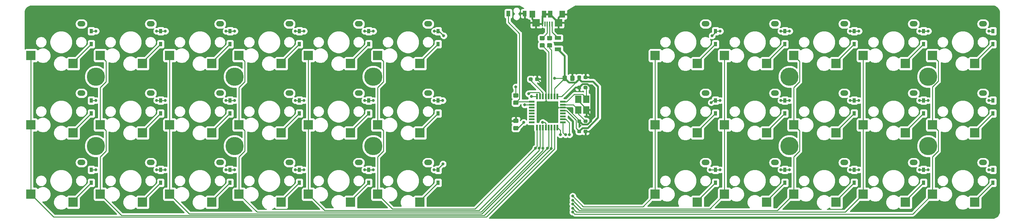
<source format=gbr>
G04 #@! TF.GenerationSoftware,KiCad,Pcbnew,(5.1.7)-1*
G04 #@! TF.CreationDate,2021-01-10T00:17:19+09:00*
G04 #@! TF.ProjectId,barracuda,62617272-6163-4756-9461-2e6b69636164,rev?*
G04 #@! TF.SameCoordinates,Original*
G04 #@! TF.FileFunction,Copper,L2,Bot*
G04 #@! TF.FilePolarity,Positive*
%FSLAX46Y46*%
G04 Gerber Fmt 4.6, Leading zero omitted, Abs format (unit mm)*
G04 Created by KiCad (PCBNEW (5.1.7)-1) date 2021-01-10 00:17:19*
%MOMM*%
%LPD*%
G01*
G04 APERTURE LIST*
G04 #@! TA.AperFunction,SMDPad,CuDef*
%ADD10R,2.600000X2.600000*%
G04 #@! TD*
G04 #@! TA.AperFunction,ComponentPad*
%ADD11O,2.200000X1.500000*%
G04 #@! TD*
G04 #@! TA.AperFunction,SMDPad,CuDef*
%ADD12R,0.950000X1.300000*%
G04 #@! TD*
G04 #@! TA.AperFunction,WasherPad*
%ADD13C,5.000000*%
G04 #@! TD*
G04 #@! TA.AperFunction,SMDPad,CuDef*
%ADD14R,1.100000X1.600000*%
G04 #@! TD*
G04 #@! TA.AperFunction,SMDPad,CuDef*
%ADD15R,1.600000X0.550000*%
G04 #@! TD*
G04 #@! TA.AperFunction,SMDPad,CuDef*
%ADD16R,0.550000X1.600000*%
G04 #@! TD*
G04 #@! TA.AperFunction,SMDPad,CuDef*
%ADD17R,1.820000X1.060000*%
G04 #@! TD*
G04 #@! TA.AperFunction,SMDPad,CuDef*
%ADD18R,2.100000X2.000000*%
G04 #@! TD*
G04 #@! TA.AperFunction,SMDPad,CuDef*
%ADD19R,1.600000X1.900000*%
G04 #@! TD*
G04 #@! TA.AperFunction,SMDPad,CuDef*
%ADD20R,0.400000X1.350000*%
G04 #@! TD*
G04 #@! TA.AperFunction,SMDPad,CuDef*
%ADD21R,1.200000X1.900000*%
G04 #@! TD*
G04 #@! TA.AperFunction,SMDPad,CuDef*
%ADD22R,1.800000X2.100000*%
G04 #@! TD*
G04 #@! TA.AperFunction,ViaPad*
%ADD23C,0.800000*%
G04 #@! TD*
G04 #@! TA.AperFunction,Conductor*
%ADD24C,0.250000*%
G04 #@! TD*
G04 #@! TA.AperFunction,Conductor*
%ADD25C,0.500000*%
G04 #@! TD*
G04 #@! TA.AperFunction,Conductor*
%ADD26C,0.254000*%
G04 #@! TD*
G04 #@! TA.AperFunction,Conductor*
%ADD27C,0.100000*%
G04 #@! TD*
G04 APERTURE END LIST*
G04 #@! TA.AperFunction,SMDPad,CuDef*
G36*
G01*
X175329001Y-72244000D02*
X174428999Y-72244000D01*
G75*
G02*
X174179000Y-71994001I0J249999D01*
G01*
X174179000Y-71293999D01*
G75*
G02*
X174428999Y-71044000I249999J0D01*
G01*
X175329001Y-71044000D01*
G75*
G02*
X175579000Y-71293999I0J-249999D01*
G01*
X175579000Y-71994001D01*
G75*
G02*
X175329001Y-72244000I-249999J0D01*
G01*
G37*
G04 #@! TD.AperFunction*
G04 #@! TA.AperFunction,SMDPad,CuDef*
G36*
G01*
X175329001Y-74244000D02*
X174428999Y-74244000D01*
G75*
G02*
X174179000Y-73994001I0J249999D01*
G01*
X174179000Y-73293999D01*
G75*
G02*
X174428999Y-73044000I249999J0D01*
G01*
X175329001Y-73044000D01*
G75*
G02*
X175579000Y-73293999I0J-249999D01*
G01*
X175579000Y-73994001D01*
G75*
G02*
X175329001Y-74244000I-249999J0D01*
G01*
G37*
G04 #@! TD.AperFunction*
D10*
X300950000Y-94000000D03*
X289350000Y-91800000D03*
D11*
X303200000Y-83100000D03*
D10*
X300950000Y-74950000D03*
X289350000Y-72750000D03*
D11*
X303200000Y-64050000D03*
D10*
X300950000Y-55900000D03*
X289350000Y-53700000D03*
D11*
X303200000Y-45000000D03*
D10*
X281900000Y-94000000D03*
X270300000Y-91800000D03*
D11*
X284150000Y-83100000D03*
D10*
X281900000Y-74950000D03*
X270300000Y-72750000D03*
D11*
X284150000Y-64050000D03*
D10*
X281900000Y-55900000D03*
X270300000Y-53700000D03*
D11*
X284150000Y-45000000D03*
D10*
X262850000Y-94000000D03*
X251250000Y-91800000D03*
D11*
X265100000Y-83100000D03*
D10*
X262850000Y-74950000D03*
X251250000Y-72750000D03*
D11*
X265100000Y-64050000D03*
D10*
X262850000Y-55900000D03*
X251250000Y-53700000D03*
D11*
X265100000Y-45000000D03*
D10*
X243800000Y-94000000D03*
X232200000Y-91800000D03*
D11*
X246050000Y-83100000D03*
D10*
X243800000Y-74950000D03*
X232200000Y-72750000D03*
D11*
X246050000Y-64050000D03*
D10*
X243800000Y-55900000D03*
X232200000Y-53700000D03*
D11*
X246050000Y-45000000D03*
D10*
X224750000Y-94000000D03*
X213150000Y-91800000D03*
D11*
X227000000Y-83100000D03*
D10*
X224750000Y-74950000D03*
X213150000Y-72750000D03*
D11*
X227000000Y-64050000D03*
D10*
X224750000Y-55900000D03*
X213150000Y-53700000D03*
D11*
X227000000Y-45000000D03*
D10*
X148550000Y-94000000D03*
X136950000Y-91800000D03*
D11*
X150800000Y-83100000D03*
D10*
X148550000Y-74950000D03*
X136950000Y-72750000D03*
D11*
X150800000Y-64050000D03*
D10*
X148550000Y-55900000D03*
X136950000Y-53700000D03*
D11*
X150800000Y-45000000D03*
D10*
X129500000Y-94000000D03*
X117900000Y-91800000D03*
D11*
X131750000Y-83100000D03*
D10*
X129500000Y-74950000D03*
X117900000Y-72750000D03*
D11*
X131750000Y-64050000D03*
D10*
X129500000Y-55900000D03*
X117900000Y-53700000D03*
D11*
X131750000Y-45000000D03*
D10*
X110450000Y-94000000D03*
X98850000Y-91800000D03*
D11*
X112700000Y-83100000D03*
D10*
X110450000Y-74950000D03*
X98850000Y-72750000D03*
D11*
X112700000Y-64050000D03*
D10*
X110450000Y-55900000D03*
X98850000Y-53700000D03*
D11*
X112700000Y-45000000D03*
D10*
X91400000Y-94000000D03*
X79800000Y-91800000D03*
D11*
X93650000Y-83100000D03*
D10*
X91400000Y-74950000D03*
X79800000Y-72750000D03*
D11*
X93650000Y-64050000D03*
D10*
X91400000Y-55900000D03*
X79800000Y-53700000D03*
D11*
X93650000Y-45000000D03*
D10*
X72350000Y-94000000D03*
X60750000Y-91800000D03*
D11*
X74600000Y-83100000D03*
D10*
X72350000Y-74950000D03*
X60750000Y-72750000D03*
D11*
X74600000Y-64050000D03*
D10*
X72350000Y-55900000D03*
X60750000Y-53700000D03*
D11*
X74600000Y-45000000D03*
D10*
X53300000Y-94000000D03*
X41700000Y-91800000D03*
D11*
X55550000Y-83100000D03*
D10*
X53300000Y-74950000D03*
X41700000Y-72750000D03*
D11*
X55550000Y-64050000D03*
D10*
X53300000Y-55900000D03*
X41700000Y-53700000D03*
D11*
X55550000Y-45000000D03*
D12*
X305943000Y-85093000D03*
X305943000Y-88643000D03*
X305943000Y-66043000D03*
X305943000Y-69593000D03*
X305943000Y-46993000D03*
X305943000Y-50543000D03*
X286893000Y-85093000D03*
X286893000Y-88643000D03*
X286893000Y-66043000D03*
X286893000Y-69593000D03*
X286893000Y-46993000D03*
X286893000Y-50543000D03*
X267843000Y-85093000D03*
X267843000Y-88643000D03*
X267843000Y-66043000D03*
X267843000Y-69593000D03*
X267843000Y-46993000D03*
X267843000Y-50543000D03*
X248793000Y-85093000D03*
X248793000Y-88643000D03*
X248793000Y-66043000D03*
X248793000Y-69593000D03*
X248793000Y-46993000D03*
X248793000Y-50543000D03*
X229743000Y-85093000D03*
X229743000Y-88643000D03*
X229743000Y-66043000D03*
X229743000Y-69593000D03*
X229743000Y-46993000D03*
X229743000Y-50543000D03*
X153543000Y-85093000D03*
X153543000Y-88643000D03*
X153543000Y-66043000D03*
X153543000Y-69593000D03*
X153543000Y-46993000D03*
X153543000Y-50543000D03*
X134493000Y-85093000D03*
X134493000Y-88643000D03*
X134493000Y-66043000D03*
X134493000Y-69593000D03*
X134493000Y-46993000D03*
X134493000Y-50543000D03*
X115443000Y-85093000D03*
X115443000Y-88643000D03*
X115443000Y-66043000D03*
X115443000Y-69593000D03*
X115443000Y-46993000D03*
X115443000Y-50543000D03*
X96393000Y-85093000D03*
X96393000Y-88643000D03*
X96393000Y-66043000D03*
X96393000Y-69593000D03*
X96393000Y-46993000D03*
X96393000Y-50543000D03*
X77342999Y-85093000D03*
X77342999Y-88643000D03*
X77342999Y-66043000D03*
X77342999Y-69593000D03*
X77342999Y-46993000D03*
X77342999Y-50543000D03*
X58293000Y-85093000D03*
X58293000Y-88643000D03*
X58293000Y-66043000D03*
X58293000Y-69593000D03*
X58293000Y-46993000D03*
X58293000Y-50543000D03*
D13*
X288125000Y-78575000D03*
X288125000Y-59525000D03*
X250025000Y-78575000D03*
X250025000Y-59525000D03*
X135725000Y-78575000D03*
X135725000Y-59525000D03*
X97625000Y-78575000D03*
X97625000Y-59525000D03*
X59525000Y-78575000D03*
X59525000Y-59525000D03*
D14*
X177319500Y-42164000D03*
X172819500Y-42164000D03*
D15*
X187765000Y-66415000D03*
X187765000Y-67215000D03*
X187765000Y-68015000D03*
X187765000Y-68815000D03*
X187765000Y-69615000D03*
X187765000Y-70415000D03*
X187765000Y-71215000D03*
X187765000Y-72015000D03*
D16*
X186315000Y-73465000D03*
X185515000Y-73465000D03*
X184715000Y-73465000D03*
X183915000Y-73465000D03*
X183115000Y-73465000D03*
X182315000Y-73465000D03*
X181515000Y-73465000D03*
X180715000Y-73465000D03*
D15*
X179265000Y-72015000D03*
X179265000Y-71215000D03*
X179265000Y-70415000D03*
X179265000Y-69615000D03*
X179265000Y-68815000D03*
X179265000Y-68015000D03*
X179265000Y-67215000D03*
X179265000Y-66415000D03*
D16*
X180715000Y-64965000D03*
X181515000Y-64965000D03*
X182315000Y-64965000D03*
X183115000Y-64965000D03*
X183915000Y-64965000D03*
X184715000Y-64965000D03*
X185515000Y-64965000D03*
X186315000Y-64965000D03*
G04 #@! TA.AperFunction,SMDPad,CuDef*
G36*
G01*
X192842000Y-62246500D02*
X192842000Y-62721500D01*
G75*
G02*
X192604500Y-62959000I-237500J0D01*
G01*
X192004500Y-62959000D01*
G75*
G02*
X191767000Y-62721500I0J237500D01*
G01*
X191767000Y-62246500D01*
G75*
G02*
X192004500Y-62009000I237500J0D01*
G01*
X192604500Y-62009000D01*
G75*
G02*
X192842000Y-62246500I0J-237500D01*
G01*
G37*
G04 #@! TD.AperFunction*
G04 #@! TA.AperFunction,SMDPad,CuDef*
G36*
G01*
X194567000Y-62246500D02*
X194567000Y-62721500D01*
G75*
G02*
X194329500Y-62959000I-237500J0D01*
G01*
X193729500Y-62959000D01*
G75*
G02*
X193492000Y-62721500I0J237500D01*
G01*
X193492000Y-62246500D01*
G75*
G02*
X193729500Y-62009000I237500J0D01*
G01*
X194329500Y-62009000D01*
G75*
G02*
X194567000Y-62246500I0J-237500D01*
G01*
G37*
G04 #@! TD.AperFunction*
G04 #@! TA.AperFunction,SMDPad,CuDef*
G36*
G01*
X194567000Y-71517500D02*
X194567000Y-71992500D01*
G75*
G02*
X194329500Y-72230000I-237500J0D01*
G01*
X193729500Y-72230000D01*
G75*
G02*
X193492000Y-71992500I0J237500D01*
G01*
X193492000Y-71517500D01*
G75*
G02*
X193729500Y-71280000I237500J0D01*
G01*
X194329500Y-71280000D01*
G75*
G02*
X194567000Y-71517500I0J-237500D01*
G01*
G37*
G04 #@! TD.AperFunction*
G04 #@! TA.AperFunction,SMDPad,CuDef*
G36*
G01*
X192842000Y-71517500D02*
X192842000Y-71992500D01*
G75*
G02*
X192604500Y-72230000I-237500J0D01*
G01*
X192004500Y-72230000D01*
G75*
G02*
X191767000Y-71992500I0J237500D01*
G01*
X191767000Y-71517500D01*
G75*
G02*
X192004500Y-71280000I237500J0D01*
G01*
X192604500Y-71280000D01*
G75*
G02*
X192842000Y-71517500I0J-237500D01*
G01*
G37*
G04 #@! TD.AperFunction*
G04 #@! TA.AperFunction,SMDPad,CuDef*
G36*
G01*
X178432000Y-60435500D02*
X178432000Y-59960500D01*
G75*
G02*
X178669500Y-59723000I237500J0D01*
G01*
X179269500Y-59723000D01*
G75*
G02*
X179507000Y-59960500I0J-237500D01*
G01*
X179507000Y-60435500D01*
G75*
G02*
X179269500Y-60673000I-237500J0D01*
G01*
X178669500Y-60673000D01*
G75*
G02*
X178432000Y-60435500I0J237500D01*
G01*
G37*
G04 #@! TD.AperFunction*
G04 #@! TA.AperFunction,SMDPad,CuDef*
G36*
G01*
X180157000Y-60435500D02*
X180157000Y-59960500D01*
G75*
G02*
X180394500Y-59723000I237500J0D01*
G01*
X180994500Y-59723000D01*
G75*
G02*
X181232000Y-59960500I0J-237500D01*
G01*
X181232000Y-60435500D01*
G75*
G02*
X180994500Y-60673000I-237500J0D01*
G01*
X180394500Y-60673000D01*
G75*
G02*
X180157000Y-60435500I0J237500D01*
G01*
G37*
G04 #@! TD.AperFunction*
G04 #@! TA.AperFunction,SMDPad,CuDef*
G36*
G01*
X187732000Y-60419000D02*
X187732000Y-59469000D01*
G75*
G02*
X187982000Y-59219000I250000J0D01*
G01*
X188657000Y-59219000D01*
G75*
G02*
X188907000Y-59469000I0J-250000D01*
G01*
X188907000Y-60419000D01*
G75*
G02*
X188657000Y-60669000I-250000J0D01*
G01*
X187982000Y-60669000D01*
G75*
G02*
X187732000Y-60419000I0J250000D01*
G01*
G37*
G04 #@! TD.AperFunction*
G04 #@! TA.AperFunction,SMDPad,CuDef*
G36*
G01*
X189807000Y-60419000D02*
X189807000Y-59469000D01*
G75*
G02*
X190057000Y-59219000I250000J0D01*
G01*
X190732000Y-59219000D01*
G75*
G02*
X190982000Y-59469000I0J-250000D01*
G01*
X190982000Y-60419000D01*
G75*
G02*
X190732000Y-60669000I-250000J0D01*
G01*
X190057000Y-60669000D01*
G75*
G02*
X189807000Y-60419000I0J250000D01*
G01*
G37*
G04 #@! TD.AperFunction*
G04 #@! TA.AperFunction,SMDPad,CuDef*
G36*
G01*
X193492000Y-59927500D02*
X193492000Y-59452500D01*
G75*
G02*
X193729500Y-59215000I237500J0D01*
G01*
X194329500Y-59215000D01*
G75*
G02*
X194567000Y-59452500I0J-237500D01*
G01*
X194567000Y-59927500D01*
G75*
G02*
X194329500Y-60165000I-237500J0D01*
G01*
X193729500Y-60165000D01*
G75*
G02*
X193492000Y-59927500I0J237500D01*
G01*
G37*
G04 #@! TD.AperFunction*
G04 #@! TA.AperFunction,SMDPad,CuDef*
G36*
G01*
X191767000Y-59927500D02*
X191767000Y-59452500D01*
G75*
G02*
X192004500Y-59215000I237500J0D01*
G01*
X192604500Y-59215000D01*
G75*
G02*
X192842000Y-59452500I0J-237500D01*
G01*
X192842000Y-59927500D01*
G75*
G02*
X192604500Y-60165000I-237500J0D01*
G01*
X192004500Y-60165000D01*
G75*
G02*
X191767000Y-59927500I0J237500D01*
G01*
G37*
G04 #@! TD.AperFunction*
G04 #@! TA.AperFunction,SMDPad,CuDef*
G36*
G01*
X191767000Y-74786500D02*
X191767000Y-74311500D01*
G75*
G02*
X192004500Y-74074000I237500J0D01*
G01*
X192604500Y-74074000D01*
G75*
G02*
X192842000Y-74311500I0J-237500D01*
G01*
X192842000Y-74786500D01*
G75*
G02*
X192604500Y-75024000I-237500J0D01*
G01*
X192004500Y-75024000D01*
G75*
G02*
X191767000Y-74786500I0J237500D01*
G01*
G37*
G04 #@! TD.AperFunction*
G04 #@! TA.AperFunction,SMDPad,CuDef*
G36*
G01*
X193492000Y-74786500D02*
X193492000Y-74311500D01*
G75*
G02*
X193729500Y-74074000I237500J0D01*
G01*
X194329500Y-74074000D01*
G75*
G02*
X194567000Y-74311500I0J-237500D01*
G01*
X194567000Y-74786500D01*
G75*
G02*
X194329500Y-75024000I-237500J0D01*
G01*
X193729500Y-75024000D01*
G75*
G02*
X193492000Y-74786500I0J237500D01*
G01*
G37*
G04 #@! TD.AperFunction*
D17*
X186436000Y-51947000D03*
X186436000Y-48891000D03*
D18*
X180415000Y-44704500D03*
X186615000Y-44704500D03*
D19*
X179415000Y-42354500D03*
X187615000Y-42354500D03*
D20*
X184815000Y-45029500D03*
X184165000Y-45029500D03*
X183515000Y-45029500D03*
X182865000Y-45029500D03*
X182215000Y-45029500D03*
D21*
X182665000Y-42354500D03*
X184365000Y-42354500D03*
G04 #@! TA.AperFunction,SMDPad,CuDef*
G36*
G01*
X182568001Y-51511000D02*
X181667999Y-51511000D01*
G75*
G02*
X181418000Y-51261001I0J249999D01*
G01*
X181418000Y-50560999D01*
G75*
G02*
X181667999Y-50311000I249999J0D01*
G01*
X182568001Y-50311000D01*
G75*
G02*
X182818000Y-50560999I0J-249999D01*
G01*
X182818000Y-51261001D01*
G75*
G02*
X182568001Y-51511000I-249999J0D01*
G01*
G37*
G04 #@! TD.AperFunction*
G04 #@! TA.AperFunction,SMDPad,CuDef*
G36*
G01*
X182568001Y-49511000D02*
X181667999Y-49511000D01*
G75*
G02*
X181418000Y-49261001I0J249999D01*
G01*
X181418000Y-48560999D01*
G75*
G02*
X181667999Y-48311000I249999J0D01*
G01*
X182568001Y-48311000D01*
G75*
G02*
X182818000Y-48560999I0J-249999D01*
G01*
X182818000Y-49261001D01*
G75*
G02*
X182568001Y-49511000I-249999J0D01*
G01*
G37*
G04 #@! TD.AperFunction*
G04 #@! TA.AperFunction,SMDPad,CuDef*
G36*
G01*
X184600001Y-51511000D02*
X183699999Y-51511000D01*
G75*
G02*
X183450000Y-51261001I0J249999D01*
G01*
X183450000Y-50560999D01*
G75*
G02*
X183699999Y-50311000I249999J0D01*
G01*
X184600001Y-50311000D01*
G75*
G02*
X184850000Y-50560999I0J-249999D01*
G01*
X184850000Y-51261001D01*
G75*
G02*
X184600001Y-51511000I-249999J0D01*
G01*
G37*
G04 #@! TD.AperFunction*
G04 #@! TA.AperFunction,SMDPad,CuDef*
G36*
G01*
X184600001Y-49511000D02*
X183699999Y-49511000D01*
G75*
G02*
X183450000Y-49261001I0J249999D01*
G01*
X183450000Y-48560999D01*
G75*
G02*
X183699999Y-48311000I249999J0D01*
G01*
X184600001Y-48311000D01*
G75*
G02*
X184850000Y-48560999I0J-249999D01*
G01*
X184850000Y-49261001D01*
G75*
G02*
X184600001Y-49511000I-249999J0D01*
G01*
G37*
G04 #@! TD.AperFunction*
G04 #@! TA.AperFunction,SMDPad,CuDef*
G36*
G01*
X174428999Y-66059000D02*
X175329001Y-66059000D01*
G75*
G02*
X175579000Y-66308999I0J-249999D01*
G01*
X175579000Y-67009001D01*
G75*
G02*
X175329001Y-67259000I-249999J0D01*
G01*
X174428999Y-67259000D01*
G75*
G02*
X174179000Y-67009001I0J249999D01*
G01*
X174179000Y-66308999D01*
G75*
G02*
X174428999Y-66059000I249999J0D01*
G01*
G37*
G04 #@! TD.AperFunction*
G04 #@! TA.AperFunction,SMDPad,CuDef*
G36*
G01*
X174428999Y-64059000D02*
X175329001Y-64059000D01*
G75*
G02*
X175579000Y-64308999I0J-249999D01*
G01*
X175579000Y-65009001D01*
G75*
G02*
X175329001Y-65259000I-249999J0D01*
G01*
X174428999Y-65259000D01*
G75*
G02*
X174179000Y-65009001I0J249999D01*
G01*
X174179000Y-64308999D01*
G75*
G02*
X174428999Y-64059000I249999J0D01*
G01*
G37*
G04 #@! TD.AperFunction*
D22*
X194267000Y-65733000D03*
X194267000Y-68633000D03*
X192067000Y-68633000D03*
X192067000Y-65733000D03*
D23*
X59563000Y-46990000D03*
X76200000Y-46990000D03*
X78613000Y-46990000D03*
X95250000Y-46990000D03*
X97663000Y-46990000D03*
X114300000Y-46990000D03*
X116713000Y-46990000D03*
X133350000Y-46990000D03*
X135763000Y-46990000D03*
X152527000Y-46990000D03*
X155067000Y-48260000D03*
X178371500Y-64198500D03*
X59563000Y-66040000D03*
X76200000Y-66040000D03*
X78613000Y-66040000D03*
X95250000Y-66040000D03*
X97663000Y-66040000D03*
X114300000Y-66040000D03*
X116713000Y-66040000D03*
X133350000Y-66040000D03*
X135763000Y-66040000D03*
X152400000Y-66040000D03*
X154813000Y-66040000D03*
X179133500Y-64960500D03*
X59563000Y-85090000D03*
X76200000Y-85090000D03*
X78613000Y-85090000D03*
X95250000Y-85090000D03*
X97663000Y-85090000D03*
X114300000Y-85090000D03*
X116713000Y-85090000D03*
X133350000Y-85090000D03*
X135763000Y-85090000D03*
X152400000Y-85090000D03*
X154876500Y-83502500D03*
X177292000Y-67246500D03*
X231013000Y-46990000D03*
X247650000Y-46990000D03*
X250063000Y-46990000D03*
X266700000Y-46990000D03*
X269113000Y-46990000D03*
X285750000Y-46990000D03*
X288163000Y-46990000D03*
X304800000Y-46990000D03*
X228790500Y-48260000D03*
X189611000Y-75438000D03*
X231013000Y-66040000D03*
X247650000Y-66040000D03*
X250063000Y-66040000D03*
X266700000Y-66040000D03*
X269113000Y-66040000D03*
X285750000Y-66040000D03*
X288163000Y-66040000D03*
X304800000Y-66040000D03*
X228536500Y-66611500D03*
X188531500Y-75438000D03*
X231013000Y-85090000D03*
X247650000Y-85090000D03*
X250063000Y-85090000D03*
X266700000Y-85090000D03*
X269113000Y-85090000D03*
X285750000Y-85090000D03*
X288163000Y-85090000D03*
X304800000Y-85090000D03*
X228219000Y-85090000D03*
X187134500Y-75438000D03*
X172656500Y-71691500D03*
X190373000Y-57848500D03*
X185547004Y-59944004D03*
X174879000Y-62293494D03*
X184546994Y-79251449D03*
X190500000Y-92329000D03*
X183547976Y-79206877D03*
X190492482Y-93453488D03*
X182308500Y-79195720D03*
X190490695Y-94488000D03*
X181308560Y-79183741D03*
X190503196Y-95688375D03*
X180293399Y-79197147D03*
X190500000Y-96710492D03*
X177038000Y-72072500D03*
X182245000Y-72064998D03*
D24*
X59560000Y-46993000D02*
X59563000Y-46990000D01*
X58293000Y-46993000D02*
X59560000Y-46993000D01*
X77339999Y-46990000D02*
X77342999Y-46993000D01*
X76200000Y-46990000D02*
X77339999Y-46990000D01*
X78610000Y-46993000D02*
X78613000Y-46990000D01*
X77342999Y-46993000D02*
X78610000Y-46993000D01*
X96390000Y-46990000D02*
X96393000Y-46993000D01*
X95250000Y-46990000D02*
X96390000Y-46990000D01*
X97660000Y-46993000D02*
X97663000Y-46990000D01*
X96393000Y-46993000D02*
X97660000Y-46993000D01*
X115440000Y-46990000D02*
X115443000Y-46993000D01*
X114300000Y-46990000D02*
X115440000Y-46990000D01*
X116710000Y-46993000D02*
X116713000Y-46990000D01*
X115443000Y-46993000D02*
X116710000Y-46993000D01*
X134490000Y-46990000D02*
X134493000Y-46993000D01*
X133350000Y-46990000D02*
X134490000Y-46990000D01*
X135760000Y-46993000D02*
X135763000Y-46990000D01*
X134493000Y-46993000D02*
X135760000Y-46993000D01*
X153540000Y-46990000D02*
X153543000Y-46993000D01*
X152527000Y-46990000D02*
X153540000Y-46990000D01*
X153800000Y-46993000D02*
X155067000Y-48260000D01*
X153543000Y-46993000D02*
X153800000Y-46993000D01*
X181515000Y-64104998D02*
X181515000Y-64965000D01*
X181208503Y-63798501D02*
X181515000Y-64104998D01*
X178771499Y-63798501D02*
X181208503Y-63798501D01*
X178371500Y-64198500D02*
X178771499Y-63798501D01*
X53300000Y-55536000D02*
X58293000Y-50543000D01*
X53300000Y-55900000D02*
X53300000Y-55536000D01*
X53300000Y-74586000D02*
X58293000Y-69593000D01*
X53300000Y-74950000D02*
X53300000Y-74586000D01*
X59560000Y-66043000D02*
X59563000Y-66040000D01*
X58293000Y-66043000D02*
X59560000Y-66043000D01*
X77339999Y-66040000D02*
X77342999Y-66043000D01*
X76200000Y-66040000D02*
X77339999Y-66040000D01*
X78610000Y-66043000D02*
X78613000Y-66040000D01*
X77342999Y-66043000D02*
X78610000Y-66043000D01*
X96390000Y-66040000D02*
X96393000Y-66043000D01*
X95250000Y-66040000D02*
X96390000Y-66040000D01*
X97660000Y-66043000D02*
X97663000Y-66040000D01*
X96393000Y-66043000D02*
X97660000Y-66043000D01*
X115440000Y-66040000D02*
X115443000Y-66043000D01*
X114300000Y-66040000D02*
X115440000Y-66040000D01*
X116710000Y-66043000D02*
X116713000Y-66040000D01*
X115443000Y-66043000D02*
X116710000Y-66043000D01*
X134490000Y-66040000D02*
X134493000Y-66043000D01*
X133350000Y-66040000D02*
X134490000Y-66040000D01*
X135760000Y-66043000D02*
X135763000Y-66040000D01*
X134493000Y-66043000D02*
X135760000Y-66043000D01*
X153540000Y-66040000D02*
X153543000Y-66043000D01*
X152400000Y-66040000D02*
X153540000Y-66040000D01*
X154810000Y-66043000D02*
X154813000Y-66040000D01*
X153543000Y-66043000D02*
X154810000Y-66043000D01*
X180710500Y-64960500D02*
X180715000Y-64965000D01*
X179133500Y-64960500D02*
X180710500Y-64960500D01*
X59560000Y-85093000D02*
X59563000Y-85090000D01*
X58293000Y-85093000D02*
X59560000Y-85093000D01*
X77339999Y-85090000D02*
X77342999Y-85093000D01*
X76200000Y-85090000D02*
X77339999Y-85090000D01*
X78610000Y-85093000D02*
X78613000Y-85090000D01*
X77342999Y-85093000D02*
X78610000Y-85093000D01*
X96390000Y-85090000D02*
X96393000Y-85093000D01*
X95250000Y-85090000D02*
X96390000Y-85090000D01*
X97660000Y-85093000D02*
X97663000Y-85090000D01*
X96393000Y-85093000D02*
X97660000Y-85093000D01*
X115440000Y-85090000D02*
X115443000Y-85093000D01*
X114300000Y-85090000D02*
X115440000Y-85090000D01*
X116710000Y-85093000D02*
X116713000Y-85090000D01*
X115443000Y-85093000D02*
X116710000Y-85093000D01*
X134490000Y-85090000D02*
X134493000Y-85093000D01*
X133350000Y-85090000D02*
X134490000Y-85090000D01*
X135760000Y-85093000D02*
X135763000Y-85090000D01*
X134493000Y-85093000D02*
X135760000Y-85093000D01*
X153540000Y-85090000D02*
X153543000Y-85093000D01*
X152400000Y-85090000D02*
X153540000Y-85090000D01*
X153543000Y-84836000D02*
X154876500Y-83502500D01*
X153543000Y-85093000D02*
X153543000Y-84836000D01*
X179233500Y-67246500D02*
X179265000Y-67215000D01*
X177292000Y-67246500D02*
X179233500Y-67246500D01*
X53300000Y-93636000D02*
X58293000Y-88643000D01*
X53300000Y-94000000D02*
X53300000Y-93636000D01*
X72350000Y-55535999D02*
X77342999Y-50543000D01*
X72350000Y-55900000D02*
X72350000Y-55535999D01*
X231010000Y-46993000D02*
X231013000Y-46990000D01*
X229743000Y-46993000D02*
X231010000Y-46993000D01*
X248790000Y-46990000D02*
X248793000Y-46993000D01*
X247650000Y-46990000D02*
X248790000Y-46990000D01*
X250060000Y-46993000D02*
X250063000Y-46990000D01*
X248793000Y-46993000D02*
X250060000Y-46993000D01*
X267840000Y-46990000D02*
X267843000Y-46993000D01*
X266700000Y-46990000D02*
X267840000Y-46990000D01*
X269110000Y-46993000D02*
X269113000Y-46990000D01*
X267843000Y-46993000D02*
X269110000Y-46993000D01*
X286890000Y-46990000D02*
X286893000Y-46993000D01*
X285750000Y-46990000D02*
X286890000Y-46990000D01*
X288160000Y-46993000D02*
X288163000Y-46990000D01*
X286893000Y-46993000D02*
X288160000Y-46993000D01*
X305940000Y-46990000D02*
X305943000Y-46993000D01*
X304800000Y-46990000D02*
X305940000Y-46990000D01*
X229743000Y-47307500D02*
X228790500Y-48260000D01*
X229743000Y-46993000D02*
X229743000Y-47307500D01*
X188625002Y-71215000D02*
X187765000Y-71215000D01*
X189611000Y-72200998D02*
X188625002Y-71215000D01*
X189611000Y-75438000D02*
X189611000Y-72200998D01*
X231010000Y-66043000D02*
X231013000Y-66040000D01*
X229743000Y-66043000D02*
X231010000Y-66043000D01*
X248790000Y-66040000D02*
X248793000Y-66043000D01*
X247650000Y-66040000D02*
X248790000Y-66040000D01*
X250060000Y-66043000D02*
X250063000Y-66040000D01*
X248793000Y-66043000D02*
X250060000Y-66043000D01*
X267840000Y-66040000D02*
X267843000Y-66043000D01*
X266700000Y-66040000D02*
X267840000Y-66040000D01*
X269110000Y-66043000D02*
X269113000Y-66040000D01*
X267843000Y-66043000D02*
X269110000Y-66043000D01*
X286890000Y-66040000D02*
X286893000Y-66043000D01*
X285750000Y-66040000D02*
X286890000Y-66040000D01*
X288160000Y-66043000D02*
X288163000Y-66040000D01*
X286893000Y-66043000D02*
X288160000Y-66043000D01*
X305940000Y-66040000D02*
X305943000Y-66043000D01*
X304800000Y-66040000D02*
X305940000Y-66040000D01*
X229105000Y-66043000D02*
X228536500Y-66611500D01*
X229743000Y-66043000D02*
X229105000Y-66043000D01*
X187765000Y-74862000D02*
X187765000Y-72015000D01*
X188341000Y-75438000D02*
X187765000Y-74862000D01*
X188531500Y-75438000D02*
X188341000Y-75438000D01*
X72350000Y-74585999D02*
X77342999Y-69593000D01*
X72350000Y-74950000D02*
X72350000Y-74585999D01*
X72350000Y-93635999D02*
X77342999Y-88643000D01*
X72350000Y-94000000D02*
X72350000Y-93635999D01*
X231010000Y-85093000D02*
X231013000Y-85090000D01*
X229743000Y-85093000D02*
X231010000Y-85093000D01*
X248790000Y-85090000D02*
X248793000Y-85093000D01*
X247650000Y-85090000D02*
X248790000Y-85090000D01*
X250060000Y-85093000D02*
X250063000Y-85090000D01*
X248793000Y-85093000D02*
X250060000Y-85093000D01*
X267840000Y-85090000D02*
X267843000Y-85093000D01*
X266700000Y-85090000D02*
X267840000Y-85090000D01*
X269110000Y-85093000D02*
X269113000Y-85090000D01*
X267843000Y-85093000D02*
X269110000Y-85093000D01*
X286890000Y-85090000D02*
X286893000Y-85093000D01*
X285750000Y-85090000D02*
X286890000Y-85090000D01*
X288160000Y-85093000D02*
X288163000Y-85090000D01*
X286893000Y-85093000D02*
X288160000Y-85093000D01*
X305940000Y-85090000D02*
X305943000Y-85093000D01*
X304800000Y-85090000D02*
X305940000Y-85090000D01*
X228222000Y-85093000D02*
X228219000Y-85090000D01*
X229743000Y-85093000D02*
X228222000Y-85093000D01*
X187134500Y-74284500D02*
X186315000Y-73465000D01*
X187134500Y-75438000D02*
X187134500Y-74284500D01*
X91400000Y-55536000D02*
X96393000Y-50543000D01*
X91400000Y-55900000D02*
X91400000Y-55536000D01*
X91400000Y-74586000D02*
X96393000Y-69593000D01*
X91400000Y-74950000D02*
X91400000Y-74586000D01*
X91400000Y-93636000D02*
X96393000Y-88643000D01*
X91400000Y-94000000D02*
X91400000Y-93636000D01*
X110450000Y-55536000D02*
X115443000Y-50543000D01*
X110450000Y-55900000D02*
X110450000Y-55536000D01*
X110450000Y-74586000D02*
X115443000Y-69593000D01*
X110450000Y-74950000D02*
X110450000Y-74586000D01*
X110450000Y-93636000D02*
X115443000Y-88643000D01*
X110450000Y-94000000D02*
X110450000Y-93636000D01*
X129500000Y-55536000D02*
X134493000Y-50543000D01*
X129500000Y-55900000D02*
X129500000Y-55536000D01*
X129500000Y-74586000D02*
X134493000Y-69593000D01*
X129500000Y-74950000D02*
X129500000Y-74586000D01*
X129500000Y-93636000D02*
X134493000Y-88643000D01*
X129500000Y-94000000D02*
X129500000Y-93636000D01*
X148550000Y-55536000D02*
X153543000Y-50543000D01*
X148550000Y-55900000D02*
X148550000Y-55536000D01*
X148550000Y-74586000D02*
X153543000Y-69593000D01*
X148550000Y-74950000D02*
X148550000Y-74586000D01*
X148550000Y-93636000D02*
X153543000Y-88643000D01*
X148550000Y-94000000D02*
X148550000Y-93636000D01*
X224750000Y-55536000D02*
X229743000Y-50543000D01*
X224750000Y-55900000D02*
X224750000Y-55536000D01*
X224750000Y-74586000D02*
X229743000Y-69593000D01*
X224750000Y-74950000D02*
X224750000Y-74586000D01*
X224750000Y-93636000D02*
X229743000Y-88643000D01*
X224750000Y-94000000D02*
X224750000Y-93636000D01*
X243800000Y-55536000D02*
X248793000Y-50543000D01*
X243800000Y-55900000D02*
X243800000Y-55536000D01*
X243800000Y-74586000D02*
X248793000Y-69593000D01*
X243800000Y-74950000D02*
X243800000Y-74586000D01*
X243800000Y-93636000D02*
X248793000Y-88643000D01*
X243800000Y-94000000D02*
X243800000Y-93636000D01*
X262850000Y-55536000D02*
X267843000Y-50543000D01*
X262850000Y-55900000D02*
X262850000Y-55536000D01*
X262850000Y-74586000D02*
X267843000Y-69593000D01*
X262850000Y-74950000D02*
X262850000Y-74586000D01*
X262850000Y-93636000D02*
X267843000Y-88643000D01*
X262850000Y-94000000D02*
X262850000Y-93636000D01*
X281900000Y-55536000D02*
X286893000Y-50543000D01*
X281900000Y-55900000D02*
X281900000Y-55536000D01*
X281900000Y-74586000D02*
X286893000Y-69593000D01*
X281900000Y-74950000D02*
X281900000Y-74586000D01*
X281900000Y-93636000D02*
X286893000Y-88643000D01*
X281900000Y-94000000D02*
X281900000Y-93636000D01*
X300950000Y-55536000D02*
X305943000Y-50543000D01*
X300950000Y-55900000D02*
X300950000Y-55536000D01*
X300950000Y-74586000D02*
X305943000Y-69593000D01*
X300950000Y-74950000D02*
X300950000Y-74586000D01*
X300950000Y-93636000D02*
X305943000Y-88643000D01*
X300950000Y-94000000D02*
X300950000Y-93636000D01*
X183115000Y-62618500D02*
X180694500Y-60198000D01*
X183115000Y-64965000D02*
X183115000Y-62618500D01*
X194267000Y-68297998D02*
X194267000Y-68633000D01*
X192067000Y-66097998D02*
X194267000Y-68297998D01*
X192067000Y-65733000D02*
X192067000Y-66097998D01*
X192151000Y-62637500D02*
X192304500Y-62484000D01*
X192304500Y-71504500D02*
X192304500Y-71755000D01*
X188815000Y-68015000D02*
X192304500Y-71504500D01*
X187765000Y-68015000D02*
X188815000Y-68015000D01*
D25*
X193229510Y-61558990D02*
X192304500Y-62484000D01*
X194614278Y-61558990D02*
X193229510Y-61558990D01*
X194614278Y-72680010D02*
X195617001Y-71677287D01*
X193229510Y-72680010D02*
X194614278Y-72680010D01*
X195617001Y-62561713D02*
X194614278Y-61558990D01*
X192304500Y-71755000D02*
X193229510Y-72680010D01*
X194267000Y-68970998D02*
X195617001Y-70320999D01*
X194267000Y-68633000D02*
X194267000Y-68970998D01*
X195617001Y-70320999D02*
X195617001Y-62561713D01*
X195617001Y-71677287D02*
X195617001Y-70320999D01*
D24*
X185115000Y-68015000D02*
X187765000Y-68015000D01*
X183115000Y-66015000D02*
X185115000Y-68015000D01*
X183115000Y-64965000D02*
X183115000Y-66015000D01*
X172704000Y-71644000D02*
X172656500Y-71691500D01*
X174879000Y-71644000D02*
X172704000Y-71644000D01*
X182215000Y-42804500D02*
X182665000Y-42354500D01*
D25*
X179415000Y-43704500D02*
X180415000Y-44704500D01*
X179415000Y-42354500D02*
X179415000Y-43704500D01*
X182665000Y-42354500D02*
X184365000Y-42354500D01*
X184365000Y-42454500D02*
X186615000Y-44704500D01*
X184365000Y-42354500D02*
X184365000Y-42454500D01*
X186615000Y-43354500D02*
X187615000Y-42354500D01*
X186615000Y-44704500D02*
X186615000Y-43354500D01*
X182214999Y-42804501D02*
X182214999Y-45029500D01*
X182665000Y-42354500D02*
X182214999Y-42804501D01*
X180740000Y-45029500D02*
X180415000Y-44704500D01*
X182215000Y-45029500D02*
X180740000Y-45029500D01*
X190394500Y-57870000D02*
X190373000Y-57848500D01*
X190394500Y-59944000D02*
X190394500Y-57870000D01*
D24*
X185515000Y-62748500D02*
X188319500Y-59944000D01*
X185515000Y-64965000D02*
X185515000Y-62748500D01*
D25*
X188319500Y-53830500D02*
X186436000Y-51947000D01*
X188319500Y-59944000D02*
X188319500Y-53830500D01*
X191350490Y-61119010D02*
X192304500Y-60165000D01*
X189494510Y-61119010D02*
X191350490Y-61119010D01*
X188319500Y-59944000D02*
X189494510Y-61119010D01*
X192304500Y-59690000D02*
X192304500Y-60165000D01*
D24*
X191441990Y-73686490D02*
X192304500Y-74549000D01*
X191441990Y-71441990D02*
X191441990Y-73686490D01*
X188815000Y-68815000D02*
X191441990Y-71441990D01*
X187765000Y-68815000D02*
X188815000Y-68815000D01*
X187504500Y-64965000D02*
X192304500Y-60165000D01*
X186315000Y-64965000D02*
X187504500Y-64965000D01*
D25*
X193229510Y-73623990D02*
X192304500Y-74549000D01*
X194660261Y-73623990D02*
X193229510Y-73623990D01*
X197485000Y-70799251D02*
X194660261Y-73623990D01*
X197485000Y-62230000D02*
X197485000Y-70799251D01*
X192998480Y-60858980D02*
X196113980Y-60858980D01*
X196113980Y-60858980D02*
X197485000Y-62230000D01*
X192304500Y-60165000D02*
X192998480Y-60858980D01*
D24*
X188319500Y-59944000D02*
X185547000Y-59944000D01*
X185547000Y-59944000D02*
X185547004Y-59944004D01*
X174879000Y-64659000D02*
X174879000Y-62293494D01*
X175123000Y-66415000D02*
X179265000Y-66415000D01*
X174879000Y-66659000D02*
X175123000Y-66415000D01*
X175904010Y-65633990D02*
X175904010Y-47628012D01*
X174879000Y-66659000D02*
X175904010Y-65633990D01*
X172819500Y-44543502D02*
X175904010Y-47628012D01*
X172819500Y-42164000D02*
X172819500Y-44543502D01*
X41700000Y-91800000D02*
X41700000Y-72750000D01*
X41700000Y-72750000D02*
X41700000Y-53700000D01*
X41700000Y-91800000D02*
X47975048Y-98075048D01*
X185515000Y-79356445D02*
X185515000Y-73465000D01*
X166796397Y-98075048D02*
X185515000Y-79356445D01*
X47975048Y-98075048D02*
X166796397Y-98075048D01*
X62350001Y-74350001D02*
X60750000Y-72750000D01*
X62350001Y-79931001D02*
X62350001Y-74350001D01*
X60750000Y-81531002D02*
X62350001Y-79931001D01*
X60750000Y-91800000D02*
X60750000Y-81531002D01*
X62350001Y-55300001D02*
X60750000Y-53700000D01*
X62350001Y-60881001D02*
X62350001Y-55300001D01*
X60750000Y-62481002D02*
X62350001Y-60881001D01*
X60750000Y-72750000D02*
X60750000Y-62481002D01*
X213150000Y-91800000D02*
X213150000Y-72750000D01*
X60750000Y-72750000D02*
X60750000Y-66250000D01*
X213150000Y-61043000D02*
X213150000Y-53700000D01*
X213150000Y-72750000D02*
X213150000Y-61043000D01*
X184715000Y-79083443D02*
X184546994Y-79251449D01*
X66575039Y-97625039D02*
X166173404Y-97625039D01*
X60750000Y-91800000D02*
X66575039Y-97625039D01*
X184715000Y-73465000D02*
X184715000Y-79083443D01*
X166173404Y-97625039D02*
X184546994Y-79251449D01*
X193421000Y-95250000D02*
X190500000Y-92329000D01*
X209804000Y-95250000D02*
X193421000Y-95250000D01*
X213150000Y-91904000D02*
X209804000Y-95250000D01*
X213150000Y-91800000D02*
X213150000Y-91904000D01*
X79800000Y-91800000D02*
X79800000Y-72750000D01*
X79800000Y-72750000D02*
X79800000Y-53700000D01*
X232200000Y-91800000D02*
X232200000Y-72750000D01*
X79800000Y-72750000D02*
X79800000Y-66250000D01*
X232200000Y-61424000D02*
X232200000Y-53700000D01*
X232200000Y-72750000D02*
X232200000Y-61424000D01*
X85175029Y-97175029D02*
X165579824Y-97175029D01*
X165579824Y-97175029D02*
X183547976Y-79206877D01*
X183915000Y-73465000D02*
X183915000Y-78839853D01*
X183915000Y-78839853D02*
X183547976Y-79206877D01*
X79800000Y-91800000D02*
X85175029Y-97175029D01*
X232200000Y-91800000D02*
X228174999Y-95825001D01*
X228174999Y-95825001D02*
X192863995Y-95825001D01*
X192863995Y-95825001D02*
X190492482Y-93453488D01*
X100450001Y-74350001D02*
X98850000Y-72750000D01*
X100450001Y-79931001D02*
X100450001Y-74350001D01*
X98850000Y-81531002D02*
X100450001Y-79931001D01*
X98850000Y-91800000D02*
X98850000Y-81531002D01*
X100450001Y-55300001D02*
X98850000Y-53700000D01*
X100450001Y-60881001D02*
X100450001Y-55300001D01*
X98850000Y-62481002D02*
X100450001Y-60881001D01*
X98850000Y-72750000D02*
X98850000Y-62481002D01*
X252850001Y-74350001D02*
X251250000Y-72750000D01*
X251250000Y-81531002D02*
X252850001Y-79931001D01*
X252850001Y-79931001D02*
X252850001Y-74350001D01*
X251250000Y-91800000D02*
X251250000Y-81531002D01*
X252850001Y-55300001D02*
X251250000Y-53700000D01*
X252850001Y-60881001D02*
X252850001Y-55300001D01*
X251250000Y-62481002D02*
X252850001Y-60881001D01*
X98850000Y-72750000D02*
X98850000Y-69171000D01*
X251250000Y-63925000D02*
X251250000Y-62481002D01*
X251250000Y-72750000D02*
X251250000Y-63925000D01*
X165344885Y-96725020D02*
X182308500Y-79761405D01*
X182308500Y-79761405D02*
X182308500Y-79195720D01*
X103775020Y-96725020D02*
X165344885Y-96725020D01*
X98850000Y-91800000D02*
X103775020Y-96725020D01*
X182315000Y-79189220D02*
X182308500Y-79195720D01*
X182315000Y-73465000D02*
X182315000Y-79189220D01*
X192277706Y-96275011D02*
X190490695Y-94488000D01*
X246774989Y-96275011D02*
X192277706Y-96275011D01*
X251250000Y-91800000D02*
X246774989Y-96275011D01*
X117900000Y-91800000D02*
X117900000Y-72750000D01*
X117900000Y-72750000D02*
X117900000Y-53700000D01*
X270300000Y-91800000D02*
X270300000Y-72750000D01*
X270300000Y-72750000D02*
X270300000Y-53700000D01*
X117900000Y-72750000D02*
X117900000Y-73450000D01*
X270300000Y-73145000D02*
X270300000Y-72750000D01*
X164782975Y-96275011D02*
X181308560Y-79749426D01*
X117900000Y-91800000D02*
X122375011Y-96275011D01*
X181515000Y-78977301D02*
X181308560Y-79183741D01*
X181515000Y-73465000D02*
X181515000Y-78977301D01*
X181308560Y-79749426D02*
X181308560Y-79183741D01*
X122375011Y-96275011D02*
X164782975Y-96275011D01*
X270300000Y-91800000D02*
X265374979Y-96725021D01*
X265374979Y-96725021D02*
X191539842Y-96725021D01*
X191539842Y-96725021D02*
X190503196Y-95688375D01*
X138550001Y-55300001D02*
X136950000Y-53700000D01*
X138550001Y-60881001D02*
X138550001Y-55300001D01*
X136950000Y-62481002D02*
X138550001Y-60881001D01*
X136950000Y-72750000D02*
X136950000Y-62481002D01*
X290950001Y-74350001D02*
X289350000Y-72750000D01*
X290950001Y-79931001D02*
X290950001Y-74350001D01*
X289350000Y-81531002D02*
X290950001Y-79931001D01*
X289350000Y-91800000D02*
X289350000Y-81531002D01*
X290950001Y-55300001D02*
X289350000Y-53700000D01*
X290950001Y-60750000D02*
X290950001Y-55300001D01*
X289350000Y-62350001D02*
X290950001Y-60750000D01*
X289350000Y-72750000D02*
X289350000Y-62350001D01*
X136950000Y-72750000D02*
X136950000Y-73450000D01*
X289200000Y-72750000D02*
X289350000Y-72750000D01*
X138550001Y-74350001D02*
X136950000Y-72750000D01*
X138550001Y-79931001D02*
X138550001Y-74350001D01*
X136950000Y-81531002D02*
X138550001Y-79931001D01*
X136950000Y-91800000D02*
X136950000Y-81531002D01*
X180293399Y-79047097D02*
X180293399Y-79197147D01*
X163665545Y-95825001D02*
X180293399Y-79197147D01*
X180715000Y-73465000D02*
X180715000Y-78625496D01*
X140975001Y-95825001D02*
X163665545Y-95825001D01*
X136950000Y-91800000D02*
X140975001Y-95825001D01*
X180715000Y-78625496D02*
X180293399Y-79047097D01*
X191045702Y-97256194D02*
X190500000Y-96710492D01*
X283893806Y-97256194D02*
X191045702Y-97256194D01*
X289350000Y-91800000D02*
X283893806Y-97256194D01*
X184165000Y-48896000D02*
X184150000Y-48911000D01*
X184165000Y-46109000D02*
X184165000Y-48896000D01*
X184165000Y-46109000D02*
X184165000Y-45029500D01*
X182626000Y-48821810D02*
X182626000Y-48911000D01*
X183515000Y-47514000D02*
X182118000Y-48911000D01*
X183515000Y-46109000D02*
X183515000Y-47514000D01*
X183515000Y-46109000D02*
X183515000Y-45029500D01*
X182626000Y-51000190D02*
X182626000Y-50911000D01*
X183915000Y-64965000D02*
X183915000Y-52724000D01*
X182118000Y-50927000D02*
X182118000Y-50911000D01*
X183915000Y-52724000D02*
X182118000Y-50927000D01*
X184715000Y-64965000D02*
X184715000Y-52254000D01*
X184150000Y-51689000D02*
X184150000Y-50911000D01*
X184715000Y-52254000D02*
X184150000Y-51689000D01*
X194029500Y-62484000D02*
X194056000Y-62484000D01*
X194267000Y-62695000D02*
X194267000Y-65733000D01*
X194056000Y-62484000D02*
X194267000Y-62695000D01*
X194267000Y-65397998D02*
X194267000Y-65733000D01*
X193227001Y-64357999D02*
X194267000Y-65397998D01*
X190906999Y-64357999D02*
X193227001Y-64357999D01*
X188849998Y-66415000D02*
X190906999Y-64357999D01*
X187765000Y-66415000D02*
X188849998Y-66415000D01*
X192067000Y-69792500D02*
X192067000Y-68633000D01*
X194029500Y-71755000D02*
X192067000Y-69792500D01*
X190649000Y-67215000D02*
X192067000Y-68633000D01*
X187765000Y-67215000D02*
X190649000Y-67215000D01*
X179297002Y-60198000D02*
X178969500Y-60198000D01*
X178969500Y-60569500D02*
X178969500Y-60198000D01*
X182315000Y-63915000D02*
X178969500Y-60569500D01*
X182315000Y-64965000D02*
X182315000Y-63915000D01*
X184815000Y-47270000D02*
X186436000Y-48891000D01*
X184815000Y-46109000D02*
X184815000Y-47270000D01*
X184815000Y-46109000D02*
X184815000Y-45029500D01*
X175466500Y-73644000D02*
X177038000Y-72072500D01*
X174879000Y-73644000D02*
X175466500Y-73644000D01*
X183115000Y-72369313D02*
X183115000Y-73465000D01*
X182810685Y-72064998D02*
X183115000Y-72369313D01*
X182245000Y-72064998D02*
X182810685Y-72064998D01*
D26*
X306180545Y-40068909D02*
X306531208Y-40174780D01*
X306854625Y-40346744D01*
X307138484Y-40578254D01*
X307371965Y-40860486D01*
X307546183Y-41182695D01*
X307654502Y-41532614D01*
X307696001Y-41927452D01*
X307696000Y-96487721D01*
X307657091Y-96884545D01*
X307551220Y-97235206D01*
X307379257Y-97558623D01*
X307147748Y-97842482D01*
X306865514Y-98075965D01*
X306543304Y-98250184D01*
X306193385Y-98358502D01*
X305798557Y-98400000D01*
X167546246Y-98400000D01*
X171560185Y-94386061D01*
X189455695Y-94386061D01*
X189455695Y-94589939D01*
X189495469Y-94789898D01*
X189573490Y-94978256D01*
X189653194Y-95097542D01*
X189585991Y-95198119D01*
X189507970Y-95386477D01*
X189468196Y-95586436D01*
X189468196Y-95790314D01*
X189507970Y-95990273D01*
X189585991Y-96178631D01*
X189598293Y-96197042D01*
X189582795Y-96220236D01*
X189504774Y-96408594D01*
X189465000Y-96608553D01*
X189465000Y-96812431D01*
X189504774Y-97012390D01*
X189582795Y-97200748D01*
X189696063Y-97370266D01*
X189840226Y-97514429D01*
X190009744Y-97627697D01*
X190198102Y-97705718D01*
X190398061Y-97745492D01*
X190460198Y-97745492D01*
X190481902Y-97767196D01*
X190505701Y-97796195D01*
X190621426Y-97891168D01*
X190753455Y-97961740D01*
X190896716Y-98005197D01*
X191008369Y-98016194D01*
X191008378Y-98016194D01*
X191045701Y-98019870D01*
X191083024Y-98016194D01*
X283856484Y-98016194D01*
X283893806Y-98019870D01*
X283931128Y-98016194D01*
X283931139Y-98016194D01*
X284042792Y-98005197D01*
X284186053Y-97961740D01*
X284318082Y-97891168D01*
X284433807Y-97796195D01*
X284457610Y-97767191D01*
X288486730Y-93738072D01*
X290650000Y-93738072D01*
X290774482Y-93725812D01*
X290894180Y-93689502D01*
X291004494Y-93630537D01*
X291101185Y-93551185D01*
X291180537Y-93454494D01*
X291216976Y-93386322D01*
X291289017Y-93458363D01*
X291638698Y-93692012D01*
X292027244Y-93852953D01*
X292439721Y-93935000D01*
X292860279Y-93935000D01*
X293272756Y-93852953D01*
X293425411Y-93789721D01*
X295515000Y-93789721D01*
X295515000Y-94210279D01*
X295597047Y-94622756D01*
X295757988Y-95011302D01*
X295991637Y-95360983D01*
X296289017Y-95658363D01*
X296638698Y-95892012D01*
X297027244Y-96052953D01*
X297439721Y-96135000D01*
X297860279Y-96135000D01*
X298272756Y-96052953D01*
X298661302Y-95892012D01*
X299010983Y-95658363D01*
X299083024Y-95586322D01*
X299119463Y-95654494D01*
X299198815Y-95751185D01*
X299295506Y-95830537D01*
X299405820Y-95889502D01*
X299525518Y-95925812D01*
X299650000Y-95938072D01*
X302250000Y-95938072D01*
X302374482Y-95925812D01*
X302494180Y-95889502D01*
X302604494Y-95830537D01*
X302701185Y-95751185D01*
X302780537Y-95654494D01*
X302839502Y-95544180D01*
X302875812Y-95424482D01*
X302888072Y-95300000D01*
X302888072Y-92772729D01*
X305729730Y-89931072D01*
X306418000Y-89931072D01*
X306542482Y-89918812D01*
X306662180Y-89882502D01*
X306772494Y-89823537D01*
X306869185Y-89744185D01*
X306948537Y-89647494D01*
X307007502Y-89537180D01*
X307043812Y-89417482D01*
X307056072Y-89293000D01*
X307056072Y-87993000D01*
X307043812Y-87868518D01*
X307007502Y-87748820D01*
X306948537Y-87638506D01*
X306869185Y-87541815D01*
X306772494Y-87462463D01*
X306662180Y-87403498D01*
X306542482Y-87367188D01*
X306418000Y-87354928D01*
X305468000Y-87354928D01*
X305343518Y-87367188D01*
X305223820Y-87403498D01*
X305113506Y-87462463D01*
X305016815Y-87541815D01*
X304937463Y-87638506D01*
X304878498Y-87748820D01*
X304842188Y-87868518D01*
X304829928Y-87993000D01*
X304829928Y-88681270D01*
X301449271Y-92061928D01*
X299650000Y-92061928D01*
X299525518Y-92074188D01*
X299405820Y-92110498D01*
X299295506Y-92169463D01*
X299198815Y-92248815D01*
X299119463Y-92345506D01*
X299083024Y-92413678D01*
X299010983Y-92341637D01*
X298661302Y-92107988D01*
X298272756Y-91947047D01*
X297860279Y-91865000D01*
X297439721Y-91865000D01*
X297027244Y-91947047D01*
X296638698Y-92107988D01*
X296289017Y-92341637D01*
X295991637Y-92639017D01*
X295757988Y-92988698D01*
X295597047Y-93377244D01*
X295515000Y-93789721D01*
X293425411Y-93789721D01*
X293661302Y-93692012D01*
X294010983Y-93458363D01*
X294308363Y-93160983D01*
X294542012Y-92811302D01*
X294702953Y-92422756D01*
X294785000Y-92010279D01*
X294785000Y-91589721D01*
X294702953Y-91177244D01*
X294542012Y-90788698D01*
X294308363Y-90439017D01*
X294010983Y-90141637D01*
X293661302Y-89907988D01*
X293272756Y-89747047D01*
X292860279Y-89665000D01*
X292439721Y-89665000D01*
X292027244Y-89747047D01*
X291638698Y-89907988D01*
X291289017Y-90141637D01*
X291216976Y-90213678D01*
X291180537Y-90145506D01*
X291101185Y-90048815D01*
X291004494Y-89969463D01*
X290894180Y-89910498D01*
X290774482Y-89874188D01*
X290650000Y-89861928D01*
X290110000Y-89861928D01*
X290110000Y-87943891D01*
X290565000Y-87943891D01*
X290565000Y-88256109D01*
X290625911Y-88562327D01*
X290745391Y-88850779D01*
X290918850Y-89110379D01*
X291139621Y-89331150D01*
X291399221Y-89504609D01*
X291687673Y-89624089D01*
X291993891Y-89685000D01*
X292306109Y-89685000D01*
X292612327Y-89624089D01*
X292900779Y-89504609D01*
X293160379Y-89331150D01*
X293381150Y-89110379D01*
X293554609Y-88850779D01*
X293674089Y-88562327D01*
X293735000Y-88256109D01*
X293735000Y-87943891D01*
X293704634Y-87791229D01*
X294515000Y-87791229D01*
X294515000Y-88408771D01*
X294635476Y-89014446D01*
X294871799Y-89584979D01*
X295214886Y-90098446D01*
X295651554Y-90535114D01*
X296165021Y-90878201D01*
X296735554Y-91114524D01*
X297341229Y-91235000D01*
X297958771Y-91235000D01*
X298564446Y-91114524D01*
X299134979Y-90878201D01*
X299648446Y-90535114D01*
X300085114Y-90098446D01*
X300428201Y-89584979D01*
X300664524Y-89014446D01*
X300785000Y-88408771D01*
X300785000Y-87943891D01*
X301565000Y-87943891D01*
X301565000Y-88256109D01*
X301625911Y-88562327D01*
X301745391Y-88850779D01*
X301918850Y-89110379D01*
X302139621Y-89331150D01*
X302399221Y-89504609D01*
X302687673Y-89624089D01*
X302993891Y-89685000D01*
X303306109Y-89685000D01*
X303612327Y-89624089D01*
X303900779Y-89504609D01*
X304160379Y-89331150D01*
X304381150Y-89110379D01*
X304554609Y-88850779D01*
X304674089Y-88562327D01*
X304735000Y-88256109D01*
X304735000Y-87943891D01*
X304674089Y-87637673D01*
X304554609Y-87349221D01*
X304381150Y-87089621D01*
X304160379Y-86868850D01*
X303900779Y-86695391D01*
X303612327Y-86575911D01*
X303306109Y-86515000D01*
X302993891Y-86515000D01*
X302687673Y-86575911D01*
X302399221Y-86695391D01*
X302139621Y-86868850D01*
X301918850Y-87089621D01*
X301745391Y-87349221D01*
X301625911Y-87637673D01*
X301565000Y-87943891D01*
X300785000Y-87943891D01*
X300785000Y-87791229D01*
X300664524Y-87185554D01*
X300428201Y-86615021D01*
X300085114Y-86101554D01*
X299648446Y-85664886D01*
X299134979Y-85321799D01*
X298564446Y-85085476D01*
X297958771Y-84965000D01*
X297341229Y-84965000D01*
X296735554Y-85085476D01*
X296165021Y-85321799D01*
X295651554Y-85664886D01*
X295214886Y-86101554D01*
X294871799Y-86615021D01*
X294635476Y-87185554D01*
X294515000Y-87791229D01*
X293704634Y-87791229D01*
X293674089Y-87637673D01*
X293554609Y-87349221D01*
X293381150Y-87089621D01*
X293160379Y-86868850D01*
X292900779Y-86695391D01*
X292612327Y-86575911D01*
X292306109Y-86515000D01*
X291993891Y-86515000D01*
X291687673Y-86575911D01*
X291399221Y-86695391D01*
X291139621Y-86868850D01*
X290918850Y-87089621D01*
X290745391Y-87349221D01*
X290625911Y-87637673D01*
X290565000Y-87943891D01*
X290110000Y-87943891D01*
X290110000Y-83100000D01*
X301458299Y-83100000D01*
X301485040Y-83371507D01*
X301564236Y-83632581D01*
X301692843Y-83873188D01*
X301865919Y-84084081D01*
X302076812Y-84257157D01*
X302317419Y-84385764D01*
X302578493Y-84464960D01*
X302781963Y-84485000D01*
X303618037Y-84485000D01*
X303821507Y-84464960D01*
X304022212Y-84404077D01*
X303996063Y-84430226D01*
X303882795Y-84599744D01*
X303804774Y-84788102D01*
X303765000Y-84988061D01*
X303765000Y-85191939D01*
X303804774Y-85391898D01*
X303882795Y-85580256D01*
X303996063Y-85749774D01*
X304140226Y-85893937D01*
X304309744Y-86007205D01*
X304498102Y-86085226D01*
X304698061Y-86125000D01*
X304901939Y-86125000D01*
X304951884Y-86115065D01*
X305016815Y-86194185D01*
X305113506Y-86273537D01*
X305223820Y-86332502D01*
X305343518Y-86368812D01*
X305468000Y-86381072D01*
X306418000Y-86381072D01*
X306542482Y-86368812D01*
X306662180Y-86332502D01*
X306772494Y-86273537D01*
X306869185Y-86194185D01*
X306948537Y-86097494D01*
X307007502Y-85987180D01*
X307043812Y-85867482D01*
X307056072Y-85743000D01*
X307056072Y-84443000D01*
X307043812Y-84318518D01*
X307007502Y-84198820D01*
X306948537Y-84088506D01*
X306869185Y-83991815D01*
X306772494Y-83912463D01*
X306662180Y-83853498D01*
X306542482Y-83817188D01*
X306418000Y-83804928D01*
X305468000Y-83804928D01*
X305343518Y-83817188D01*
X305223820Y-83853498D01*
X305113506Y-83912463D01*
X305016815Y-83991815D01*
X304956117Y-84065777D01*
X304901939Y-84055000D01*
X304698061Y-84055000D01*
X304528393Y-84088749D01*
X304534081Y-84084081D01*
X304707157Y-83873188D01*
X304835764Y-83632581D01*
X304914960Y-83371507D01*
X304941701Y-83100000D01*
X304914960Y-82828493D01*
X304835764Y-82567419D01*
X304707157Y-82326812D01*
X304534081Y-82115919D01*
X304323188Y-81942843D01*
X304082581Y-81814236D01*
X303821507Y-81735040D01*
X303618037Y-81715000D01*
X302781963Y-81715000D01*
X302578493Y-81735040D01*
X302317419Y-81814236D01*
X302076812Y-81942843D01*
X301865919Y-82115919D01*
X301692843Y-82326812D01*
X301564236Y-82567419D01*
X301485040Y-82828493D01*
X301458299Y-83100000D01*
X290110000Y-83100000D01*
X290110000Y-81845803D01*
X291461005Y-80494799D01*
X291490002Y-80471002D01*
X291516333Y-80438918D01*
X291584975Y-80355278D01*
X291655547Y-80223248D01*
X291664913Y-80192373D01*
X291699004Y-80079987D01*
X291710001Y-79968334D01*
X291710001Y-79968325D01*
X291713677Y-79931002D01*
X291710001Y-79893679D01*
X291710001Y-74671547D01*
X292027244Y-74802953D01*
X292439721Y-74885000D01*
X292860279Y-74885000D01*
X293272756Y-74802953D01*
X293425411Y-74739721D01*
X295515000Y-74739721D01*
X295515000Y-75160279D01*
X295597047Y-75572756D01*
X295757988Y-75961302D01*
X295991637Y-76310983D01*
X296289017Y-76608363D01*
X296638698Y-76842012D01*
X297027244Y-77002953D01*
X297439721Y-77085000D01*
X297860279Y-77085000D01*
X298272756Y-77002953D01*
X298661302Y-76842012D01*
X299010983Y-76608363D01*
X299083024Y-76536322D01*
X299119463Y-76604494D01*
X299198815Y-76701185D01*
X299295506Y-76780537D01*
X299405820Y-76839502D01*
X299525518Y-76875812D01*
X299650000Y-76888072D01*
X302250000Y-76888072D01*
X302374482Y-76875812D01*
X302494180Y-76839502D01*
X302604494Y-76780537D01*
X302701185Y-76701185D01*
X302780537Y-76604494D01*
X302839502Y-76494180D01*
X302875812Y-76374482D01*
X302888072Y-76250000D01*
X302888072Y-73722729D01*
X305729730Y-70881072D01*
X306418000Y-70881072D01*
X306542482Y-70868812D01*
X306662180Y-70832502D01*
X306772494Y-70773537D01*
X306869185Y-70694185D01*
X306948537Y-70597494D01*
X307007502Y-70487180D01*
X307043812Y-70367482D01*
X307056072Y-70243000D01*
X307056072Y-68943000D01*
X307043812Y-68818518D01*
X307007502Y-68698820D01*
X306948537Y-68588506D01*
X306869185Y-68491815D01*
X306772494Y-68412463D01*
X306662180Y-68353498D01*
X306542482Y-68317188D01*
X306418000Y-68304928D01*
X305468000Y-68304928D01*
X305343518Y-68317188D01*
X305223820Y-68353498D01*
X305113506Y-68412463D01*
X305016815Y-68491815D01*
X304937463Y-68588506D01*
X304878498Y-68698820D01*
X304842188Y-68818518D01*
X304829928Y-68943000D01*
X304829928Y-69631270D01*
X301449271Y-73011928D01*
X299650000Y-73011928D01*
X299525518Y-73024188D01*
X299405820Y-73060498D01*
X299295506Y-73119463D01*
X299198815Y-73198815D01*
X299119463Y-73295506D01*
X299083024Y-73363678D01*
X299010983Y-73291637D01*
X298661302Y-73057988D01*
X298272756Y-72897047D01*
X297860279Y-72815000D01*
X297439721Y-72815000D01*
X297027244Y-72897047D01*
X296638698Y-73057988D01*
X296289017Y-73291637D01*
X295991637Y-73589017D01*
X295757988Y-73938698D01*
X295597047Y-74327244D01*
X295515000Y-74739721D01*
X293425411Y-74739721D01*
X293661302Y-74642012D01*
X294010983Y-74408363D01*
X294308363Y-74110983D01*
X294542012Y-73761302D01*
X294702953Y-73372756D01*
X294785000Y-72960279D01*
X294785000Y-72539721D01*
X294702953Y-72127244D01*
X294542012Y-71738698D01*
X294308363Y-71389017D01*
X294010983Y-71091637D01*
X293661302Y-70857988D01*
X293272756Y-70697047D01*
X292860279Y-70615000D01*
X292439721Y-70615000D01*
X292027244Y-70697047D01*
X291638698Y-70857988D01*
X291289017Y-71091637D01*
X291216976Y-71163678D01*
X291180537Y-71095506D01*
X291101185Y-70998815D01*
X291004494Y-70919463D01*
X290894180Y-70860498D01*
X290774482Y-70824188D01*
X290650000Y-70811928D01*
X290110000Y-70811928D01*
X290110000Y-68893891D01*
X290565000Y-68893891D01*
X290565000Y-69206109D01*
X290625911Y-69512327D01*
X290745391Y-69800779D01*
X290918850Y-70060379D01*
X291139621Y-70281150D01*
X291399221Y-70454609D01*
X291687673Y-70574089D01*
X291993891Y-70635000D01*
X292306109Y-70635000D01*
X292612327Y-70574089D01*
X292900779Y-70454609D01*
X293160379Y-70281150D01*
X293381150Y-70060379D01*
X293554609Y-69800779D01*
X293674089Y-69512327D01*
X293735000Y-69206109D01*
X293735000Y-68893891D01*
X293704634Y-68741229D01*
X294515000Y-68741229D01*
X294515000Y-69358771D01*
X294635476Y-69964446D01*
X294871799Y-70534979D01*
X295214886Y-71048446D01*
X295651554Y-71485114D01*
X296165021Y-71828201D01*
X296735554Y-72064524D01*
X297341229Y-72185000D01*
X297958771Y-72185000D01*
X298564446Y-72064524D01*
X299134979Y-71828201D01*
X299648446Y-71485114D01*
X300085114Y-71048446D01*
X300428201Y-70534979D01*
X300664524Y-69964446D01*
X300785000Y-69358771D01*
X300785000Y-68893891D01*
X301565000Y-68893891D01*
X301565000Y-69206109D01*
X301625911Y-69512327D01*
X301745391Y-69800779D01*
X301918850Y-70060379D01*
X302139621Y-70281150D01*
X302399221Y-70454609D01*
X302687673Y-70574089D01*
X302993891Y-70635000D01*
X303306109Y-70635000D01*
X303612327Y-70574089D01*
X303900779Y-70454609D01*
X304160379Y-70281150D01*
X304381150Y-70060379D01*
X304554609Y-69800779D01*
X304674089Y-69512327D01*
X304735000Y-69206109D01*
X304735000Y-68893891D01*
X304674089Y-68587673D01*
X304554609Y-68299221D01*
X304381150Y-68039621D01*
X304160379Y-67818850D01*
X303900779Y-67645391D01*
X303612327Y-67525911D01*
X303306109Y-67465000D01*
X302993891Y-67465000D01*
X302687673Y-67525911D01*
X302399221Y-67645391D01*
X302139621Y-67818850D01*
X301918850Y-68039621D01*
X301745391Y-68299221D01*
X301625911Y-68587673D01*
X301565000Y-68893891D01*
X300785000Y-68893891D01*
X300785000Y-68741229D01*
X300664524Y-68135554D01*
X300428201Y-67565021D01*
X300085114Y-67051554D01*
X299648446Y-66614886D01*
X299134979Y-66271799D01*
X298564446Y-66035476D01*
X297958771Y-65915000D01*
X297341229Y-65915000D01*
X296735554Y-66035476D01*
X296165021Y-66271799D01*
X295651554Y-66614886D01*
X295214886Y-67051554D01*
X294871799Y-67565021D01*
X294635476Y-68135554D01*
X294515000Y-68741229D01*
X293704634Y-68741229D01*
X293674089Y-68587673D01*
X293554609Y-68299221D01*
X293381150Y-68039621D01*
X293160379Y-67818850D01*
X292900779Y-67645391D01*
X292612327Y-67525911D01*
X292306109Y-67465000D01*
X291993891Y-67465000D01*
X291687673Y-67525911D01*
X291399221Y-67645391D01*
X291139621Y-67818850D01*
X290918850Y-68039621D01*
X290745391Y-68299221D01*
X290625911Y-68587673D01*
X290565000Y-68893891D01*
X290110000Y-68893891D01*
X290110000Y-64050000D01*
X301458299Y-64050000D01*
X301485040Y-64321507D01*
X301564236Y-64582581D01*
X301692843Y-64823188D01*
X301865919Y-65034081D01*
X302076812Y-65207157D01*
X302317419Y-65335764D01*
X302578493Y-65414960D01*
X302781963Y-65435000D01*
X303618037Y-65435000D01*
X303821507Y-65414960D01*
X304022212Y-65354077D01*
X303996063Y-65380226D01*
X303882795Y-65549744D01*
X303804774Y-65738102D01*
X303765000Y-65938061D01*
X303765000Y-66141939D01*
X303804774Y-66341898D01*
X303882795Y-66530256D01*
X303996063Y-66699774D01*
X304140226Y-66843937D01*
X304309744Y-66957205D01*
X304498102Y-67035226D01*
X304698061Y-67075000D01*
X304901939Y-67075000D01*
X304951884Y-67065065D01*
X305016815Y-67144185D01*
X305113506Y-67223537D01*
X305223820Y-67282502D01*
X305343518Y-67318812D01*
X305468000Y-67331072D01*
X306418000Y-67331072D01*
X306542482Y-67318812D01*
X306662180Y-67282502D01*
X306772494Y-67223537D01*
X306869185Y-67144185D01*
X306948537Y-67047494D01*
X307007502Y-66937180D01*
X307043812Y-66817482D01*
X307056072Y-66693000D01*
X307056072Y-65393000D01*
X307043812Y-65268518D01*
X307007502Y-65148820D01*
X306948537Y-65038506D01*
X306869185Y-64941815D01*
X306772494Y-64862463D01*
X306662180Y-64803498D01*
X306542482Y-64767188D01*
X306418000Y-64754928D01*
X305468000Y-64754928D01*
X305343518Y-64767188D01*
X305223820Y-64803498D01*
X305113506Y-64862463D01*
X305016815Y-64941815D01*
X304956117Y-65015777D01*
X304901939Y-65005000D01*
X304698061Y-65005000D01*
X304528393Y-65038749D01*
X304534081Y-65034081D01*
X304707157Y-64823188D01*
X304835764Y-64582581D01*
X304914960Y-64321507D01*
X304941701Y-64050000D01*
X304914960Y-63778493D01*
X304835764Y-63517419D01*
X304707157Y-63276812D01*
X304534081Y-63065919D01*
X304323188Y-62892843D01*
X304082581Y-62764236D01*
X303821507Y-62685040D01*
X303618037Y-62665000D01*
X302781963Y-62665000D01*
X302578493Y-62685040D01*
X302317419Y-62764236D01*
X302076812Y-62892843D01*
X301865919Y-63065919D01*
X301692843Y-63276812D01*
X301564236Y-63517419D01*
X301485040Y-63778493D01*
X301458299Y-64050000D01*
X290110000Y-64050000D01*
X290110000Y-62664802D01*
X291461005Y-61313798D01*
X291490002Y-61290001D01*
X291531470Y-61239472D01*
X291584975Y-61174277D01*
X291655547Y-61042247D01*
X291660022Y-61027494D01*
X291699004Y-60898986D01*
X291710001Y-60787333D01*
X291710001Y-60787324D01*
X291713677Y-60750001D01*
X291710001Y-60712678D01*
X291710001Y-55621547D01*
X292027244Y-55752953D01*
X292439721Y-55835000D01*
X292860279Y-55835000D01*
X293272756Y-55752953D01*
X293425411Y-55689721D01*
X295515000Y-55689721D01*
X295515000Y-56110279D01*
X295597047Y-56522756D01*
X295757988Y-56911302D01*
X295991637Y-57260983D01*
X296289017Y-57558363D01*
X296638698Y-57792012D01*
X297027244Y-57952953D01*
X297439721Y-58035000D01*
X297860279Y-58035000D01*
X298272756Y-57952953D01*
X298661302Y-57792012D01*
X299010983Y-57558363D01*
X299083024Y-57486322D01*
X299119463Y-57554494D01*
X299198815Y-57651185D01*
X299295506Y-57730537D01*
X299405820Y-57789502D01*
X299525518Y-57825812D01*
X299650000Y-57838072D01*
X302250000Y-57838072D01*
X302374482Y-57825812D01*
X302494180Y-57789502D01*
X302604494Y-57730537D01*
X302701185Y-57651185D01*
X302780537Y-57554494D01*
X302839502Y-57444180D01*
X302875812Y-57324482D01*
X302888072Y-57200000D01*
X302888072Y-54672729D01*
X305729730Y-51831072D01*
X306418000Y-51831072D01*
X306542482Y-51818812D01*
X306662180Y-51782502D01*
X306772494Y-51723537D01*
X306869185Y-51644185D01*
X306948537Y-51547494D01*
X307007502Y-51437180D01*
X307043812Y-51317482D01*
X307056072Y-51193000D01*
X307056072Y-49893000D01*
X307043812Y-49768518D01*
X307007502Y-49648820D01*
X306948537Y-49538506D01*
X306869185Y-49441815D01*
X306772494Y-49362463D01*
X306662180Y-49303498D01*
X306542482Y-49267188D01*
X306418000Y-49254928D01*
X305468000Y-49254928D01*
X305343518Y-49267188D01*
X305223820Y-49303498D01*
X305113506Y-49362463D01*
X305016815Y-49441815D01*
X304937463Y-49538506D01*
X304878498Y-49648820D01*
X304842188Y-49768518D01*
X304829928Y-49893000D01*
X304829928Y-50581270D01*
X301449271Y-53961928D01*
X299650000Y-53961928D01*
X299525518Y-53974188D01*
X299405820Y-54010498D01*
X299295506Y-54069463D01*
X299198815Y-54148815D01*
X299119463Y-54245506D01*
X299083024Y-54313678D01*
X299010983Y-54241637D01*
X298661302Y-54007988D01*
X298272756Y-53847047D01*
X297860279Y-53765000D01*
X297439721Y-53765000D01*
X297027244Y-53847047D01*
X296638698Y-54007988D01*
X296289017Y-54241637D01*
X295991637Y-54539017D01*
X295757988Y-54888698D01*
X295597047Y-55277244D01*
X295515000Y-55689721D01*
X293425411Y-55689721D01*
X293661302Y-55592012D01*
X294010983Y-55358363D01*
X294308363Y-55060983D01*
X294542012Y-54711302D01*
X294702953Y-54322756D01*
X294785000Y-53910279D01*
X294785000Y-53489721D01*
X294702953Y-53077244D01*
X294542012Y-52688698D01*
X294308363Y-52339017D01*
X294010983Y-52041637D01*
X293661302Y-51807988D01*
X293272756Y-51647047D01*
X292860279Y-51565000D01*
X292439721Y-51565000D01*
X292027244Y-51647047D01*
X291638698Y-51807988D01*
X291289017Y-52041637D01*
X291216976Y-52113678D01*
X291180537Y-52045506D01*
X291101185Y-51948815D01*
X291004494Y-51869463D01*
X290894180Y-51810498D01*
X290774482Y-51774188D01*
X290650000Y-51761928D01*
X288050000Y-51761928D01*
X287925518Y-51774188D01*
X287805820Y-51810498D01*
X287695506Y-51869463D01*
X287598815Y-51948815D01*
X287519463Y-52045506D01*
X287460498Y-52155820D01*
X287424188Y-52275518D01*
X287411928Y-52400000D01*
X287411928Y-55000000D01*
X287424188Y-55124482D01*
X287460498Y-55244180D01*
X287519463Y-55354494D01*
X287598815Y-55451185D01*
X287695506Y-55530537D01*
X287805820Y-55589502D01*
X287925518Y-55625812D01*
X288050000Y-55638072D01*
X290190002Y-55638072D01*
X290190002Y-57156442D01*
X290123446Y-57089886D01*
X289609979Y-56746799D01*
X289039446Y-56510476D01*
X288433771Y-56390000D01*
X287816229Y-56390000D01*
X287210554Y-56510476D01*
X286640021Y-56746799D01*
X286126554Y-57089886D01*
X285689886Y-57526554D01*
X285346799Y-58040021D01*
X285110476Y-58610554D01*
X284990000Y-59216229D01*
X284990000Y-59833771D01*
X285110476Y-60439446D01*
X285346799Y-61009979D01*
X285689886Y-61523446D01*
X286126554Y-61960114D01*
X286640021Y-62303201D01*
X287210554Y-62539524D01*
X287816229Y-62660000D01*
X288433771Y-62660000D01*
X288590001Y-62628924D01*
X288590001Y-65096594D01*
X288464898Y-65044774D01*
X288264939Y-65005000D01*
X288061061Y-65005000D01*
X287897706Y-65037493D01*
X287819185Y-64941815D01*
X287722494Y-64862463D01*
X287612180Y-64803498D01*
X287492482Y-64767188D01*
X287368000Y-64754928D01*
X286418000Y-64754928D01*
X286293518Y-64767188D01*
X286173820Y-64803498D01*
X286063506Y-64862463D01*
X285966815Y-64941815D01*
X285906117Y-65015777D01*
X285851939Y-65005000D01*
X285648061Y-65005000D01*
X285478393Y-65038749D01*
X285484081Y-65034081D01*
X285657157Y-64823188D01*
X285785764Y-64582581D01*
X285864960Y-64321507D01*
X285891701Y-64050000D01*
X285864960Y-63778493D01*
X285785764Y-63517419D01*
X285657157Y-63276812D01*
X285484081Y-63065919D01*
X285273188Y-62892843D01*
X285032581Y-62764236D01*
X284771507Y-62685040D01*
X284568037Y-62665000D01*
X283731963Y-62665000D01*
X283528493Y-62685040D01*
X283267419Y-62764236D01*
X283026812Y-62892843D01*
X282815919Y-63065919D01*
X282642843Y-63276812D01*
X282514236Y-63517419D01*
X282435040Y-63778493D01*
X282408299Y-64050000D01*
X282435040Y-64321507D01*
X282514236Y-64582581D01*
X282642843Y-64823188D01*
X282815919Y-65034081D01*
X283026812Y-65207157D01*
X283267419Y-65335764D01*
X283528493Y-65414960D01*
X283731963Y-65435000D01*
X284568037Y-65435000D01*
X284771507Y-65414960D01*
X284972212Y-65354077D01*
X284946063Y-65380226D01*
X284832795Y-65549744D01*
X284754774Y-65738102D01*
X284715000Y-65938061D01*
X284715000Y-66141939D01*
X284754774Y-66341898D01*
X284832795Y-66530256D01*
X284946063Y-66699774D01*
X285090226Y-66843937D01*
X285259744Y-66957205D01*
X285448102Y-67035226D01*
X285648061Y-67075000D01*
X285851939Y-67075000D01*
X285901884Y-67065065D01*
X285966815Y-67144185D01*
X286063506Y-67223537D01*
X286173820Y-67282502D01*
X286293518Y-67318812D01*
X286418000Y-67331072D01*
X287368000Y-67331072D01*
X287492482Y-67318812D01*
X287612180Y-67282502D01*
X287722494Y-67223537D01*
X287819185Y-67144185D01*
X287898537Y-67047494D01*
X287900867Y-67043136D01*
X288061061Y-67075000D01*
X288264939Y-67075000D01*
X288464898Y-67035226D01*
X288590001Y-66983406D01*
X288590000Y-70811928D01*
X288050000Y-70811928D01*
X287925518Y-70824188D01*
X287805820Y-70860498D01*
X287695506Y-70919463D01*
X287598815Y-70998815D01*
X287519463Y-71095506D01*
X287460498Y-71205820D01*
X287424188Y-71325518D01*
X287411928Y-71450000D01*
X287411928Y-74050000D01*
X287424188Y-74174482D01*
X287460498Y-74294180D01*
X287519463Y-74404494D01*
X287598815Y-74501185D01*
X287695506Y-74580537D01*
X287805820Y-74639502D01*
X287925518Y-74675812D01*
X288050000Y-74688072D01*
X290190002Y-74688072D01*
X290190002Y-76206442D01*
X290123446Y-76139886D01*
X289609979Y-75796799D01*
X289039446Y-75560476D01*
X288433771Y-75440000D01*
X287816229Y-75440000D01*
X287210554Y-75560476D01*
X286640021Y-75796799D01*
X286126554Y-76139886D01*
X285689886Y-76576554D01*
X285346799Y-77090021D01*
X285110476Y-77660554D01*
X284990000Y-78266229D01*
X284990000Y-78883771D01*
X285110476Y-79489446D01*
X285346799Y-80059979D01*
X285689886Y-80573446D01*
X286126554Y-81010114D01*
X286640021Y-81353201D01*
X287210554Y-81589524D01*
X287816229Y-81710000D01*
X288433771Y-81710000D01*
X288590001Y-81678924D01*
X288590001Y-84146594D01*
X288464898Y-84094774D01*
X288264939Y-84055000D01*
X288061061Y-84055000D01*
X287897706Y-84087493D01*
X287819185Y-83991815D01*
X287722494Y-83912463D01*
X287612180Y-83853498D01*
X287492482Y-83817188D01*
X287368000Y-83804928D01*
X286418000Y-83804928D01*
X286293518Y-83817188D01*
X286173820Y-83853498D01*
X286063506Y-83912463D01*
X285966815Y-83991815D01*
X285906117Y-84065777D01*
X285851939Y-84055000D01*
X285648061Y-84055000D01*
X285478393Y-84088749D01*
X285484081Y-84084081D01*
X285657157Y-83873188D01*
X285785764Y-83632581D01*
X285864960Y-83371507D01*
X285891701Y-83100000D01*
X285864960Y-82828493D01*
X285785764Y-82567419D01*
X285657157Y-82326812D01*
X285484081Y-82115919D01*
X285273188Y-81942843D01*
X285032581Y-81814236D01*
X284771507Y-81735040D01*
X284568037Y-81715000D01*
X283731963Y-81715000D01*
X283528493Y-81735040D01*
X283267419Y-81814236D01*
X283026812Y-81942843D01*
X282815919Y-82115919D01*
X282642843Y-82326812D01*
X282514236Y-82567419D01*
X282435040Y-82828493D01*
X282408299Y-83100000D01*
X282435040Y-83371507D01*
X282514236Y-83632581D01*
X282642843Y-83873188D01*
X282815919Y-84084081D01*
X283026812Y-84257157D01*
X283267419Y-84385764D01*
X283528493Y-84464960D01*
X283731963Y-84485000D01*
X284568037Y-84485000D01*
X284771507Y-84464960D01*
X284972212Y-84404077D01*
X284946063Y-84430226D01*
X284832795Y-84599744D01*
X284754774Y-84788102D01*
X284715000Y-84988061D01*
X284715000Y-85191939D01*
X284754774Y-85391898D01*
X284832795Y-85580256D01*
X284946063Y-85749774D01*
X285090226Y-85893937D01*
X285259744Y-86007205D01*
X285448102Y-86085226D01*
X285648061Y-86125000D01*
X285851939Y-86125000D01*
X285901884Y-86115065D01*
X285966815Y-86194185D01*
X286063506Y-86273537D01*
X286173820Y-86332502D01*
X286293518Y-86368812D01*
X286418000Y-86381072D01*
X287368000Y-86381072D01*
X287492482Y-86368812D01*
X287612180Y-86332502D01*
X287722494Y-86273537D01*
X287819185Y-86194185D01*
X287898537Y-86097494D01*
X287900867Y-86093136D01*
X288061061Y-86125000D01*
X288264939Y-86125000D01*
X288464898Y-86085226D01*
X288590001Y-86033406D01*
X288590000Y-89861928D01*
X288050000Y-89861928D01*
X287925518Y-89874188D01*
X287805820Y-89910498D01*
X287695506Y-89969463D01*
X287598815Y-90048815D01*
X287519463Y-90145506D01*
X287460498Y-90255820D01*
X287424188Y-90375518D01*
X287411928Y-90500000D01*
X287411928Y-92663270D01*
X283579005Y-96496194D01*
X266678607Y-96496194D01*
X269436730Y-93738072D01*
X271600000Y-93738072D01*
X271724482Y-93725812D01*
X271844180Y-93689502D01*
X271954494Y-93630537D01*
X272051185Y-93551185D01*
X272130537Y-93454494D01*
X272166976Y-93386322D01*
X272239017Y-93458363D01*
X272588698Y-93692012D01*
X272977244Y-93852953D01*
X273389721Y-93935000D01*
X273810279Y-93935000D01*
X274222756Y-93852953D01*
X274375411Y-93789721D01*
X276465000Y-93789721D01*
X276465000Y-94210279D01*
X276547047Y-94622756D01*
X276707988Y-95011302D01*
X276941637Y-95360983D01*
X277239017Y-95658363D01*
X277588698Y-95892012D01*
X277977244Y-96052953D01*
X278389721Y-96135000D01*
X278810279Y-96135000D01*
X279222756Y-96052953D01*
X279611302Y-95892012D01*
X279960983Y-95658363D01*
X280033024Y-95586322D01*
X280069463Y-95654494D01*
X280148815Y-95751185D01*
X280245506Y-95830537D01*
X280355820Y-95889502D01*
X280475518Y-95925812D01*
X280600000Y-95938072D01*
X283200000Y-95938072D01*
X283324482Y-95925812D01*
X283444180Y-95889502D01*
X283554494Y-95830537D01*
X283651185Y-95751185D01*
X283730537Y-95654494D01*
X283789502Y-95544180D01*
X283825812Y-95424482D01*
X283838072Y-95300000D01*
X283838072Y-92772729D01*
X286679730Y-89931072D01*
X287368000Y-89931072D01*
X287492482Y-89918812D01*
X287612180Y-89882502D01*
X287722494Y-89823537D01*
X287819185Y-89744185D01*
X287898537Y-89647494D01*
X287957502Y-89537180D01*
X287993812Y-89417482D01*
X288006072Y-89293000D01*
X288006072Y-87993000D01*
X287993812Y-87868518D01*
X287957502Y-87748820D01*
X287898537Y-87638506D01*
X287819185Y-87541815D01*
X287722494Y-87462463D01*
X287612180Y-87403498D01*
X287492482Y-87367188D01*
X287368000Y-87354928D01*
X286418000Y-87354928D01*
X286293518Y-87367188D01*
X286173820Y-87403498D01*
X286063506Y-87462463D01*
X285966815Y-87541815D01*
X285887463Y-87638506D01*
X285828498Y-87748820D01*
X285792188Y-87868518D01*
X285779928Y-87993000D01*
X285779928Y-88681270D01*
X282399271Y-92061928D01*
X280600000Y-92061928D01*
X280475518Y-92074188D01*
X280355820Y-92110498D01*
X280245506Y-92169463D01*
X280148815Y-92248815D01*
X280069463Y-92345506D01*
X280033024Y-92413678D01*
X279960983Y-92341637D01*
X279611302Y-92107988D01*
X279222756Y-91947047D01*
X278810279Y-91865000D01*
X278389721Y-91865000D01*
X277977244Y-91947047D01*
X277588698Y-92107988D01*
X277239017Y-92341637D01*
X276941637Y-92639017D01*
X276707988Y-92988698D01*
X276547047Y-93377244D01*
X276465000Y-93789721D01*
X274375411Y-93789721D01*
X274611302Y-93692012D01*
X274960983Y-93458363D01*
X275258363Y-93160983D01*
X275492012Y-92811302D01*
X275652953Y-92422756D01*
X275735000Y-92010279D01*
X275735000Y-91589721D01*
X275652953Y-91177244D01*
X275492012Y-90788698D01*
X275258363Y-90439017D01*
X274960983Y-90141637D01*
X274611302Y-89907988D01*
X274222756Y-89747047D01*
X273810279Y-89665000D01*
X273389721Y-89665000D01*
X272977244Y-89747047D01*
X272588698Y-89907988D01*
X272239017Y-90141637D01*
X272166976Y-90213678D01*
X272130537Y-90145506D01*
X272051185Y-90048815D01*
X271954494Y-89969463D01*
X271844180Y-89910498D01*
X271724482Y-89874188D01*
X271600000Y-89861928D01*
X271060000Y-89861928D01*
X271060000Y-87943891D01*
X271515000Y-87943891D01*
X271515000Y-88256109D01*
X271575911Y-88562327D01*
X271695391Y-88850779D01*
X271868850Y-89110379D01*
X272089621Y-89331150D01*
X272349221Y-89504609D01*
X272637673Y-89624089D01*
X272943891Y-89685000D01*
X273256109Y-89685000D01*
X273562327Y-89624089D01*
X273850779Y-89504609D01*
X274110379Y-89331150D01*
X274331150Y-89110379D01*
X274504609Y-88850779D01*
X274624089Y-88562327D01*
X274685000Y-88256109D01*
X274685000Y-87943891D01*
X274654634Y-87791229D01*
X275465000Y-87791229D01*
X275465000Y-88408771D01*
X275585476Y-89014446D01*
X275821799Y-89584979D01*
X276164886Y-90098446D01*
X276601554Y-90535114D01*
X277115021Y-90878201D01*
X277685554Y-91114524D01*
X278291229Y-91235000D01*
X278908771Y-91235000D01*
X279514446Y-91114524D01*
X280084979Y-90878201D01*
X280598446Y-90535114D01*
X281035114Y-90098446D01*
X281378201Y-89584979D01*
X281614524Y-89014446D01*
X281735000Y-88408771D01*
X281735000Y-87943891D01*
X282515000Y-87943891D01*
X282515000Y-88256109D01*
X282575911Y-88562327D01*
X282695391Y-88850779D01*
X282868850Y-89110379D01*
X283089621Y-89331150D01*
X283349221Y-89504609D01*
X283637673Y-89624089D01*
X283943891Y-89685000D01*
X284256109Y-89685000D01*
X284562327Y-89624089D01*
X284850779Y-89504609D01*
X285110379Y-89331150D01*
X285331150Y-89110379D01*
X285504609Y-88850779D01*
X285624089Y-88562327D01*
X285685000Y-88256109D01*
X285685000Y-87943891D01*
X285624089Y-87637673D01*
X285504609Y-87349221D01*
X285331150Y-87089621D01*
X285110379Y-86868850D01*
X284850779Y-86695391D01*
X284562327Y-86575911D01*
X284256109Y-86515000D01*
X283943891Y-86515000D01*
X283637673Y-86575911D01*
X283349221Y-86695391D01*
X283089621Y-86868850D01*
X282868850Y-87089621D01*
X282695391Y-87349221D01*
X282575911Y-87637673D01*
X282515000Y-87943891D01*
X281735000Y-87943891D01*
X281735000Y-87791229D01*
X281614524Y-87185554D01*
X281378201Y-86615021D01*
X281035114Y-86101554D01*
X280598446Y-85664886D01*
X280084979Y-85321799D01*
X279514446Y-85085476D01*
X278908771Y-84965000D01*
X278291229Y-84965000D01*
X277685554Y-85085476D01*
X277115021Y-85321799D01*
X276601554Y-85664886D01*
X276164886Y-86101554D01*
X275821799Y-86615021D01*
X275585476Y-87185554D01*
X275465000Y-87791229D01*
X274654634Y-87791229D01*
X274624089Y-87637673D01*
X274504609Y-87349221D01*
X274331150Y-87089621D01*
X274110379Y-86868850D01*
X273850779Y-86695391D01*
X273562327Y-86575911D01*
X273256109Y-86515000D01*
X272943891Y-86515000D01*
X272637673Y-86575911D01*
X272349221Y-86695391D01*
X272089621Y-86868850D01*
X271868850Y-87089621D01*
X271695391Y-87349221D01*
X271575911Y-87637673D01*
X271515000Y-87943891D01*
X271060000Y-87943891D01*
X271060000Y-74688072D01*
X271600000Y-74688072D01*
X271724482Y-74675812D01*
X271844180Y-74639502D01*
X271954494Y-74580537D01*
X272051185Y-74501185D01*
X272130537Y-74404494D01*
X272166976Y-74336322D01*
X272239017Y-74408363D01*
X272588698Y-74642012D01*
X272977244Y-74802953D01*
X273389721Y-74885000D01*
X273810279Y-74885000D01*
X274222756Y-74802953D01*
X274375411Y-74739721D01*
X276465000Y-74739721D01*
X276465000Y-75160279D01*
X276547047Y-75572756D01*
X276707988Y-75961302D01*
X276941637Y-76310983D01*
X277239017Y-76608363D01*
X277588698Y-76842012D01*
X277977244Y-77002953D01*
X278389721Y-77085000D01*
X278810279Y-77085000D01*
X279222756Y-77002953D01*
X279611302Y-76842012D01*
X279960983Y-76608363D01*
X280033024Y-76536322D01*
X280069463Y-76604494D01*
X280148815Y-76701185D01*
X280245506Y-76780537D01*
X280355820Y-76839502D01*
X280475518Y-76875812D01*
X280600000Y-76888072D01*
X283200000Y-76888072D01*
X283324482Y-76875812D01*
X283444180Y-76839502D01*
X283554494Y-76780537D01*
X283651185Y-76701185D01*
X283730537Y-76604494D01*
X283789502Y-76494180D01*
X283825812Y-76374482D01*
X283838072Y-76250000D01*
X283838072Y-73722729D01*
X286679730Y-70881072D01*
X287368000Y-70881072D01*
X287492482Y-70868812D01*
X287612180Y-70832502D01*
X287722494Y-70773537D01*
X287819185Y-70694185D01*
X287898537Y-70597494D01*
X287957502Y-70487180D01*
X287993812Y-70367482D01*
X288006072Y-70243000D01*
X288006072Y-68943000D01*
X287993812Y-68818518D01*
X287957502Y-68698820D01*
X287898537Y-68588506D01*
X287819185Y-68491815D01*
X287722494Y-68412463D01*
X287612180Y-68353498D01*
X287492482Y-68317188D01*
X287368000Y-68304928D01*
X286418000Y-68304928D01*
X286293518Y-68317188D01*
X286173820Y-68353498D01*
X286063506Y-68412463D01*
X285966815Y-68491815D01*
X285887463Y-68588506D01*
X285828498Y-68698820D01*
X285792188Y-68818518D01*
X285779928Y-68943000D01*
X285779928Y-69631270D01*
X282399271Y-73011928D01*
X280600000Y-73011928D01*
X280475518Y-73024188D01*
X280355820Y-73060498D01*
X280245506Y-73119463D01*
X280148815Y-73198815D01*
X280069463Y-73295506D01*
X280033024Y-73363678D01*
X279960983Y-73291637D01*
X279611302Y-73057988D01*
X279222756Y-72897047D01*
X278810279Y-72815000D01*
X278389721Y-72815000D01*
X277977244Y-72897047D01*
X277588698Y-73057988D01*
X277239017Y-73291637D01*
X276941637Y-73589017D01*
X276707988Y-73938698D01*
X276547047Y-74327244D01*
X276465000Y-74739721D01*
X274375411Y-74739721D01*
X274611302Y-74642012D01*
X274960983Y-74408363D01*
X275258363Y-74110983D01*
X275492012Y-73761302D01*
X275652953Y-73372756D01*
X275735000Y-72960279D01*
X275735000Y-72539721D01*
X275652953Y-72127244D01*
X275492012Y-71738698D01*
X275258363Y-71389017D01*
X274960983Y-71091637D01*
X274611302Y-70857988D01*
X274222756Y-70697047D01*
X273810279Y-70615000D01*
X273389721Y-70615000D01*
X272977244Y-70697047D01*
X272588698Y-70857988D01*
X272239017Y-71091637D01*
X272166976Y-71163678D01*
X272130537Y-71095506D01*
X272051185Y-70998815D01*
X271954494Y-70919463D01*
X271844180Y-70860498D01*
X271724482Y-70824188D01*
X271600000Y-70811928D01*
X271060000Y-70811928D01*
X271060000Y-68893891D01*
X271515000Y-68893891D01*
X271515000Y-69206109D01*
X271575911Y-69512327D01*
X271695391Y-69800779D01*
X271868850Y-70060379D01*
X272089621Y-70281150D01*
X272349221Y-70454609D01*
X272637673Y-70574089D01*
X272943891Y-70635000D01*
X273256109Y-70635000D01*
X273562327Y-70574089D01*
X273850779Y-70454609D01*
X274110379Y-70281150D01*
X274331150Y-70060379D01*
X274504609Y-69800779D01*
X274624089Y-69512327D01*
X274685000Y-69206109D01*
X274685000Y-68893891D01*
X274654634Y-68741229D01*
X275465000Y-68741229D01*
X275465000Y-69358771D01*
X275585476Y-69964446D01*
X275821799Y-70534979D01*
X276164886Y-71048446D01*
X276601554Y-71485114D01*
X277115021Y-71828201D01*
X277685554Y-72064524D01*
X278291229Y-72185000D01*
X278908771Y-72185000D01*
X279514446Y-72064524D01*
X280084979Y-71828201D01*
X280598446Y-71485114D01*
X281035114Y-71048446D01*
X281378201Y-70534979D01*
X281614524Y-69964446D01*
X281735000Y-69358771D01*
X281735000Y-68893891D01*
X282515000Y-68893891D01*
X282515000Y-69206109D01*
X282575911Y-69512327D01*
X282695391Y-69800779D01*
X282868850Y-70060379D01*
X283089621Y-70281150D01*
X283349221Y-70454609D01*
X283637673Y-70574089D01*
X283943891Y-70635000D01*
X284256109Y-70635000D01*
X284562327Y-70574089D01*
X284850779Y-70454609D01*
X285110379Y-70281150D01*
X285331150Y-70060379D01*
X285504609Y-69800779D01*
X285624089Y-69512327D01*
X285685000Y-69206109D01*
X285685000Y-68893891D01*
X285624089Y-68587673D01*
X285504609Y-68299221D01*
X285331150Y-68039621D01*
X285110379Y-67818850D01*
X284850779Y-67645391D01*
X284562327Y-67525911D01*
X284256109Y-67465000D01*
X283943891Y-67465000D01*
X283637673Y-67525911D01*
X283349221Y-67645391D01*
X283089621Y-67818850D01*
X282868850Y-68039621D01*
X282695391Y-68299221D01*
X282575911Y-68587673D01*
X282515000Y-68893891D01*
X281735000Y-68893891D01*
X281735000Y-68741229D01*
X281614524Y-68135554D01*
X281378201Y-67565021D01*
X281035114Y-67051554D01*
X280598446Y-66614886D01*
X280084979Y-66271799D01*
X279514446Y-66035476D01*
X278908771Y-65915000D01*
X278291229Y-65915000D01*
X277685554Y-66035476D01*
X277115021Y-66271799D01*
X276601554Y-66614886D01*
X276164886Y-67051554D01*
X275821799Y-67565021D01*
X275585476Y-68135554D01*
X275465000Y-68741229D01*
X274654634Y-68741229D01*
X274624089Y-68587673D01*
X274504609Y-68299221D01*
X274331150Y-68039621D01*
X274110379Y-67818850D01*
X273850779Y-67645391D01*
X273562327Y-67525911D01*
X273256109Y-67465000D01*
X272943891Y-67465000D01*
X272637673Y-67525911D01*
X272349221Y-67645391D01*
X272089621Y-67818850D01*
X271868850Y-68039621D01*
X271695391Y-68299221D01*
X271575911Y-68587673D01*
X271515000Y-68893891D01*
X271060000Y-68893891D01*
X271060000Y-55638072D01*
X271600000Y-55638072D01*
X271724482Y-55625812D01*
X271844180Y-55589502D01*
X271954494Y-55530537D01*
X272051185Y-55451185D01*
X272130537Y-55354494D01*
X272166976Y-55286322D01*
X272239017Y-55358363D01*
X272588698Y-55592012D01*
X272977244Y-55752953D01*
X273389721Y-55835000D01*
X273810279Y-55835000D01*
X274222756Y-55752953D01*
X274375411Y-55689721D01*
X276465000Y-55689721D01*
X276465000Y-56110279D01*
X276547047Y-56522756D01*
X276707988Y-56911302D01*
X276941637Y-57260983D01*
X277239017Y-57558363D01*
X277588698Y-57792012D01*
X277977244Y-57952953D01*
X278389721Y-58035000D01*
X278810279Y-58035000D01*
X279222756Y-57952953D01*
X279611302Y-57792012D01*
X279960983Y-57558363D01*
X280033024Y-57486322D01*
X280069463Y-57554494D01*
X280148815Y-57651185D01*
X280245506Y-57730537D01*
X280355820Y-57789502D01*
X280475518Y-57825812D01*
X280600000Y-57838072D01*
X283200000Y-57838072D01*
X283324482Y-57825812D01*
X283444180Y-57789502D01*
X283554494Y-57730537D01*
X283651185Y-57651185D01*
X283730537Y-57554494D01*
X283789502Y-57444180D01*
X283825812Y-57324482D01*
X283838072Y-57200000D01*
X283838072Y-54672729D01*
X286679730Y-51831072D01*
X287368000Y-51831072D01*
X287492482Y-51818812D01*
X287612180Y-51782502D01*
X287722494Y-51723537D01*
X287819185Y-51644185D01*
X287898537Y-51547494D01*
X287957502Y-51437180D01*
X287993812Y-51317482D01*
X288006072Y-51193000D01*
X288006072Y-49893000D01*
X288001236Y-49843891D01*
X290565000Y-49843891D01*
X290565000Y-50156109D01*
X290625911Y-50462327D01*
X290745391Y-50750779D01*
X290918850Y-51010379D01*
X291139621Y-51231150D01*
X291399221Y-51404609D01*
X291687673Y-51524089D01*
X291993891Y-51585000D01*
X292306109Y-51585000D01*
X292612327Y-51524089D01*
X292900779Y-51404609D01*
X293160379Y-51231150D01*
X293381150Y-51010379D01*
X293554609Y-50750779D01*
X293674089Y-50462327D01*
X293735000Y-50156109D01*
X293735000Y-49843891D01*
X293704634Y-49691229D01*
X294515000Y-49691229D01*
X294515000Y-50308771D01*
X294635476Y-50914446D01*
X294871799Y-51484979D01*
X295214886Y-51998446D01*
X295651554Y-52435114D01*
X296165021Y-52778201D01*
X296735554Y-53014524D01*
X297341229Y-53135000D01*
X297958771Y-53135000D01*
X298564446Y-53014524D01*
X299134979Y-52778201D01*
X299648446Y-52435114D01*
X300085114Y-51998446D01*
X300428201Y-51484979D01*
X300664524Y-50914446D01*
X300785000Y-50308771D01*
X300785000Y-49843891D01*
X301565000Y-49843891D01*
X301565000Y-50156109D01*
X301625911Y-50462327D01*
X301745391Y-50750779D01*
X301918850Y-51010379D01*
X302139621Y-51231150D01*
X302399221Y-51404609D01*
X302687673Y-51524089D01*
X302993891Y-51585000D01*
X303306109Y-51585000D01*
X303612327Y-51524089D01*
X303900779Y-51404609D01*
X304160379Y-51231150D01*
X304381150Y-51010379D01*
X304554609Y-50750779D01*
X304674089Y-50462327D01*
X304735000Y-50156109D01*
X304735000Y-49843891D01*
X304674089Y-49537673D01*
X304554609Y-49249221D01*
X304381150Y-48989621D01*
X304160379Y-48768850D01*
X303900779Y-48595391D01*
X303612327Y-48475911D01*
X303306109Y-48415000D01*
X302993891Y-48415000D01*
X302687673Y-48475911D01*
X302399221Y-48595391D01*
X302139621Y-48768850D01*
X301918850Y-48989621D01*
X301745391Y-49249221D01*
X301625911Y-49537673D01*
X301565000Y-49843891D01*
X300785000Y-49843891D01*
X300785000Y-49691229D01*
X300664524Y-49085554D01*
X300428201Y-48515021D01*
X300085114Y-48001554D01*
X299648446Y-47564886D01*
X299134979Y-47221799D01*
X298564446Y-46985476D01*
X297958771Y-46865000D01*
X297341229Y-46865000D01*
X296735554Y-46985476D01*
X296165021Y-47221799D01*
X295651554Y-47564886D01*
X295214886Y-48001554D01*
X294871799Y-48515021D01*
X294635476Y-49085554D01*
X294515000Y-49691229D01*
X293704634Y-49691229D01*
X293674089Y-49537673D01*
X293554609Y-49249221D01*
X293381150Y-48989621D01*
X293160379Y-48768850D01*
X292900779Y-48595391D01*
X292612327Y-48475911D01*
X292306109Y-48415000D01*
X291993891Y-48415000D01*
X291687673Y-48475911D01*
X291399221Y-48595391D01*
X291139621Y-48768850D01*
X290918850Y-48989621D01*
X290745391Y-49249221D01*
X290625911Y-49537673D01*
X290565000Y-49843891D01*
X288001236Y-49843891D01*
X287993812Y-49768518D01*
X287957502Y-49648820D01*
X287898537Y-49538506D01*
X287819185Y-49441815D01*
X287722494Y-49362463D01*
X287612180Y-49303498D01*
X287492482Y-49267188D01*
X287368000Y-49254928D01*
X286418000Y-49254928D01*
X286293518Y-49267188D01*
X286173820Y-49303498D01*
X286063506Y-49362463D01*
X285966815Y-49441815D01*
X285887463Y-49538506D01*
X285828498Y-49648820D01*
X285792188Y-49768518D01*
X285779928Y-49893000D01*
X285779928Y-50581270D01*
X282399271Y-53961928D01*
X280600000Y-53961928D01*
X280475518Y-53974188D01*
X280355820Y-54010498D01*
X280245506Y-54069463D01*
X280148815Y-54148815D01*
X280069463Y-54245506D01*
X280033024Y-54313678D01*
X279960983Y-54241637D01*
X279611302Y-54007988D01*
X279222756Y-53847047D01*
X278810279Y-53765000D01*
X278389721Y-53765000D01*
X277977244Y-53847047D01*
X277588698Y-54007988D01*
X277239017Y-54241637D01*
X276941637Y-54539017D01*
X276707988Y-54888698D01*
X276547047Y-55277244D01*
X276465000Y-55689721D01*
X274375411Y-55689721D01*
X274611302Y-55592012D01*
X274960983Y-55358363D01*
X275258363Y-55060983D01*
X275492012Y-54711302D01*
X275652953Y-54322756D01*
X275735000Y-53910279D01*
X275735000Y-53489721D01*
X275652953Y-53077244D01*
X275492012Y-52688698D01*
X275258363Y-52339017D01*
X274960983Y-52041637D01*
X274611302Y-51807988D01*
X274222756Y-51647047D01*
X273810279Y-51565000D01*
X273389721Y-51565000D01*
X272977244Y-51647047D01*
X272588698Y-51807988D01*
X272239017Y-52041637D01*
X272166976Y-52113678D01*
X272130537Y-52045506D01*
X272051185Y-51948815D01*
X271954494Y-51869463D01*
X271844180Y-51810498D01*
X271724482Y-51774188D01*
X271600000Y-51761928D01*
X269000000Y-51761928D01*
X268875518Y-51774188D01*
X268755820Y-51810498D01*
X268645506Y-51869463D01*
X268548815Y-51948815D01*
X268469463Y-52045506D01*
X268410498Y-52155820D01*
X268374188Y-52275518D01*
X268361928Y-52400000D01*
X268361928Y-55000000D01*
X268374188Y-55124482D01*
X268410498Y-55244180D01*
X268469463Y-55354494D01*
X268548815Y-55451185D01*
X268645506Y-55530537D01*
X268755820Y-55589502D01*
X268875518Y-55625812D01*
X269000000Y-55638072D01*
X269540001Y-55638072D01*
X269540000Y-65096593D01*
X269414898Y-65044774D01*
X269214939Y-65005000D01*
X269011061Y-65005000D01*
X268847706Y-65037493D01*
X268769185Y-64941815D01*
X268672494Y-64862463D01*
X268562180Y-64803498D01*
X268442482Y-64767188D01*
X268318000Y-64754928D01*
X267368000Y-64754928D01*
X267243518Y-64767188D01*
X267123820Y-64803498D01*
X267013506Y-64862463D01*
X266916815Y-64941815D01*
X266856117Y-65015777D01*
X266801939Y-65005000D01*
X266598061Y-65005000D01*
X266428393Y-65038749D01*
X266434081Y-65034081D01*
X266607157Y-64823188D01*
X266735764Y-64582581D01*
X266814960Y-64321507D01*
X266841701Y-64050000D01*
X266814960Y-63778493D01*
X266735764Y-63517419D01*
X266607157Y-63276812D01*
X266434081Y-63065919D01*
X266223188Y-62892843D01*
X265982581Y-62764236D01*
X265721507Y-62685040D01*
X265518037Y-62665000D01*
X264681963Y-62665000D01*
X264478493Y-62685040D01*
X264217419Y-62764236D01*
X263976812Y-62892843D01*
X263765919Y-63065919D01*
X263592843Y-63276812D01*
X263464236Y-63517419D01*
X263385040Y-63778493D01*
X263358299Y-64050000D01*
X263385040Y-64321507D01*
X263464236Y-64582581D01*
X263592843Y-64823188D01*
X263765919Y-65034081D01*
X263976812Y-65207157D01*
X264217419Y-65335764D01*
X264478493Y-65414960D01*
X264681963Y-65435000D01*
X265518037Y-65435000D01*
X265721507Y-65414960D01*
X265922212Y-65354077D01*
X265896063Y-65380226D01*
X265782795Y-65549744D01*
X265704774Y-65738102D01*
X265665000Y-65938061D01*
X265665000Y-66141939D01*
X265704774Y-66341898D01*
X265782795Y-66530256D01*
X265896063Y-66699774D01*
X266040226Y-66843937D01*
X266209744Y-66957205D01*
X266398102Y-67035226D01*
X266598061Y-67075000D01*
X266801939Y-67075000D01*
X266851884Y-67065065D01*
X266916815Y-67144185D01*
X267013506Y-67223537D01*
X267123820Y-67282502D01*
X267243518Y-67318812D01*
X267368000Y-67331072D01*
X268318000Y-67331072D01*
X268442482Y-67318812D01*
X268562180Y-67282502D01*
X268672494Y-67223537D01*
X268769185Y-67144185D01*
X268848537Y-67047494D01*
X268850867Y-67043136D01*
X269011061Y-67075000D01*
X269214939Y-67075000D01*
X269414898Y-67035226D01*
X269540000Y-66983407D01*
X269540000Y-70811928D01*
X269000000Y-70811928D01*
X268875518Y-70824188D01*
X268755820Y-70860498D01*
X268645506Y-70919463D01*
X268548815Y-70998815D01*
X268469463Y-71095506D01*
X268410498Y-71205820D01*
X268374188Y-71325518D01*
X268361928Y-71450000D01*
X268361928Y-74050000D01*
X268374188Y-74174482D01*
X268410498Y-74294180D01*
X268469463Y-74404494D01*
X268548815Y-74501185D01*
X268645506Y-74580537D01*
X268755820Y-74639502D01*
X268875518Y-74675812D01*
X269000000Y-74688072D01*
X269540001Y-74688072D01*
X269540000Y-84146593D01*
X269414898Y-84094774D01*
X269214939Y-84055000D01*
X269011061Y-84055000D01*
X268847706Y-84087493D01*
X268769185Y-83991815D01*
X268672494Y-83912463D01*
X268562180Y-83853498D01*
X268442482Y-83817188D01*
X268318000Y-83804928D01*
X267368000Y-83804928D01*
X267243518Y-83817188D01*
X267123820Y-83853498D01*
X267013506Y-83912463D01*
X266916815Y-83991815D01*
X266856117Y-84065777D01*
X266801939Y-84055000D01*
X266598061Y-84055000D01*
X266428393Y-84088749D01*
X266434081Y-84084081D01*
X266607157Y-83873188D01*
X266735764Y-83632581D01*
X266814960Y-83371507D01*
X266841701Y-83100000D01*
X266814960Y-82828493D01*
X266735764Y-82567419D01*
X266607157Y-82326812D01*
X266434081Y-82115919D01*
X266223188Y-81942843D01*
X265982581Y-81814236D01*
X265721507Y-81735040D01*
X265518037Y-81715000D01*
X264681963Y-81715000D01*
X264478493Y-81735040D01*
X264217419Y-81814236D01*
X263976812Y-81942843D01*
X263765919Y-82115919D01*
X263592843Y-82326812D01*
X263464236Y-82567419D01*
X263385040Y-82828493D01*
X263358299Y-83100000D01*
X263385040Y-83371507D01*
X263464236Y-83632581D01*
X263592843Y-83873188D01*
X263765919Y-84084081D01*
X263976812Y-84257157D01*
X264217419Y-84385764D01*
X264478493Y-84464960D01*
X264681963Y-84485000D01*
X265518037Y-84485000D01*
X265721507Y-84464960D01*
X265922212Y-84404077D01*
X265896063Y-84430226D01*
X265782795Y-84599744D01*
X265704774Y-84788102D01*
X265665000Y-84988061D01*
X265665000Y-85191939D01*
X265704774Y-85391898D01*
X265782795Y-85580256D01*
X265896063Y-85749774D01*
X266040226Y-85893937D01*
X266209744Y-86007205D01*
X266398102Y-86085226D01*
X266598061Y-86125000D01*
X266801939Y-86125000D01*
X266851884Y-86115065D01*
X266916815Y-86194185D01*
X267013506Y-86273537D01*
X267123820Y-86332502D01*
X267243518Y-86368812D01*
X267368000Y-86381072D01*
X268318000Y-86381072D01*
X268442482Y-86368812D01*
X268562180Y-86332502D01*
X268672494Y-86273537D01*
X268769185Y-86194185D01*
X268848537Y-86097494D01*
X268850867Y-86093136D01*
X269011061Y-86125000D01*
X269214939Y-86125000D01*
X269414898Y-86085226D01*
X269540000Y-86033407D01*
X269540000Y-89861928D01*
X269000000Y-89861928D01*
X268875518Y-89874188D01*
X268755820Y-89910498D01*
X268645506Y-89969463D01*
X268548815Y-90048815D01*
X268469463Y-90145506D01*
X268410498Y-90255820D01*
X268374188Y-90375518D01*
X268361928Y-90500000D01*
X268361928Y-92663270D01*
X265060178Y-95965021D01*
X260385043Y-95965021D01*
X260561302Y-95892012D01*
X260910983Y-95658363D01*
X260983024Y-95586322D01*
X261019463Y-95654494D01*
X261098815Y-95751185D01*
X261195506Y-95830537D01*
X261305820Y-95889502D01*
X261425518Y-95925812D01*
X261550000Y-95938072D01*
X264150000Y-95938072D01*
X264274482Y-95925812D01*
X264394180Y-95889502D01*
X264504494Y-95830537D01*
X264601185Y-95751185D01*
X264680537Y-95654494D01*
X264739502Y-95544180D01*
X264775812Y-95424482D01*
X264788072Y-95300000D01*
X264788072Y-92772729D01*
X267629730Y-89931072D01*
X268318000Y-89931072D01*
X268442482Y-89918812D01*
X268562180Y-89882502D01*
X268672494Y-89823537D01*
X268769185Y-89744185D01*
X268848537Y-89647494D01*
X268907502Y-89537180D01*
X268943812Y-89417482D01*
X268956072Y-89293000D01*
X268956072Y-87993000D01*
X268943812Y-87868518D01*
X268907502Y-87748820D01*
X268848537Y-87638506D01*
X268769185Y-87541815D01*
X268672494Y-87462463D01*
X268562180Y-87403498D01*
X268442482Y-87367188D01*
X268318000Y-87354928D01*
X267368000Y-87354928D01*
X267243518Y-87367188D01*
X267123820Y-87403498D01*
X267013506Y-87462463D01*
X266916815Y-87541815D01*
X266837463Y-87638506D01*
X266778498Y-87748820D01*
X266742188Y-87868518D01*
X266729928Y-87993000D01*
X266729928Y-88681270D01*
X263349271Y-92061928D01*
X261550000Y-92061928D01*
X261425518Y-92074188D01*
X261305820Y-92110498D01*
X261195506Y-92169463D01*
X261098815Y-92248815D01*
X261019463Y-92345506D01*
X260983024Y-92413678D01*
X260910983Y-92341637D01*
X260561302Y-92107988D01*
X260172756Y-91947047D01*
X259760279Y-91865000D01*
X259339721Y-91865000D01*
X258927244Y-91947047D01*
X258538698Y-92107988D01*
X258189017Y-92341637D01*
X257891637Y-92639017D01*
X257657988Y-92988698D01*
X257497047Y-93377244D01*
X257415000Y-93789721D01*
X257415000Y-94210279D01*
X257497047Y-94622756D01*
X257657988Y-95011302D01*
X257891637Y-95360983D01*
X258189017Y-95658363D01*
X258538698Y-95892012D01*
X258714957Y-95965021D01*
X248159780Y-95965021D01*
X250386730Y-93738072D01*
X252550000Y-93738072D01*
X252674482Y-93725812D01*
X252794180Y-93689502D01*
X252904494Y-93630537D01*
X253001185Y-93551185D01*
X253080537Y-93454494D01*
X253116976Y-93386322D01*
X253189017Y-93458363D01*
X253538698Y-93692012D01*
X253927244Y-93852953D01*
X254339721Y-93935000D01*
X254760279Y-93935000D01*
X255172756Y-93852953D01*
X255561302Y-93692012D01*
X255910983Y-93458363D01*
X256208363Y-93160983D01*
X256442012Y-92811302D01*
X256602953Y-92422756D01*
X256685000Y-92010279D01*
X256685000Y-91589721D01*
X256602953Y-91177244D01*
X256442012Y-90788698D01*
X256208363Y-90439017D01*
X255910983Y-90141637D01*
X255561302Y-89907988D01*
X255172756Y-89747047D01*
X254760279Y-89665000D01*
X254339721Y-89665000D01*
X253927244Y-89747047D01*
X253538698Y-89907988D01*
X253189017Y-90141637D01*
X253116976Y-90213678D01*
X253080537Y-90145506D01*
X253001185Y-90048815D01*
X252904494Y-89969463D01*
X252794180Y-89910498D01*
X252674482Y-89874188D01*
X252550000Y-89861928D01*
X252010000Y-89861928D01*
X252010000Y-87943891D01*
X252465000Y-87943891D01*
X252465000Y-88256109D01*
X252525911Y-88562327D01*
X252645391Y-88850779D01*
X252818850Y-89110379D01*
X253039621Y-89331150D01*
X253299221Y-89504609D01*
X253587673Y-89624089D01*
X253893891Y-89685000D01*
X254206109Y-89685000D01*
X254512327Y-89624089D01*
X254800779Y-89504609D01*
X255060379Y-89331150D01*
X255281150Y-89110379D01*
X255454609Y-88850779D01*
X255574089Y-88562327D01*
X255635000Y-88256109D01*
X255635000Y-87943891D01*
X255604634Y-87791229D01*
X256415000Y-87791229D01*
X256415000Y-88408771D01*
X256535476Y-89014446D01*
X256771799Y-89584979D01*
X257114886Y-90098446D01*
X257551554Y-90535114D01*
X258065021Y-90878201D01*
X258635554Y-91114524D01*
X259241229Y-91235000D01*
X259858771Y-91235000D01*
X260464446Y-91114524D01*
X261034979Y-90878201D01*
X261548446Y-90535114D01*
X261985114Y-90098446D01*
X262328201Y-89584979D01*
X262564524Y-89014446D01*
X262685000Y-88408771D01*
X262685000Y-87943891D01*
X263465000Y-87943891D01*
X263465000Y-88256109D01*
X263525911Y-88562327D01*
X263645391Y-88850779D01*
X263818850Y-89110379D01*
X264039621Y-89331150D01*
X264299221Y-89504609D01*
X264587673Y-89624089D01*
X264893891Y-89685000D01*
X265206109Y-89685000D01*
X265512327Y-89624089D01*
X265800779Y-89504609D01*
X266060379Y-89331150D01*
X266281150Y-89110379D01*
X266454609Y-88850779D01*
X266574089Y-88562327D01*
X266635000Y-88256109D01*
X266635000Y-87943891D01*
X266574089Y-87637673D01*
X266454609Y-87349221D01*
X266281150Y-87089621D01*
X266060379Y-86868850D01*
X265800779Y-86695391D01*
X265512327Y-86575911D01*
X265206109Y-86515000D01*
X264893891Y-86515000D01*
X264587673Y-86575911D01*
X264299221Y-86695391D01*
X264039621Y-86868850D01*
X263818850Y-87089621D01*
X263645391Y-87349221D01*
X263525911Y-87637673D01*
X263465000Y-87943891D01*
X262685000Y-87943891D01*
X262685000Y-87791229D01*
X262564524Y-87185554D01*
X262328201Y-86615021D01*
X261985114Y-86101554D01*
X261548446Y-85664886D01*
X261034979Y-85321799D01*
X260464446Y-85085476D01*
X259858771Y-84965000D01*
X259241229Y-84965000D01*
X258635554Y-85085476D01*
X258065021Y-85321799D01*
X257551554Y-85664886D01*
X257114886Y-86101554D01*
X256771799Y-86615021D01*
X256535476Y-87185554D01*
X256415000Y-87791229D01*
X255604634Y-87791229D01*
X255574089Y-87637673D01*
X255454609Y-87349221D01*
X255281150Y-87089621D01*
X255060379Y-86868850D01*
X254800779Y-86695391D01*
X254512327Y-86575911D01*
X254206109Y-86515000D01*
X253893891Y-86515000D01*
X253587673Y-86575911D01*
X253299221Y-86695391D01*
X253039621Y-86868850D01*
X252818850Y-87089621D01*
X252645391Y-87349221D01*
X252525911Y-87637673D01*
X252465000Y-87943891D01*
X252010000Y-87943891D01*
X252010000Y-81845803D01*
X253361005Y-80494799D01*
X253390002Y-80471002D01*
X253416333Y-80438918D01*
X253484975Y-80355278D01*
X253555547Y-80223248D01*
X253564913Y-80192373D01*
X253599004Y-80079987D01*
X253610001Y-79968334D01*
X253610001Y-79968325D01*
X253613677Y-79931002D01*
X253610001Y-79893679D01*
X253610001Y-74671547D01*
X253927244Y-74802953D01*
X254339721Y-74885000D01*
X254760279Y-74885000D01*
X255172756Y-74802953D01*
X255325411Y-74739721D01*
X257415000Y-74739721D01*
X257415000Y-75160279D01*
X257497047Y-75572756D01*
X257657988Y-75961302D01*
X257891637Y-76310983D01*
X258189017Y-76608363D01*
X258538698Y-76842012D01*
X258927244Y-77002953D01*
X259339721Y-77085000D01*
X259760279Y-77085000D01*
X260172756Y-77002953D01*
X260561302Y-76842012D01*
X260910983Y-76608363D01*
X260983024Y-76536322D01*
X261019463Y-76604494D01*
X261098815Y-76701185D01*
X261195506Y-76780537D01*
X261305820Y-76839502D01*
X261425518Y-76875812D01*
X261550000Y-76888072D01*
X264150000Y-76888072D01*
X264274482Y-76875812D01*
X264394180Y-76839502D01*
X264504494Y-76780537D01*
X264601185Y-76701185D01*
X264680537Y-76604494D01*
X264739502Y-76494180D01*
X264775812Y-76374482D01*
X264788072Y-76250000D01*
X264788072Y-73722729D01*
X267629730Y-70881072D01*
X268318000Y-70881072D01*
X268442482Y-70868812D01*
X268562180Y-70832502D01*
X268672494Y-70773537D01*
X268769185Y-70694185D01*
X268848537Y-70597494D01*
X268907502Y-70487180D01*
X268943812Y-70367482D01*
X268956072Y-70243000D01*
X268956072Y-68943000D01*
X268943812Y-68818518D01*
X268907502Y-68698820D01*
X268848537Y-68588506D01*
X268769185Y-68491815D01*
X268672494Y-68412463D01*
X268562180Y-68353498D01*
X268442482Y-68317188D01*
X268318000Y-68304928D01*
X267368000Y-68304928D01*
X267243518Y-68317188D01*
X267123820Y-68353498D01*
X267013506Y-68412463D01*
X266916815Y-68491815D01*
X266837463Y-68588506D01*
X266778498Y-68698820D01*
X266742188Y-68818518D01*
X266729928Y-68943000D01*
X266729928Y-69631270D01*
X263349271Y-73011928D01*
X261550000Y-73011928D01*
X261425518Y-73024188D01*
X261305820Y-73060498D01*
X261195506Y-73119463D01*
X261098815Y-73198815D01*
X261019463Y-73295506D01*
X260983024Y-73363678D01*
X260910983Y-73291637D01*
X260561302Y-73057988D01*
X260172756Y-72897047D01*
X259760279Y-72815000D01*
X259339721Y-72815000D01*
X258927244Y-72897047D01*
X258538698Y-73057988D01*
X258189017Y-73291637D01*
X257891637Y-73589017D01*
X257657988Y-73938698D01*
X257497047Y-74327244D01*
X257415000Y-74739721D01*
X255325411Y-74739721D01*
X255561302Y-74642012D01*
X255910983Y-74408363D01*
X256208363Y-74110983D01*
X256442012Y-73761302D01*
X256602953Y-73372756D01*
X256685000Y-72960279D01*
X256685000Y-72539721D01*
X256602953Y-72127244D01*
X256442012Y-71738698D01*
X256208363Y-71389017D01*
X255910983Y-71091637D01*
X255561302Y-70857988D01*
X255172756Y-70697047D01*
X254760279Y-70615000D01*
X254339721Y-70615000D01*
X253927244Y-70697047D01*
X253538698Y-70857988D01*
X253189017Y-71091637D01*
X253116976Y-71163678D01*
X253080537Y-71095506D01*
X253001185Y-70998815D01*
X252904494Y-70919463D01*
X252794180Y-70860498D01*
X252674482Y-70824188D01*
X252550000Y-70811928D01*
X252010000Y-70811928D01*
X252010000Y-68893891D01*
X252465000Y-68893891D01*
X252465000Y-69206109D01*
X252525911Y-69512327D01*
X252645391Y-69800779D01*
X252818850Y-70060379D01*
X253039621Y-70281150D01*
X253299221Y-70454609D01*
X253587673Y-70574089D01*
X253893891Y-70635000D01*
X254206109Y-70635000D01*
X254512327Y-70574089D01*
X254800779Y-70454609D01*
X255060379Y-70281150D01*
X255281150Y-70060379D01*
X255454609Y-69800779D01*
X255574089Y-69512327D01*
X255635000Y-69206109D01*
X255635000Y-68893891D01*
X255604634Y-68741229D01*
X256415000Y-68741229D01*
X256415000Y-69358771D01*
X256535476Y-69964446D01*
X256771799Y-70534979D01*
X257114886Y-71048446D01*
X257551554Y-71485114D01*
X258065021Y-71828201D01*
X258635554Y-72064524D01*
X259241229Y-72185000D01*
X259858771Y-72185000D01*
X260464446Y-72064524D01*
X261034979Y-71828201D01*
X261548446Y-71485114D01*
X261985114Y-71048446D01*
X262328201Y-70534979D01*
X262564524Y-69964446D01*
X262685000Y-69358771D01*
X262685000Y-68893891D01*
X263465000Y-68893891D01*
X263465000Y-69206109D01*
X263525911Y-69512327D01*
X263645391Y-69800779D01*
X263818850Y-70060379D01*
X264039621Y-70281150D01*
X264299221Y-70454609D01*
X264587673Y-70574089D01*
X264893891Y-70635000D01*
X265206109Y-70635000D01*
X265512327Y-70574089D01*
X265800779Y-70454609D01*
X266060379Y-70281150D01*
X266281150Y-70060379D01*
X266454609Y-69800779D01*
X266574089Y-69512327D01*
X266635000Y-69206109D01*
X266635000Y-68893891D01*
X266574089Y-68587673D01*
X266454609Y-68299221D01*
X266281150Y-68039621D01*
X266060379Y-67818850D01*
X265800779Y-67645391D01*
X265512327Y-67525911D01*
X265206109Y-67465000D01*
X264893891Y-67465000D01*
X264587673Y-67525911D01*
X264299221Y-67645391D01*
X264039621Y-67818850D01*
X263818850Y-68039621D01*
X263645391Y-68299221D01*
X263525911Y-68587673D01*
X263465000Y-68893891D01*
X262685000Y-68893891D01*
X262685000Y-68741229D01*
X262564524Y-68135554D01*
X262328201Y-67565021D01*
X261985114Y-67051554D01*
X261548446Y-66614886D01*
X261034979Y-66271799D01*
X260464446Y-66035476D01*
X259858771Y-65915000D01*
X259241229Y-65915000D01*
X258635554Y-66035476D01*
X258065021Y-66271799D01*
X257551554Y-66614886D01*
X257114886Y-67051554D01*
X256771799Y-67565021D01*
X256535476Y-68135554D01*
X256415000Y-68741229D01*
X255604634Y-68741229D01*
X255574089Y-68587673D01*
X255454609Y-68299221D01*
X255281150Y-68039621D01*
X255060379Y-67818850D01*
X254800779Y-67645391D01*
X254512327Y-67525911D01*
X254206109Y-67465000D01*
X253893891Y-67465000D01*
X253587673Y-67525911D01*
X253299221Y-67645391D01*
X253039621Y-67818850D01*
X252818850Y-68039621D01*
X252645391Y-68299221D01*
X252525911Y-68587673D01*
X252465000Y-68893891D01*
X252010000Y-68893891D01*
X252010000Y-62795803D01*
X253361005Y-61444799D01*
X253390002Y-61421002D01*
X253431097Y-61370928D01*
X253484975Y-61305278D01*
X253555547Y-61173248D01*
X253560353Y-61157405D01*
X253599004Y-61029987D01*
X253610001Y-60918334D01*
X253610001Y-60918325D01*
X253613677Y-60881002D01*
X253610001Y-60843679D01*
X253610001Y-55621547D01*
X253927244Y-55752953D01*
X254339721Y-55835000D01*
X254760279Y-55835000D01*
X255172756Y-55752953D01*
X255325411Y-55689721D01*
X257415000Y-55689721D01*
X257415000Y-56110279D01*
X257497047Y-56522756D01*
X257657988Y-56911302D01*
X257891637Y-57260983D01*
X258189017Y-57558363D01*
X258538698Y-57792012D01*
X258927244Y-57952953D01*
X259339721Y-58035000D01*
X259760279Y-58035000D01*
X260172756Y-57952953D01*
X260561302Y-57792012D01*
X260910983Y-57558363D01*
X260983024Y-57486322D01*
X261019463Y-57554494D01*
X261098815Y-57651185D01*
X261195506Y-57730537D01*
X261305820Y-57789502D01*
X261425518Y-57825812D01*
X261550000Y-57838072D01*
X264150000Y-57838072D01*
X264274482Y-57825812D01*
X264394180Y-57789502D01*
X264504494Y-57730537D01*
X264601185Y-57651185D01*
X264680537Y-57554494D01*
X264739502Y-57444180D01*
X264775812Y-57324482D01*
X264788072Y-57200000D01*
X264788072Y-54672729D01*
X267629730Y-51831072D01*
X268318000Y-51831072D01*
X268442482Y-51818812D01*
X268562180Y-51782502D01*
X268672494Y-51723537D01*
X268769185Y-51644185D01*
X268848537Y-51547494D01*
X268907502Y-51437180D01*
X268943812Y-51317482D01*
X268956072Y-51193000D01*
X268956072Y-49893000D01*
X268951236Y-49843891D01*
X271515000Y-49843891D01*
X271515000Y-50156109D01*
X271575911Y-50462327D01*
X271695391Y-50750779D01*
X271868850Y-51010379D01*
X272089621Y-51231150D01*
X272349221Y-51404609D01*
X272637673Y-51524089D01*
X272943891Y-51585000D01*
X273256109Y-51585000D01*
X273562327Y-51524089D01*
X273850779Y-51404609D01*
X274110379Y-51231150D01*
X274331150Y-51010379D01*
X274504609Y-50750779D01*
X274624089Y-50462327D01*
X274685000Y-50156109D01*
X274685000Y-49843891D01*
X274654634Y-49691229D01*
X275465000Y-49691229D01*
X275465000Y-50308771D01*
X275585476Y-50914446D01*
X275821799Y-51484979D01*
X276164886Y-51998446D01*
X276601554Y-52435114D01*
X277115021Y-52778201D01*
X277685554Y-53014524D01*
X278291229Y-53135000D01*
X278908771Y-53135000D01*
X279514446Y-53014524D01*
X280084979Y-52778201D01*
X280598446Y-52435114D01*
X281035114Y-51998446D01*
X281378201Y-51484979D01*
X281614524Y-50914446D01*
X281735000Y-50308771D01*
X281735000Y-49843891D01*
X282515000Y-49843891D01*
X282515000Y-50156109D01*
X282575911Y-50462327D01*
X282695391Y-50750779D01*
X282868850Y-51010379D01*
X283089621Y-51231150D01*
X283349221Y-51404609D01*
X283637673Y-51524089D01*
X283943891Y-51585000D01*
X284256109Y-51585000D01*
X284562327Y-51524089D01*
X284850779Y-51404609D01*
X285110379Y-51231150D01*
X285331150Y-51010379D01*
X285504609Y-50750779D01*
X285624089Y-50462327D01*
X285685000Y-50156109D01*
X285685000Y-49843891D01*
X285624089Y-49537673D01*
X285504609Y-49249221D01*
X285331150Y-48989621D01*
X285110379Y-48768850D01*
X284850779Y-48595391D01*
X284562327Y-48475911D01*
X284256109Y-48415000D01*
X283943891Y-48415000D01*
X283637673Y-48475911D01*
X283349221Y-48595391D01*
X283089621Y-48768850D01*
X282868850Y-48989621D01*
X282695391Y-49249221D01*
X282575911Y-49537673D01*
X282515000Y-49843891D01*
X281735000Y-49843891D01*
X281735000Y-49691229D01*
X281614524Y-49085554D01*
X281378201Y-48515021D01*
X281035114Y-48001554D01*
X280598446Y-47564886D01*
X280084979Y-47221799D01*
X279514446Y-46985476D01*
X278908771Y-46865000D01*
X278291229Y-46865000D01*
X277685554Y-46985476D01*
X277115021Y-47221799D01*
X276601554Y-47564886D01*
X276164886Y-48001554D01*
X275821799Y-48515021D01*
X275585476Y-49085554D01*
X275465000Y-49691229D01*
X274654634Y-49691229D01*
X274624089Y-49537673D01*
X274504609Y-49249221D01*
X274331150Y-48989621D01*
X274110379Y-48768850D01*
X273850779Y-48595391D01*
X273562327Y-48475911D01*
X273256109Y-48415000D01*
X272943891Y-48415000D01*
X272637673Y-48475911D01*
X272349221Y-48595391D01*
X272089621Y-48768850D01*
X271868850Y-48989621D01*
X271695391Y-49249221D01*
X271575911Y-49537673D01*
X271515000Y-49843891D01*
X268951236Y-49843891D01*
X268943812Y-49768518D01*
X268907502Y-49648820D01*
X268848537Y-49538506D01*
X268769185Y-49441815D01*
X268672494Y-49362463D01*
X268562180Y-49303498D01*
X268442482Y-49267188D01*
X268318000Y-49254928D01*
X267368000Y-49254928D01*
X267243518Y-49267188D01*
X267123820Y-49303498D01*
X267013506Y-49362463D01*
X266916815Y-49441815D01*
X266837463Y-49538506D01*
X266778498Y-49648820D01*
X266742188Y-49768518D01*
X266729928Y-49893000D01*
X266729928Y-50581270D01*
X263349271Y-53961928D01*
X261550000Y-53961928D01*
X261425518Y-53974188D01*
X261305820Y-54010498D01*
X261195506Y-54069463D01*
X261098815Y-54148815D01*
X261019463Y-54245506D01*
X260983024Y-54313678D01*
X260910983Y-54241637D01*
X260561302Y-54007988D01*
X260172756Y-53847047D01*
X259760279Y-53765000D01*
X259339721Y-53765000D01*
X258927244Y-53847047D01*
X258538698Y-54007988D01*
X258189017Y-54241637D01*
X257891637Y-54539017D01*
X257657988Y-54888698D01*
X257497047Y-55277244D01*
X257415000Y-55689721D01*
X255325411Y-55689721D01*
X255561302Y-55592012D01*
X255910983Y-55358363D01*
X256208363Y-55060983D01*
X256442012Y-54711302D01*
X256602953Y-54322756D01*
X256685000Y-53910279D01*
X256685000Y-53489721D01*
X256602953Y-53077244D01*
X256442012Y-52688698D01*
X256208363Y-52339017D01*
X255910983Y-52041637D01*
X255561302Y-51807988D01*
X255172756Y-51647047D01*
X254760279Y-51565000D01*
X254339721Y-51565000D01*
X253927244Y-51647047D01*
X253538698Y-51807988D01*
X253189017Y-52041637D01*
X253116976Y-52113678D01*
X253080537Y-52045506D01*
X253001185Y-51948815D01*
X252904494Y-51869463D01*
X252794180Y-51810498D01*
X252674482Y-51774188D01*
X252550000Y-51761928D01*
X249950000Y-51761928D01*
X249825518Y-51774188D01*
X249705820Y-51810498D01*
X249595506Y-51869463D01*
X249498815Y-51948815D01*
X249419463Y-52045506D01*
X249360498Y-52155820D01*
X249324188Y-52275518D01*
X249311928Y-52400000D01*
X249311928Y-55000000D01*
X249324188Y-55124482D01*
X249360498Y-55244180D01*
X249419463Y-55354494D01*
X249498815Y-55451185D01*
X249595506Y-55530537D01*
X249705820Y-55589502D01*
X249825518Y-55625812D01*
X249950000Y-55638072D01*
X252090002Y-55638072D01*
X252090002Y-57156442D01*
X252023446Y-57089886D01*
X251509979Y-56746799D01*
X250939446Y-56510476D01*
X250333771Y-56390000D01*
X249716229Y-56390000D01*
X249110554Y-56510476D01*
X248540021Y-56746799D01*
X248026554Y-57089886D01*
X247589886Y-57526554D01*
X247246799Y-58040021D01*
X247010476Y-58610554D01*
X246890000Y-59216229D01*
X246890000Y-59833771D01*
X247010476Y-60439446D01*
X247246799Y-61009979D01*
X247589886Y-61523446D01*
X248026554Y-61960114D01*
X248540021Y-62303201D01*
X249110554Y-62539524D01*
X249716229Y-62660000D01*
X250333771Y-62660000D01*
X250490001Y-62628924D01*
X250490000Y-63962332D01*
X250490001Y-63962342D01*
X250490001Y-65096594D01*
X250364898Y-65044774D01*
X250164939Y-65005000D01*
X249961061Y-65005000D01*
X249797706Y-65037493D01*
X249719185Y-64941815D01*
X249622494Y-64862463D01*
X249512180Y-64803498D01*
X249392482Y-64767188D01*
X249268000Y-64754928D01*
X248318000Y-64754928D01*
X248193518Y-64767188D01*
X248073820Y-64803498D01*
X247963506Y-64862463D01*
X247866815Y-64941815D01*
X247806117Y-65015777D01*
X247751939Y-65005000D01*
X247548061Y-65005000D01*
X247378393Y-65038749D01*
X247384081Y-65034081D01*
X247557157Y-64823188D01*
X247685764Y-64582581D01*
X247764960Y-64321507D01*
X247791701Y-64050000D01*
X247764960Y-63778493D01*
X247685764Y-63517419D01*
X247557157Y-63276812D01*
X247384081Y-63065919D01*
X247173188Y-62892843D01*
X246932581Y-62764236D01*
X246671507Y-62685040D01*
X246468037Y-62665000D01*
X245631963Y-62665000D01*
X245428493Y-62685040D01*
X245167419Y-62764236D01*
X244926812Y-62892843D01*
X244715919Y-63065919D01*
X244542843Y-63276812D01*
X244414236Y-63517419D01*
X244335040Y-63778493D01*
X244308299Y-64050000D01*
X244335040Y-64321507D01*
X244414236Y-64582581D01*
X244542843Y-64823188D01*
X244715919Y-65034081D01*
X244926812Y-65207157D01*
X245167419Y-65335764D01*
X245428493Y-65414960D01*
X245631963Y-65435000D01*
X246468037Y-65435000D01*
X246671507Y-65414960D01*
X246872212Y-65354077D01*
X246846063Y-65380226D01*
X246732795Y-65549744D01*
X246654774Y-65738102D01*
X246615000Y-65938061D01*
X246615000Y-66141939D01*
X246654774Y-66341898D01*
X246732795Y-66530256D01*
X246846063Y-66699774D01*
X246990226Y-66843937D01*
X247159744Y-66957205D01*
X247348102Y-67035226D01*
X247548061Y-67075000D01*
X247751939Y-67075000D01*
X247801884Y-67065065D01*
X247866815Y-67144185D01*
X247963506Y-67223537D01*
X248073820Y-67282502D01*
X248193518Y-67318812D01*
X248318000Y-67331072D01*
X249268000Y-67331072D01*
X249392482Y-67318812D01*
X249512180Y-67282502D01*
X249622494Y-67223537D01*
X249719185Y-67144185D01*
X249798537Y-67047494D01*
X249800867Y-67043136D01*
X249961061Y-67075000D01*
X250164939Y-67075000D01*
X250364898Y-67035226D01*
X250490001Y-66983406D01*
X250490000Y-70811928D01*
X249950000Y-70811928D01*
X249825518Y-70824188D01*
X249705820Y-70860498D01*
X249595506Y-70919463D01*
X249498815Y-70998815D01*
X249419463Y-71095506D01*
X249360498Y-71205820D01*
X249324188Y-71325518D01*
X249311928Y-71450000D01*
X249311928Y-74050000D01*
X249324188Y-74174482D01*
X249360498Y-74294180D01*
X249419463Y-74404494D01*
X249498815Y-74501185D01*
X249595506Y-74580537D01*
X249705820Y-74639502D01*
X249825518Y-74675812D01*
X249950000Y-74688072D01*
X252090002Y-74688072D01*
X252090002Y-76206442D01*
X252023446Y-76139886D01*
X251509979Y-75796799D01*
X250939446Y-75560476D01*
X250333771Y-75440000D01*
X249716229Y-75440000D01*
X249110554Y-75560476D01*
X248540021Y-75796799D01*
X248026554Y-76139886D01*
X247589886Y-76576554D01*
X247246799Y-77090021D01*
X247010476Y-77660554D01*
X246890000Y-78266229D01*
X246890000Y-78883771D01*
X247010476Y-79489446D01*
X247246799Y-80059979D01*
X247589886Y-80573446D01*
X248026554Y-81010114D01*
X248540021Y-81353201D01*
X249110554Y-81589524D01*
X249716229Y-81710000D01*
X250333771Y-81710000D01*
X250490001Y-81678924D01*
X250490001Y-84146594D01*
X250364898Y-84094774D01*
X250164939Y-84055000D01*
X249961061Y-84055000D01*
X249797706Y-84087493D01*
X249719185Y-83991815D01*
X249622494Y-83912463D01*
X249512180Y-83853498D01*
X249392482Y-83817188D01*
X249268000Y-83804928D01*
X248318000Y-83804928D01*
X248193518Y-83817188D01*
X248073820Y-83853498D01*
X247963506Y-83912463D01*
X247866815Y-83991815D01*
X247806117Y-84065777D01*
X247751939Y-84055000D01*
X247548061Y-84055000D01*
X247378393Y-84088749D01*
X247384081Y-84084081D01*
X247557157Y-83873188D01*
X247685764Y-83632581D01*
X247764960Y-83371507D01*
X247791701Y-83100000D01*
X247764960Y-82828493D01*
X247685764Y-82567419D01*
X247557157Y-82326812D01*
X247384081Y-82115919D01*
X247173188Y-81942843D01*
X246932581Y-81814236D01*
X246671507Y-81735040D01*
X246468037Y-81715000D01*
X245631963Y-81715000D01*
X245428493Y-81735040D01*
X245167419Y-81814236D01*
X244926812Y-81942843D01*
X244715919Y-82115919D01*
X244542843Y-82326812D01*
X244414236Y-82567419D01*
X244335040Y-82828493D01*
X244308299Y-83100000D01*
X244335040Y-83371507D01*
X244414236Y-83632581D01*
X244542843Y-83873188D01*
X244715919Y-84084081D01*
X244926812Y-84257157D01*
X245167419Y-84385764D01*
X245428493Y-84464960D01*
X245631963Y-84485000D01*
X246468037Y-84485000D01*
X246671507Y-84464960D01*
X246872212Y-84404077D01*
X246846063Y-84430226D01*
X246732795Y-84599744D01*
X246654774Y-84788102D01*
X246615000Y-84988061D01*
X246615000Y-85191939D01*
X246654774Y-85391898D01*
X246732795Y-85580256D01*
X246846063Y-85749774D01*
X246990226Y-85893937D01*
X247159744Y-86007205D01*
X247348102Y-86085226D01*
X247548061Y-86125000D01*
X247751939Y-86125000D01*
X247801884Y-86115065D01*
X247866815Y-86194185D01*
X247963506Y-86273537D01*
X248073820Y-86332502D01*
X248193518Y-86368812D01*
X248318000Y-86381072D01*
X249268000Y-86381072D01*
X249392482Y-86368812D01*
X249512180Y-86332502D01*
X249622494Y-86273537D01*
X249719185Y-86194185D01*
X249798537Y-86097494D01*
X249800867Y-86093136D01*
X249961061Y-86125000D01*
X250164939Y-86125000D01*
X250364898Y-86085226D01*
X250490001Y-86033406D01*
X250490000Y-89861928D01*
X249950000Y-89861928D01*
X249825518Y-89874188D01*
X249705820Y-89910498D01*
X249595506Y-89969463D01*
X249498815Y-90048815D01*
X249419463Y-90145506D01*
X249360498Y-90255820D01*
X249324188Y-90375518D01*
X249311928Y-90500000D01*
X249311928Y-92663270D01*
X246460188Y-95515011D01*
X245698350Y-95515011D01*
X245725812Y-95424482D01*
X245738072Y-95300000D01*
X245738072Y-92772729D01*
X248579730Y-89931072D01*
X249268000Y-89931072D01*
X249392482Y-89918812D01*
X249512180Y-89882502D01*
X249622494Y-89823537D01*
X249719185Y-89744185D01*
X249798537Y-89647494D01*
X249857502Y-89537180D01*
X249893812Y-89417482D01*
X249906072Y-89293000D01*
X249906072Y-87993000D01*
X249893812Y-87868518D01*
X249857502Y-87748820D01*
X249798537Y-87638506D01*
X249719185Y-87541815D01*
X249622494Y-87462463D01*
X249512180Y-87403498D01*
X249392482Y-87367188D01*
X249268000Y-87354928D01*
X248318000Y-87354928D01*
X248193518Y-87367188D01*
X248073820Y-87403498D01*
X247963506Y-87462463D01*
X247866815Y-87541815D01*
X247787463Y-87638506D01*
X247728498Y-87748820D01*
X247692188Y-87868518D01*
X247679928Y-87993000D01*
X247679928Y-88681270D01*
X244299271Y-92061928D01*
X242500000Y-92061928D01*
X242375518Y-92074188D01*
X242255820Y-92110498D01*
X242145506Y-92169463D01*
X242048815Y-92248815D01*
X241969463Y-92345506D01*
X241933024Y-92413678D01*
X241860983Y-92341637D01*
X241511302Y-92107988D01*
X241122756Y-91947047D01*
X240710279Y-91865000D01*
X240289721Y-91865000D01*
X239877244Y-91947047D01*
X239488698Y-92107988D01*
X239139017Y-92341637D01*
X238841637Y-92639017D01*
X238607988Y-92988698D01*
X238447047Y-93377244D01*
X238365000Y-93789721D01*
X238365000Y-94210279D01*
X238447047Y-94622756D01*
X238607988Y-95011302D01*
X238841637Y-95360983D01*
X238995665Y-95515011D01*
X229559790Y-95515011D01*
X231336730Y-93738072D01*
X233500000Y-93738072D01*
X233624482Y-93725812D01*
X233744180Y-93689502D01*
X233854494Y-93630537D01*
X233951185Y-93551185D01*
X234030537Y-93454494D01*
X234066976Y-93386322D01*
X234139017Y-93458363D01*
X234488698Y-93692012D01*
X234877244Y-93852953D01*
X235289721Y-93935000D01*
X235710279Y-93935000D01*
X236122756Y-93852953D01*
X236511302Y-93692012D01*
X236860983Y-93458363D01*
X237158363Y-93160983D01*
X237392012Y-92811302D01*
X237552953Y-92422756D01*
X237635000Y-92010279D01*
X237635000Y-91589721D01*
X237552953Y-91177244D01*
X237392012Y-90788698D01*
X237158363Y-90439017D01*
X236860983Y-90141637D01*
X236511302Y-89907988D01*
X236122756Y-89747047D01*
X235710279Y-89665000D01*
X235289721Y-89665000D01*
X234877244Y-89747047D01*
X234488698Y-89907988D01*
X234139017Y-90141637D01*
X234066976Y-90213678D01*
X234030537Y-90145506D01*
X233951185Y-90048815D01*
X233854494Y-89969463D01*
X233744180Y-89910498D01*
X233624482Y-89874188D01*
X233500000Y-89861928D01*
X232960000Y-89861928D01*
X232960000Y-87943891D01*
X233415000Y-87943891D01*
X233415000Y-88256109D01*
X233475911Y-88562327D01*
X233595391Y-88850779D01*
X233768850Y-89110379D01*
X233989621Y-89331150D01*
X234249221Y-89504609D01*
X234537673Y-89624089D01*
X234843891Y-89685000D01*
X235156109Y-89685000D01*
X235462327Y-89624089D01*
X235750779Y-89504609D01*
X236010379Y-89331150D01*
X236231150Y-89110379D01*
X236404609Y-88850779D01*
X236524089Y-88562327D01*
X236585000Y-88256109D01*
X236585000Y-87943891D01*
X236554634Y-87791229D01*
X237365000Y-87791229D01*
X237365000Y-88408771D01*
X237485476Y-89014446D01*
X237721799Y-89584979D01*
X238064886Y-90098446D01*
X238501554Y-90535114D01*
X239015021Y-90878201D01*
X239585554Y-91114524D01*
X240191229Y-91235000D01*
X240808771Y-91235000D01*
X241414446Y-91114524D01*
X241984979Y-90878201D01*
X242498446Y-90535114D01*
X242935114Y-90098446D01*
X243278201Y-89584979D01*
X243514524Y-89014446D01*
X243635000Y-88408771D01*
X243635000Y-87943891D01*
X244415000Y-87943891D01*
X244415000Y-88256109D01*
X244475911Y-88562327D01*
X244595391Y-88850779D01*
X244768850Y-89110379D01*
X244989621Y-89331150D01*
X245249221Y-89504609D01*
X245537673Y-89624089D01*
X245843891Y-89685000D01*
X246156109Y-89685000D01*
X246462327Y-89624089D01*
X246750779Y-89504609D01*
X247010379Y-89331150D01*
X247231150Y-89110379D01*
X247404609Y-88850779D01*
X247524089Y-88562327D01*
X247585000Y-88256109D01*
X247585000Y-87943891D01*
X247524089Y-87637673D01*
X247404609Y-87349221D01*
X247231150Y-87089621D01*
X247010379Y-86868850D01*
X246750779Y-86695391D01*
X246462327Y-86575911D01*
X246156109Y-86515000D01*
X245843891Y-86515000D01*
X245537673Y-86575911D01*
X245249221Y-86695391D01*
X244989621Y-86868850D01*
X244768850Y-87089621D01*
X244595391Y-87349221D01*
X244475911Y-87637673D01*
X244415000Y-87943891D01*
X243635000Y-87943891D01*
X243635000Y-87791229D01*
X243514524Y-87185554D01*
X243278201Y-86615021D01*
X242935114Y-86101554D01*
X242498446Y-85664886D01*
X241984979Y-85321799D01*
X241414446Y-85085476D01*
X240808771Y-84965000D01*
X240191229Y-84965000D01*
X239585554Y-85085476D01*
X239015021Y-85321799D01*
X238501554Y-85664886D01*
X238064886Y-86101554D01*
X237721799Y-86615021D01*
X237485476Y-87185554D01*
X237365000Y-87791229D01*
X236554634Y-87791229D01*
X236524089Y-87637673D01*
X236404609Y-87349221D01*
X236231150Y-87089621D01*
X236010379Y-86868850D01*
X235750779Y-86695391D01*
X235462327Y-86575911D01*
X235156109Y-86515000D01*
X234843891Y-86515000D01*
X234537673Y-86575911D01*
X234249221Y-86695391D01*
X233989621Y-86868850D01*
X233768850Y-87089621D01*
X233595391Y-87349221D01*
X233475911Y-87637673D01*
X233415000Y-87943891D01*
X232960000Y-87943891D01*
X232960000Y-74688072D01*
X233500000Y-74688072D01*
X233624482Y-74675812D01*
X233744180Y-74639502D01*
X233854494Y-74580537D01*
X233951185Y-74501185D01*
X234030537Y-74404494D01*
X234066976Y-74336322D01*
X234139017Y-74408363D01*
X234488698Y-74642012D01*
X234877244Y-74802953D01*
X235289721Y-74885000D01*
X235710279Y-74885000D01*
X236122756Y-74802953D01*
X236275411Y-74739721D01*
X238365000Y-74739721D01*
X238365000Y-75160279D01*
X238447047Y-75572756D01*
X238607988Y-75961302D01*
X238841637Y-76310983D01*
X239139017Y-76608363D01*
X239488698Y-76842012D01*
X239877244Y-77002953D01*
X240289721Y-77085000D01*
X240710279Y-77085000D01*
X241122756Y-77002953D01*
X241511302Y-76842012D01*
X241860983Y-76608363D01*
X241933024Y-76536322D01*
X241969463Y-76604494D01*
X242048815Y-76701185D01*
X242145506Y-76780537D01*
X242255820Y-76839502D01*
X242375518Y-76875812D01*
X242500000Y-76888072D01*
X245100000Y-76888072D01*
X245224482Y-76875812D01*
X245344180Y-76839502D01*
X245454494Y-76780537D01*
X245551185Y-76701185D01*
X245630537Y-76604494D01*
X245689502Y-76494180D01*
X245725812Y-76374482D01*
X245738072Y-76250000D01*
X245738072Y-73722729D01*
X248579730Y-70881072D01*
X249268000Y-70881072D01*
X249392482Y-70868812D01*
X249512180Y-70832502D01*
X249622494Y-70773537D01*
X249719185Y-70694185D01*
X249798537Y-70597494D01*
X249857502Y-70487180D01*
X249893812Y-70367482D01*
X249906072Y-70243000D01*
X249906072Y-68943000D01*
X249893812Y-68818518D01*
X249857502Y-68698820D01*
X249798537Y-68588506D01*
X249719185Y-68491815D01*
X249622494Y-68412463D01*
X249512180Y-68353498D01*
X249392482Y-68317188D01*
X249268000Y-68304928D01*
X248318000Y-68304928D01*
X248193518Y-68317188D01*
X248073820Y-68353498D01*
X247963506Y-68412463D01*
X247866815Y-68491815D01*
X247787463Y-68588506D01*
X247728498Y-68698820D01*
X247692188Y-68818518D01*
X247679928Y-68943000D01*
X247679928Y-69631270D01*
X244299271Y-73011928D01*
X242500000Y-73011928D01*
X242375518Y-73024188D01*
X242255820Y-73060498D01*
X242145506Y-73119463D01*
X242048815Y-73198815D01*
X241969463Y-73295506D01*
X241933024Y-73363678D01*
X241860983Y-73291637D01*
X241511302Y-73057988D01*
X241122756Y-72897047D01*
X240710279Y-72815000D01*
X240289721Y-72815000D01*
X239877244Y-72897047D01*
X239488698Y-73057988D01*
X239139017Y-73291637D01*
X238841637Y-73589017D01*
X238607988Y-73938698D01*
X238447047Y-74327244D01*
X238365000Y-74739721D01*
X236275411Y-74739721D01*
X236511302Y-74642012D01*
X236860983Y-74408363D01*
X237158363Y-74110983D01*
X237392012Y-73761302D01*
X237552953Y-73372756D01*
X237635000Y-72960279D01*
X237635000Y-72539721D01*
X237552953Y-72127244D01*
X237392012Y-71738698D01*
X237158363Y-71389017D01*
X236860983Y-71091637D01*
X236511302Y-70857988D01*
X236122756Y-70697047D01*
X235710279Y-70615000D01*
X235289721Y-70615000D01*
X234877244Y-70697047D01*
X234488698Y-70857988D01*
X234139017Y-71091637D01*
X234066976Y-71163678D01*
X234030537Y-71095506D01*
X233951185Y-70998815D01*
X233854494Y-70919463D01*
X233744180Y-70860498D01*
X233624482Y-70824188D01*
X233500000Y-70811928D01*
X232960000Y-70811928D01*
X232960000Y-68893891D01*
X233415000Y-68893891D01*
X233415000Y-69206109D01*
X233475911Y-69512327D01*
X233595391Y-69800779D01*
X233768850Y-70060379D01*
X233989621Y-70281150D01*
X234249221Y-70454609D01*
X234537673Y-70574089D01*
X234843891Y-70635000D01*
X235156109Y-70635000D01*
X235462327Y-70574089D01*
X235750779Y-70454609D01*
X236010379Y-70281150D01*
X236231150Y-70060379D01*
X236404609Y-69800779D01*
X236524089Y-69512327D01*
X236585000Y-69206109D01*
X236585000Y-68893891D01*
X236554634Y-68741229D01*
X237365000Y-68741229D01*
X237365000Y-69358771D01*
X237485476Y-69964446D01*
X237721799Y-70534979D01*
X238064886Y-71048446D01*
X238501554Y-71485114D01*
X239015021Y-71828201D01*
X239585554Y-72064524D01*
X240191229Y-72185000D01*
X240808771Y-72185000D01*
X241414446Y-72064524D01*
X241984979Y-71828201D01*
X242498446Y-71485114D01*
X242935114Y-71048446D01*
X243278201Y-70534979D01*
X243514524Y-69964446D01*
X243635000Y-69358771D01*
X243635000Y-68893891D01*
X244415000Y-68893891D01*
X244415000Y-69206109D01*
X244475911Y-69512327D01*
X244595391Y-69800779D01*
X244768850Y-70060379D01*
X244989621Y-70281150D01*
X245249221Y-70454609D01*
X245537673Y-70574089D01*
X245843891Y-70635000D01*
X246156109Y-70635000D01*
X246462327Y-70574089D01*
X246750779Y-70454609D01*
X247010379Y-70281150D01*
X247231150Y-70060379D01*
X247404609Y-69800779D01*
X247524089Y-69512327D01*
X247585000Y-69206109D01*
X247585000Y-68893891D01*
X247524089Y-68587673D01*
X247404609Y-68299221D01*
X247231150Y-68039621D01*
X247010379Y-67818850D01*
X246750779Y-67645391D01*
X246462327Y-67525911D01*
X246156109Y-67465000D01*
X245843891Y-67465000D01*
X245537673Y-67525911D01*
X245249221Y-67645391D01*
X244989621Y-67818850D01*
X244768850Y-68039621D01*
X244595391Y-68299221D01*
X244475911Y-68587673D01*
X244415000Y-68893891D01*
X243635000Y-68893891D01*
X243635000Y-68741229D01*
X243514524Y-68135554D01*
X243278201Y-67565021D01*
X242935114Y-67051554D01*
X242498446Y-66614886D01*
X241984979Y-66271799D01*
X241414446Y-66035476D01*
X240808771Y-65915000D01*
X240191229Y-65915000D01*
X239585554Y-66035476D01*
X239015021Y-66271799D01*
X238501554Y-66614886D01*
X238064886Y-67051554D01*
X237721799Y-67565021D01*
X237485476Y-68135554D01*
X237365000Y-68741229D01*
X236554634Y-68741229D01*
X236524089Y-68587673D01*
X236404609Y-68299221D01*
X236231150Y-68039621D01*
X236010379Y-67818850D01*
X235750779Y-67645391D01*
X235462327Y-67525911D01*
X235156109Y-67465000D01*
X234843891Y-67465000D01*
X234537673Y-67525911D01*
X234249221Y-67645391D01*
X233989621Y-67818850D01*
X233768850Y-68039621D01*
X233595391Y-68299221D01*
X233475911Y-68587673D01*
X233415000Y-68893891D01*
X232960000Y-68893891D01*
X232960000Y-55638072D01*
X233500000Y-55638072D01*
X233624482Y-55625812D01*
X233744180Y-55589502D01*
X233854494Y-55530537D01*
X233951185Y-55451185D01*
X234030537Y-55354494D01*
X234066976Y-55286322D01*
X234139017Y-55358363D01*
X234488698Y-55592012D01*
X234877244Y-55752953D01*
X235289721Y-55835000D01*
X235710279Y-55835000D01*
X236122756Y-55752953D01*
X236275411Y-55689721D01*
X238365000Y-55689721D01*
X238365000Y-56110279D01*
X238447047Y-56522756D01*
X238607988Y-56911302D01*
X238841637Y-57260983D01*
X239139017Y-57558363D01*
X239488698Y-57792012D01*
X239877244Y-57952953D01*
X240289721Y-58035000D01*
X240710279Y-58035000D01*
X241122756Y-57952953D01*
X241511302Y-57792012D01*
X241860983Y-57558363D01*
X241933024Y-57486322D01*
X241969463Y-57554494D01*
X242048815Y-57651185D01*
X242145506Y-57730537D01*
X242255820Y-57789502D01*
X242375518Y-57825812D01*
X242500000Y-57838072D01*
X245100000Y-57838072D01*
X245224482Y-57825812D01*
X245344180Y-57789502D01*
X245454494Y-57730537D01*
X245551185Y-57651185D01*
X245630537Y-57554494D01*
X245689502Y-57444180D01*
X245725812Y-57324482D01*
X245738072Y-57200000D01*
X245738072Y-54672729D01*
X248579730Y-51831072D01*
X249268000Y-51831072D01*
X249392482Y-51818812D01*
X249512180Y-51782502D01*
X249622494Y-51723537D01*
X249719185Y-51644185D01*
X249798537Y-51547494D01*
X249857502Y-51437180D01*
X249893812Y-51317482D01*
X249906072Y-51193000D01*
X249906072Y-49893000D01*
X249901236Y-49843891D01*
X252465000Y-49843891D01*
X252465000Y-50156109D01*
X252525911Y-50462327D01*
X252645391Y-50750779D01*
X252818850Y-51010379D01*
X253039621Y-51231150D01*
X253299221Y-51404609D01*
X253587673Y-51524089D01*
X253893891Y-51585000D01*
X254206109Y-51585000D01*
X254512327Y-51524089D01*
X254800779Y-51404609D01*
X255060379Y-51231150D01*
X255281150Y-51010379D01*
X255454609Y-50750779D01*
X255574089Y-50462327D01*
X255635000Y-50156109D01*
X255635000Y-49843891D01*
X255604634Y-49691229D01*
X256415000Y-49691229D01*
X256415000Y-50308771D01*
X256535476Y-50914446D01*
X256771799Y-51484979D01*
X257114886Y-51998446D01*
X257551554Y-52435114D01*
X258065021Y-52778201D01*
X258635554Y-53014524D01*
X259241229Y-53135000D01*
X259858771Y-53135000D01*
X260464446Y-53014524D01*
X261034979Y-52778201D01*
X261548446Y-52435114D01*
X261985114Y-51998446D01*
X262328201Y-51484979D01*
X262564524Y-50914446D01*
X262685000Y-50308771D01*
X262685000Y-49843891D01*
X263465000Y-49843891D01*
X263465000Y-50156109D01*
X263525911Y-50462327D01*
X263645391Y-50750779D01*
X263818850Y-51010379D01*
X264039621Y-51231150D01*
X264299221Y-51404609D01*
X264587673Y-51524089D01*
X264893891Y-51585000D01*
X265206109Y-51585000D01*
X265512327Y-51524089D01*
X265800779Y-51404609D01*
X266060379Y-51231150D01*
X266281150Y-51010379D01*
X266454609Y-50750779D01*
X266574089Y-50462327D01*
X266635000Y-50156109D01*
X266635000Y-49843891D01*
X266574089Y-49537673D01*
X266454609Y-49249221D01*
X266281150Y-48989621D01*
X266060379Y-48768850D01*
X265800779Y-48595391D01*
X265512327Y-48475911D01*
X265206109Y-48415000D01*
X264893891Y-48415000D01*
X264587673Y-48475911D01*
X264299221Y-48595391D01*
X264039621Y-48768850D01*
X263818850Y-48989621D01*
X263645391Y-49249221D01*
X263525911Y-49537673D01*
X263465000Y-49843891D01*
X262685000Y-49843891D01*
X262685000Y-49691229D01*
X262564524Y-49085554D01*
X262328201Y-48515021D01*
X261985114Y-48001554D01*
X261548446Y-47564886D01*
X261034979Y-47221799D01*
X260464446Y-46985476D01*
X259858771Y-46865000D01*
X259241229Y-46865000D01*
X258635554Y-46985476D01*
X258065021Y-47221799D01*
X257551554Y-47564886D01*
X257114886Y-48001554D01*
X256771799Y-48515021D01*
X256535476Y-49085554D01*
X256415000Y-49691229D01*
X255604634Y-49691229D01*
X255574089Y-49537673D01*
X255454609Y-49249221D01*
X255281150Y-48989621D01*
X255060379Y-48768850D01*
X254800779Y-48595391D01*
X254512327Y-48475911D01*
X254206109Y-48415000D01*
X253893891Y-48415000D01*
X253587673Y-48475911D01*
X253299221Y-48595391D01*
X253039621Y-48768850D01*
X252818850Y-48989621D01*
X252645391Y-49249221D01*
X252525911Y-49537673D01*
X252465000Y-49843891D01*
X249901236Y-49843891D01*
X249893812Y-49768518D01*
X249857502Y-49648820D01*
X249798537Y-49538506D01*
X249719185Y-49441815D01*
X249622494Y-49362463D01*
X249512180Y-49303498D01*
X249392482Y-49267188D01*
X249268000Y-49254928D01*
X248318000Y-49254928D01*
X248193518Y-49267188D01*
X248073820Y-49303498D01*
X247963506Y-49362463D01*
X247866815Y-49441815D01*
X247787463Y-49538506D01*
X247728498Y-49648820D01*
X247692188Y-49768518D01*
X247679928Y-49893000D01*
X247679928Y-50581270D01*
X244299271Y-53961928D01*
X242500000Y-53961928D01*
X242375518Y-53974188D01*
X242255820Y-54010498D01*
X242145506Y-54069463D01*
X242048815Y-54148815D01*
X241969463Y-54245506D01*
X241933024Y-54313678D01*
X241860983Y-54241637D01*
X241511302Y-54007988D01*
X241122756Y-53847047D01*
X240710279Y-53765000D01*
X240289721Y-53765000D01*
X239877244Y-53847047D01*
X239488698Y-54007988D01*
X239139017Y-54241637D01*
X238841637Y-54539017D01*
X238607988Y-54888698D01*
X238447047Y-55277244D01*
X238365000Y-55689721D01*
X236275411Y-55689721D01*
X236511302Y-55592012D01*
X236860983Y-55358363D01*
X237158363Y-55060983D01*
X237392012Y-54711302D01*
X237552953Y-54322756D01*
X237635000Y-53910279D01*
X237635000Y-53489721D01*
X237552953Y-53077244D01*
X237392012Y-52688698D01*
X237158363Y-52339017D01*
X236860983Y-52041637D01*
X236511302Y-51807988D01*
X236122756Y-51647047D01*
X235710279Y-51565000D01*
X235289721Y-51565000D01*
X234877244Y-51647047D01*
X234488698Y-51807988D01*
X234139017Y-52041637D01*
X234066976Y-52113678D01*
X234030537Y-52045506D01*
X233951185Y-51948815D01*
X233854494Y-51869463D01*
X233744180Y-51810498D01*
X233624482Y-51774188D01*
X233500000Y-51761928D01*
X230900000Y-51761928D01*
X230775518Y-51774188D01*
X230655820Y-51810498D01*
X230545506Y-51869463D01*
X230448815Y-51948815D01*
X230369463Y-52045506D01*
X230310498Y-52155820D01*
X230274188Y-52275518D01*
X230261928Y-52400000D01*
X230261928Y-55000000D01*
X230274188Y-55124482D01*
X230310498Y-55244180D01*
X230369463Y-55354494D01*
X230448815Y-55451185D01*
X230545506Y-55530537D01*
X230655820Y-55589502D01*
X230775518Y-55625812D01*
X230900000Y-55638072D01*
X231440001Y-55638072D01*
X231440000Y-61461332D01*
X231440001Y-61461342D01*
X231440001Y-65096594D01*
X231314898Y-65044774D01*
X231114939Y-65005000D01*
X230911061Y-65005000D01*
X230747706Y-65037493D01*
X230669185Y-64941815D01*
X230572494Y-64862463D01*
X230462180Y-64803498D01*
X230342482Y-64767188D01*
X230218000Y-64754928D01*
X229268000Y-64754928D01*
X229143518Y-64767188D01*
X229023820Y-64803498D01*
X228913506Y-64862463D01*
X228816815Y-64941815D01*
X228737463Y-65038506D01*
X228678498Y-65148820D01*
X228642188Y-65268518D01*
X228629928Y-65393000D01*
X228629928Y-65449713D01*
X228593996Y-65479201D01*
X228593992Y-65479205D01*
X228564999Y-65502999D01*
X228541205Y-65531993D01*
X228496697Y-65576500D01*
X228434561Y-65576500D01*
X228234602Y-65616274D01*
X228046244Y-65694295D01*
X227876726Y-65807563D01*
X227732563Y-65951726D01*
X227619295Y-66121244D01*
X227541274Y-66309602D01*
X227501500Y-66509561D01*
X227501500Y-66713439D01*
X227541274Y-66913398D01*
X227619295Y-67101756D01*
X227732563Y-67271274D01*
X227876726Y-67415437D01*
X228046244Y-67528705D01*
X228234602Y-67606726D01*
X228434561Y-67646500D01*
X228638439Y-67646500D01*
X228838398Y-67606726D01*
X229026756Y-67528705D01*
X229196274Y-67415437D01*
X229280639Y-67331072D01*
X230218000Y-67331072D01*
X230342482Y-67318812D01*
X230462180Y-67282502D01*
X230572494Y-67223537D01*
X230669185Y-67144185D01*
X230748537Y-67047494D01*
X230750867Y-67043136D01*
X230911061Y-67075000D01*
X231114939Y-67075000D01*
X231314898Y-67035226D01*
X231440001Y-66983406D01*
X231440000Y-70811928D01*
X230900000Y-70811928D01*
X230775518Y-70824188D01*
X230655820Y-70860498D01*
X230545506Y-70919463D01*
X230448815Y-70998815D01*
X230369463Y-71095506D01*
X230310498Y-71205820D01*
X230274188Y-71325518D01*
X230261928Y-71450000D01*
X230261928Y-74050000D01*
X230274188Y-74174482D01*
X230310498Y-74294180D01*
X230369463Y-74404494D01*
X230448815Y-74501185D01*
X230545506Y-74580537D01*
X230655820Y-74639502D01*
X230775518Y-74675812D01*
X230900000Y-74688072D01*
X231440001Y-74688072D01*
X231440000Y-84146593D01*
X231314898Y-84094774D01*
X231114939Y-84055000D01*
X230911061Y-84055000D01*
X230747706Y-84087493D01*
X230669185Y-83991815D01*
X230572494Y-83912463D01*
X230462180Y-83853498D01*
X230342482Y-83817188D01*
X230218000Y-83804928D01*
X229268000Y-83804928D01*
X229143518Y-83817188D01*
X229023820Y-83853498D01*
X228913506Y-83912463D01*
X228816815Y-83991815D01*
X228737463Y-84088506D01*
X228695463Y-84167082D01*
X228520898Y-84094774D01*
X228352754Y-84061328D01*
X228507157Y-83873188D01*
X228635764Y-83632581D01*
X228714960Y-83371507D01*
X228741701Y-83100000D01*
X228714960Y-82828493D01*
X228635764Y-82567419D01*
X228507157Y-82326812D01*
X228334081Y-82115919D01*
X228123188Y-81942843D01*
X227882581Y-81814236D01*
X227621507Y-81735040D01*
X227418037Y-81715000D01*
X226581963Y-81715000D01*
X226378493Y-81735040D01*
X226117419Y-81814236D01*
X225876812Y-81942843D01*
X225665919Y-82115919D01*
X225492843Y-82326812D01*
X225364236Y-82567419D01*
X225285040Y-82828493D01*
X225258299Y-83100000D01*
X225285040Y-83371507D01*
X225364236Y-83632581D01*
X225492843Y-83873188D01*
X225665919Y-84084081D01*
X225876812Y-84257157D01*
X226117419Y-84385764D01*
X226378493Y-84464960D01*
X226581963Y-84485000D01*
X227378464Y-84485000D01*
X227301795Y-84599744D01*
X227223774Y-84788102D01*
X227184000Y-84988061D01*
X227184000Y-85191939D01*
X227223774Y-85391898D01*
X227301795Y-85580256D01*
X227415063Y-85749774D01*
X227559226Y-85893937D01*
X227728744Y-86007205D01*
X227917102Y-86085226D01*
X228117061Y-86125000D01*
X228320939Y-86125000D01*
X228520898Y-86085226D01*
X228692837Y-86014006D01*
X228737463Y-86097494D01*
X228816815Y-86194185D01*
X228913506Y-86273537D01*
X229023820Y-86332502D01*
X229143518Y-86368812D01*
X229268000Y-86381072D01*
X230218000Y-86381072D01*
X230342482Y-86368812D01*
X230462180Y-86332502D01*
X230572494Y-86273537D01*
X230669185Y-86194185D01*
X230748537Y-86097494D01*
X230750867Y-86093136D01*
X230911061Y-86125000D01*
X231114939Y-86125000D01*
X231314898Y-86085226D01*
X231440000Y-86033407D01*
X231440000Y-89861928D01*
X230900000Y-89861928D01*
X230775518Y-89874188D01*
X230655820Y-89910498D01*
X230545506Y-89969463D01*
X230448815Y-90048815D01*
X230369463Y-90145506D01*
X230310498Y-90255820D01*
X230274188Y-90375518D01*
X230261928Y-90500000D01*
X230261928Y-92663270D01*
X227860198Y-95065001D01*
X226688072Y-95065001D01*
X226688072Y-92772729D01*
X229529730Y-89931072D01*
X230218000Y-89931072D01*
X230342482Y-89918812D01*
X230462180Y-89882502D01*
X230572494Y-89823537D01*
X230669185Y-89744185D01*
X230748537Y-89647494D01*
X230807502Y-89537180D01*
X230843812Y-89417482D01*
X230856072Y-89293000D01*
X230856072Y-87993000D01*
X230843812Y-87868518D01*
X230807502Y-87748820D01*
X230748537Y-87638506D01*
X230669185Y-87541815D01*
X230572494Y-87462463D01*
X230462180Y-87403498D01*
X230342482Y-87367188D01*
X230218000Y-87354928D01*
X229268000Y-87354928D01*
X229143518Y-87367188D01*
X229023820Y-87403498D01*
X228913506Y-87462463D01*
X228816815Y-87541815D01*
X228737463Y-87638506D01*
X228678498Y-87748820D01*
X228642188Y-87868518D01*
X228629928Y-87993000D01*
X228629928Y-88681270D01*
X225249271Y-92061928D01*
X223450000Y-92061928D01*
X223325518Y-92074188D01*
X223205820Y-92110498D01*
X223095506Y-92169463D01*
X222998815Y-92248815D01*
X222919463Y-92345506D01*
X222883024Y-92413678D01*
X222810983Y-92341637D01*
X222461302Y-92107988D01*
X222072756Y-91947047D01*
X221660279Y-91865000D01*
X221239721Y-91865000D01*
X220827244Y-91947047D01*
X220438698Y-92107988D01*
X220089017Y-92341637D01*
X219791637Y-92639017D01*
X219557988Y-92988698D01*
X219397047Y-93377244D01*
X219315000Y-93789721D01*
X219315000Y-94210279D01*
X219397047Y-94622756D01*
X219557988Y-95011302D01*
X219593868Y-95065001D01*
X211063800Y-95065001D01*
X212390730Y-93738072D01*
X214450000Y-93738072D01*
X214574482Y-93725812D01*
X214694180Y-93689502D01*
X214804494Y-93630537D01*
X214901185Y-93551185D01*
X214980537Y-93454494D01*
X215016976Y-93386322D01*
X215089017Y-93458363D01*
X215438698Y-93692012D01*
X215827244Y-93852953D01*
X216239721Y-93935000D01*
X216660279Y-93935000D01*
X217072756Y-93852953D01*
X217461302Y-93692012D01*
X217810983Y-93458363D01*
X218108363Y-93160983D01*
X218342012Y-92811302D01*
X218502953Y-92422756D01*
X218585000Y-92010279D01*
X218585000Y-91589721D01*
X218502953Y-91177244D01*
X218342012Y-90788698D01*
X218108363Y-90439017D01*
X217810983Y-90141637D01*
X217461302Y-89907988D01*
X217072756Y-89747047D01*
X216660279Y-89665000D01*
X216239721Y-89665000D01*
X215827244Y-89747047D01*
X215438698Y-89907988D01*
X215089017Y-90141637D01*
X215016976Y-90213678D01*
X214980537Y-90145506D01*
X214901185Y-90048815D01*
X214804494Y-89969463D01*
X214694180Y-89910498D01*
X214574482Y-89874188D01*
X214450000Y-89861928D01*
X213910000Y-89861928D01*
X213910000Y-87943891D01*
X214365000Y-87943891D01*
X214365000Y-88256109D01*
X214425911Y-88562327D01*
X214545391Y-88850779D01*
X214718850Y-89110379D01*
X214939621Y-89331150D01*
X215199221Y-89504609D01*
X215487673Y-89624089D01*
X215793891Y-89685000D01*
X216106109Y-89685000D01*
X216412327Y-89624089D01*
X216700779Y-89504609D01*
X216960379Y-89331150D01*
X217181150Y-89110379D01*
X217354609Y-88850779D01*
X217474089Y-88562327D01*
X217535000Y-88256109D01*
X217535000Y-87943891D01*
X217504634Y-87791229D01*
X218315000Y-87791229D01*
X218315000Y-88408771D01*
X218435476Y-89014446D01*
X218671799Y-89584979D01*
X219014886Y-90098446D01*
X219451554Y-90535114D01*
X219965021Y-90878201D01*
X220535554Y-91114524D01*
X221141229Y-91235000D01*
X221758771Y-91235000D01*
X222364446Y-91114524D01*
X222934979Y-90878201D01*
X223448446Y-90535114D01*
X223885114Y-90098446D01*
X224228201Y-89584979D01*
X224464524Y-89014446D01*
X224585000Y-88408771D01*
X224585000Y-87943891D01*
X225365000Y-87943891D01*
X225365000Y-88256109D01*
X225425911Y-88562327D01*
X225545391Y-88850779D01*
X225718850Y-89110379D01*
X225939621Y-89331150D01*
X226199221Y-89504609D01*
X226487673Y-89624089D01*
X226793891Y-89685000D01*
X227106109Y-89685000D01*
X227412327Y-89624089D01*
X227700779Y-89504609D01*
X227960379Y-89331150D01*
X228181150Y-89110379D01*
X228354609Y-88850779D01*
X228474089Y-88562327D01*
X228535000Y-88256109D01*
X228535000Y-87943891D01*
X228474089Y-87637673D01*
X228354609Y-87349221D01*
X228181150Y-87089621D01*
X227960379Y-86868850D01*
X227700779Y-86695391D01*
X227412327Y-86575911D01*
X227106109Y-86515000D01*
X226793891Y-86515000D01*
X226487673Y-86575911D01*
X226199221Y-86695391D01*
X225939621Y-86868850D01*
X225718850Y-87089621D01*
X225545391Y-87349221D01*
X225425911Y-87637673D01*
X225365000Y-87943891D01*
X224585000Y-87943891D01*
X224585000Y-87791229D01*
X224464524Y-87185554D01*
X224228201Y-86615021D01*
X223885114Y-86101554D01*
X223448446Y-85664886D01*
X222934979Y-85321799D01*
X222364446Y-85085476D01*
X221758771Y-84965000D01*
X221141229Y-84965000D01*
X220535554Y-85085476D01*
X219965021Y-85321799D01*
X219451554Y-85664886D01*
X219014886Y-86101554D01*
X218671799Y-86615021D01*
X218435476Y-87185554D01*
X218315000Y-87791229D01*
X217504634Y-87791229D01*
X217474089Y-87637673D01*
X217354609Y-87349221D01*
X217181150Y-87089621D01*
X216960379Y-86868850D01*
X216700779Y-86695391D01*
X216412327Y-86575911D01*
X216106109Y-86515000D01*
X215793891Y-86515000D01*
X215487673Y-86575911D01*
X215199221Y-86695391D01*
X214939621Y-86868850D01*
X214718850Y-87089621D01*
X214545391Y-87349221D01*
X214425911Y-87637673D01*
X214365000Y-87943891D01*
X213910000Y-87943891D01*
X213910000Y-74688072D01*
X214450000Y-74688072D01*
X214574482Y-74675812D01*
X214694180Y-74639502D01*
X214804494Y-74580537D01*
X214901185Y-74501185D01*
X214980537Y-74404494D01*
X215016976Y-74336322D01*
X215089017Y-74408363D01*
X215438698Y-74642012D01*
X215827244Y-74802953D01*
X216239721Y-74885000D01*
X216660279Y-74885000D01*
X217072756Y-74802953D01*
X217225411Y-74739721D01*
X219315000Y-74739721D01*
X219315000Y-75160279D01*
X219397047Y-75572756D01*
X219557988Y-75961302D01*
X219791637Y-76310983D01*
X220089017Y-76608363D01*
X220438698Y-76842012D01*
X220827244Y-77002953D01*
X221239721Y-77085000D01*
X221660279Y-77085000D01*
X222072756Y-77002953D01*
X222461302Y-76842012D01*
X222810983Y-76608363D01*
X222883024Y-76536322D01*
X222919463Y-76604494D01*
X222998815Y-76701185D01*
X223095506Y-76780537D01*
X223205820Y-76839502D01*
X223325518Y-76875812D01*
X223450000Y-76888072D01*
X226050000Y-76888072D01*
X226174482Y-76875812D01*
X226294180Y-76839502D01*
X226404494Y-76780537D01*
X226501185Y-76701185D01*
X226580537Y-76604494D01*
X226639502Y-76494180D01*
X226675812Y-76374482D01*
X226688072Y-76250000D01*
X226688072Y-73722729D01*
X229529730Y-70881072D01*
X230218000Y-70881072D01*
X230342482Y-70868812D01*
X230462180Y-70832502D01*
X230572494Y-70773537D01*
X230669185Y-70694185D01*
X230748537Y-70597494D01*
X230807502Y-70487180D01*
X230843812Y-70367482D01*
X230856072Y-70243000D01*
X230856072Y-68943000D01*
X230843812Y-68818518D01*
X230807502Y-68698820D01*
X230748537Y-68588506D01*
X230669185Y-68491815D01*
X230572494Y-68412463D01*
X230462180Y-68353498D01*
X230342482Y-68317188D01*
X230218000Y-68304928D01*
X229268000Y-68304928D01*
X229143518Y-68317188D01*
X229023820Y-68353498D01*
X228913506Y-68412463D01*
X228816815Y-68491815D01*
X228737463Y-68588506D01*
X228678498Y-68698820D01*
X228642188Y-68818518D01*
X228629928Y-68943000D01*
X228629928Y-69631270D01*
X225249271Y-73011928D01*
X223450000Y-73011928D01*
X223325518Y-73024188D01*
X223205820Y-73060498D01*
X223095506Y-73119463D01*
X222998815Y-73198815D01*
X222919463Y-73295506D01*
X222883024Y-73363678D01*
X222810983Y-73291637D01*
X222461302Y-73057988D01*
X222072756Y-72897047D01*
X221660279Y-72815000D01*
X221239721Y-72815000D01*
X220827244Y-72897047D01*
X220438698Y-73057988D01*
X220089017Y-73291637D01*
X219791637Y-73589017D01*
X219557988Y-73938698D01*
X219397047Y-74327244D01*
X219315000Y-74739721D01*
X217225411Y-74739721D01*
X217461302Y-74642012D01*
X217810983Y-74408363D01*
X218108363Y-74110983D01*
X218342012Y-73761302D01*
X218502953Y-73372756D01*
X218585000Y-72960279D01*
X218585000Y-72539721D01*
X218502953Y-72127244D01*
X218342012Y-71738698D01*
X218108363Y-71389017D01*
X217810983Y-71091637D01*
X217461302Y-70857988D01*
X217072756Y-70697047D01*
X216660279Y-70615000D01*
X216239721Y-70615000D01*
X215827244Y-70697047D01*
X215438698Y-70857988D01*
X215089017Y-71091637D01*
X215016976Y-71163678D01*
X214980537Y-71095506D01*
X214901185Y-70998815D01*
X214804494Y-70919463D01*
X214694180Y-70860498D01*
X214574482Y-70824188D01*
X214450000Y-70811928D01*
X213910000Y-70811928D01*
X213910000Y-68893891D01*
X214365000Y-68893891D01*
X214365000Y-69206109D01*
X214425911Y-69512327D01*
X214545391Y-69800779D01*
X214718850Y-70060379D01*
X214939621Y-70281150D01*
X215199221Y-70454609D01*
X215487673Y-70574089D01*
X215793891Y-70635000D01*
X216106109Y-70635000D01*
X216412327Y-70574089D01*
X216700779Y-70454609D01*
X216960379Y-70281150D01*
X217181150Y-70060379D01*
X217354609Y-69800779D01*
X217474089Y-69512327D01*
X217535000Y-69206109D01*
X217535000Y-68893891D01*
X217504634Y-68741229D01*
X218315000Y-68741229D01*
X218315000Y-69358771D01*
X218435476Y-69964446D01*
X218671799Y-70534979D01*
X219014886Y-71048446D01*
X219451554Y-71485114D01*
X219965021Y-71828201D01*
X220535554Y-72064524D01*
X221141229Y-72185000D01*
X221758771Y-72185000D01*
X222364446Y-72064524D01*
X222934979Y-71828201D01*
X223448446Y-71485114D01*
X223885114Y-71048446D01*
X224228201Y-70534979D01*
X224464524Y-69964446D01*
X224585000Y-69358771D01*
X224585000Y-68893891D01*
X225365000Y-68893891D01*
X225365000Y-69206109D01*
X225425911Y-69512327D01*
X225545391Y-69800779D01*
X225718850Y-70060379D01*
X225939621Y-70281150D01*
X226199221Y-70454609D01*
X226487673Y-70574089D01*
X226793891Y-70635000D01*
X227106109Y-70635000D01*
X227412327Y-70574089D01*
X227700779Y-70454609D01*
X227960379Y-70281150D01*
X228181150Y-70060379D01*
X228354609Y-69800779D01*
X228474089Y-69512327D01*
X228535000Y-69206109D01*
X228535000Y-68893891D01*
X228474089Y-68587673D01*
X228354609Y-68299221D01*
X228181150Y-68039621D01*
X227960379Y-67818850D01*
X227700779Y-67645391D01*
X227412327Y-67525911D01*
X227106109Y-67465000D01*
X226793891Y-67465000D01*
X226487673Y-67525911D01*
X226199221Y-67645391D01*
X225939621Y-67818850D01*
X225718850Y-68039621D01*
X225545391Y-68299221D01*
X225425911Y-68587673D01*
X225365000Y-68893891D01*
X224585000Y-68893891D01*
X224585000Y-68741229D01*
X224464524Y-68135554D01*
X224228201Y-67565021D01*
X223885114Y-67051554D01*
X223448446Y-66614886D01*
X222934979Y-66271799D01*
X222364446Y-66035476D01*
X221758771Y-65915000D01*
X221141229Y-65915000D01*
X220535554Y-66035476D01*
X219965021Y-66271799D01*
X219451554Y-66614886D01*
X219014886Y-67051554D01*
X218671799Y-67565021D01*
X218435476Y-68135554D01*
X218315000Y-68741229D01*
X217504634Y-68741229D01*
X217474089Y-68587673D01*
X217354609Y-68299221D01*
X217181150Y-68039621D01*
X216960379Y-67818850D01*
X216700779Y-67645391D01*
X216412327Y-67525911D01*
X216106109Y-67465000D01*
X215793891Y-67465000D01*
X215487673Y-67525911D01*
X215199221Y-67645391D01*
X214939621Y-67818850D01*
X214718850Y-68039621D01*
X214545391Y-68299221D01*
X214425911Y-68587673D01*
X214365000Y-68893891D01*
X213910000Y-68893891D01*
X213910000Y-64050000D01*
X225258299Y-64050000D01*
X225285040Y-64321507D01*
X225364236Y-64582581D01*
X225492843Y-64823188D01*
X225665919Y-65034081D01*
X225876812Y-65207157D01*
X226117419Y-65335764D01*
X226378493Y-65414960D01*
X226581963Y-65435000D01*
X227418037Y-65435000D01*
X227621507Y-65414960D01*
X227882581Y-65335764D01*
X228123188Y-65207157D01*
X228334081Y-65034081D01*
X228507157Y-64823188D01*
X228635764Y-64582581D01*
X228714960Y-64321507D01*
X228741701Y-64050000D01*
X228714960Y-63778493D01*
X228635764Y-63517419D01*
X228507157Y-63276812D01*
X228334081Y-63065919D01*
X228123188Y-62892843D01*
X227882581Y-62764236D01*
X227621507Y-62685040D01*
X227418037Y-62665000D01*
X226581963Y-62665000D01*
X226378493Y-62685040D01*
X226117419Y-62764236D01*
X225876812Y-62892843D01*
X225665919Y-63065919D01*
X225492843Y-63276812D01*
X225364236Y-63517419D01*
X225285040Y-63778493D01*
X225258299Y-64050000D01*
X213910000Y-64050000D01*
X213910000Y-55638072D01*
X214450000Y-55638072D01*
X214574482Y-55625812D01*
X214694180Y-55589502D01*
X214804494Y-55530537D01*
X214901185Y-55451185D01*
X214980537Y-55354494D01*
X215016976Y-55286322D01*
X215089017Y-55358363D01*
X215438698Y-55592012D01*
X215827244Y-55752953D01*
X216239721Y-55835000D01*
X216660279Y-55835000D01*
X217072756Y-55752953D01*
X217225411Y-55689721D01*
X219315000Y-55689721D01*
X219315000Y-56110279D01*
X219397047Y-56522756D01*
X219557988Y-56911302D01*
X219791637Y-57260983D01*
X220089017Y-57558363D01*
X220438698Y-57792012D01*
X220827244Y-57952953D01*
X221239721Y-58035000D01*
X221660279Y-58035000D01*
X222072756Y-57952953D01*
X222461302Y-57792012D01*
X222810983Y-57558363D01*
X222883024Y-57486322D01*
X222919463Y-57554494D01*
X222998815Y-57651185D01*
X223095506Y-57730537D01*
X223205820Y-57789502D01*
X223325518Y-57825812D01*
X223450000Y-57838072D01*
X226050000Y-57838072D01*
X226174482Y-57825812D01*
X226294180Y-57789502D01*
X226404494Y-57730537D01*
X226501185Y-57651185D01*
X226580537Y-57554494D01*
X226639502Y-57444180D01*
X226675812Y-57324482D01*
X226688072Y-57200000D01*
X226688072Y-54672729D01*
X229529730Y-51831072D01*
X230218000Y-51831072D01*
X230342482Y-51818812D01*
X230462180Y-51782502D01*
X230572494Y-51723537D01*
X230669185Y-51644185D01*
X230748537Y-51547494D01*
X230807502Y-51437180D01*
X230843812Y-51317482D01*
X230856072Y-51193000D01*
X230856072Y-49893000D01*
X230851236Y-49843891D01*
X233415000Y-49843891D01*
X233415000Y-50156109D01*
X233475911Y-50462327D01*
X233595391Y-50750779D01*
X233768850Y-51010379D01*
X233989621Y-51231150D01*
X234249221Y-51404609D01*
X234537673Y-51524089D01*
X234843891Y-51585000D01*
X235156109Y-51585000D01*
X235462327Y-51524089D01*
X235750779Y-51404609D01*
X236010379Y-51231150D01*
X236231150Y-51010379D01*
X236404609Y-50750779D01*
X236524089Y-50462327D01*
X236585000Y-50156109D01*
X236585000Y-49843891D01*
X236554634Y-49691229D01*
X237365000Y-49691229D01*
X237365000Y-50308771D01*
X237485476Y-50914446D01*
X237721799Y-51484979D01*
X238064886Y-51998446D01*
X238501554Y-52435114D01*
X239015021Y-52778201D01*
X239585554Y-53014524D01*
X240191229Y-53135000D01*
X240808771Y-53135000D01*
X241414446Y-53014524D01*
X241984979Y-52778201D01*
X242498446Y-52435114D01*
X242935114Y-51998446D01*
X243278201Y-51484979D01*
X243514524Y-50914446D01*
X243635000Y-50308771D01*
X243635000Y-49843891D01*
X244415000Y-49843891D01*
X244415000Y-50156109D01*
X244475911Y-50462327D01*
X244595391Y-50750779D01*
X244768850Y-51010379D01*
X244989621Y-51231150D01*
X245249221Y-51404609D01*
X245537673Y-51524089D01*
X245843891Y-51585000D01*
X246156109Y-51585000D01*
X246462327Y-51524089D01*
X246750779Y-51404609D01*
X247010379Y-51231150D01*
X247231150Y-51010379D01*
X247404609Y-50750779D01*
X247524089Y-50462327D01*
X247585000Y-50156109D01*
X247585000Y-49843891D01*
X247524089Y-49537673D01*
X247404609Y-49249221D01*
X247231150Y-48989621D01*
X247010379Y-48768850D01*
X246750779Y-48595391D01*
X246462327Y-48475911D01*
X246156109Y-48415000D01*
X245843891Y-48415000D01*
X245537673Y-48475911D01*
X245249221Y-48595391D01*
X244989621Y-48768850D01*
X244768850Y-48989621D01*
X244595391Y-49249221D01*
X244475911Y-49537673D01*
X244415000Y-49843891D01*
X243635000Y-49843891D01*
X243635000Y-49691229D01*
X243514524Y-49085554D01*
X243278201Y-48515021D01*
X242935114Y-48001554D01*
X242498446Y-47564886D01*
X241984979Y-47221799D01*
X241414446Y-46985476D01*
X240808771Y-46865000D01*
X240191229Y-46865000D01*
X239585554Y-46985476D01*
X239015021Y-47221799D01*
X238501554Y-47564886D01*
X238064886Y-48001554D01*
X237721799Y-48515021D01*
X237485476Y-49085554D01*
X237365000Y-49691229D01*
X236554634Y-49691229D01*
X236524089Y-49537673D01*
X236404609Y-49249221D01*
X236231150Y-48989621D01*
X236010379Y-48768850D01*
X235750779Y-48595391D01*
X235462327Y-48475911D01*
X235156109Y-48415000D01*
X234843891Y-48415000D01*
X234537673Y-48475911D01*
X234249221Y-48595391D01*
X233989621Y-48768850D01*
X233768850Y-48989621D01*
X233595391Y-49249221D01*
X233475911Y-49537673D01*
X233415000Y-49843891D01*
X230851236Y-49843891D01*
X230843812Y-49768518D01*
X230807502Y-49648820D01*
X230748537Y-49538506D01*
X230669185Y-49441815D01*
X230572494Y-49362463D01*
X230462180Y-49303498D01*
X230342482Y-49267188D01*
X230218000Y-49254928D01*
X229268000Y-49254928D01*
X229143518Y-49267188D01*
X229023820Y-49303498D01*
X228913506Y-49362463D01*
X228816815Y-49441815D01*
X228737463Y-49538506D01*
X228678498Y-49648820D01*
X228642188Y-49768518D01*
X228629928Y-49893000D01*
X228629928Y-50581270D01*
X225249271Y-53961928D01*
X223450000Y-53961928D01*
X223325518Y-53974188D01*
X223205820Y-54010498D01*
X223095506Y-54069463D01*
X222998815Y-54148815D01*
X222919463Y-54245506D01*
X222883024Y-54313678D01*
X222810983Y-54241637D01*
X222461302Y-54007988D01*
X222072756Y-53847047D01*
X221660279Y-53765000D01*
X221239721Y-53765000D01*
X220827244Y-53847047D01*
X220438698Y-54007988D01*
X220089017Y-54241637D01*
X219791637Y-54539017D01*
X219557988Y-54888698D01*
X219397047Y-55277244D01*
X219315000Y-55689721D01*
X217225411Y-55689721D01*
X217461302Y-55592012D01*
X217810983Y-55358363D01*
X218108363Y-55060983D01*
X218342012Y-54711302D01*
X218502953Y-54322756D01*
X218585000Y-53910279D01*
X218585000Y-53489721D01*
X218502953Y-53077244D01*
X218342012Y-52688698D01*
X218108363Y-52339017D01*
X217810983Y-52041637D01*
X217461302Y-51807988D01*
X217072756Y-51647047D01*
X216660279Y-51565000D01*
X216239721Y-51565000D01*
X215827244Y-51647047D01*
X215438698Y-51807988D01*
X215089017Y-52041637D01*
X215016976Y-52113678D01*
X214980537Y-52045506D01*
X214901185Y-51948815D01*
X214804494Y-51869463D01*
X214694180Y-51810498D01*
X214574482Y-51774188D01*
X214450000Y-51761928D01*
X211850000Y-51761928D01*
X211725518Y-51774188D01*
X211605820Y-51810498D01*
X211495506Y-51869463D01*
X211398815Y-51948815D01*
X211319463Y-52045506D01*
X211260498Y-52155820D01*
X211224188Y-52275518D01*
X211211928Y-52400000D01*
X211211928Y-55000000D01*
X211224188Y-55124482D01*
X211260498Y-55244180D01*
X211319463Y-55354494D01*
X211398815Y-55451185D01*
X211495506Y-55530537D01*
X211605820Y-55589502D01*
X211725518Y-55625812D01*
X211850000Y-55638072D01*
X212390001Y-55638072D01*
X212390000Y-61080332D01*
X212390001Y-61080342D01*
X212390000Y-70811928D01*
X211850000Y-70811928D01*
X211725518Y-70824188D01*
X211605820Y-70860498D01*
X211495506Y-70919463D01*
X211398815Y-70998815D01*
X211319463Y-71095506D01*
X211260498Y-71205820D01*
X211224188Y-71325518D01*
X211211928Y-71450000D01*
X211211928Y-74050000D01*
X211224188Y-74174482D01*
X211260498Y-74294180D01*
X211319463Y-74404494D01*
X211398815Y-74501185D01*
X211495506Y-74580537D01*
X211605820Y-74639502D01*
X211725518Y-74675812D01*
X211850000Y-74688072D01*
X212390001Y-74688072D01*
X212390000Y-89861928D01*
X211850000Y-89861928D01*
X211725518Y-89874188D01*
X211605820Y-89910498D01*
X211495506Y-89969463D01*
X211398815Y-90048815D01*
X211319463Y-90145506D01*
X211260498Y-90255820D01*
X211224188Y-90375518D01*
X211211928Y-90500000D01*
X211211928Y-92767270D01*
X209489199Y-94490000D01*
X193735802Y-94490000D01*
X191535000Y-92289199D01*
X191535000Y-92227061D01*
X191495226Y-92027102D01*
X191417205Y-91838744D01*
X191303937Y-91669226D01*
X191159774Y-91525063D01*
X190990256Y-91411795D01*
X190801898Y-91333774D01*
X190601939Y-91294000D01*
X190398061Y-91294000D01*
X190198102Y-91333774D01*
X190009744Y-91411795D01*
X189840226Y-91525063D01*
X189696063Y-91669226D01*
X189582795Y-91838744D01*
X189504774Y-92027102D01*
X189465000Y-92227061D01*
X189465000Y-92430939D01*
X189504774Y-92630898D01*
X189582795Y-92819256D01*
X189627137Y-92885618D01*
X189575277Y-92963232D01*
X189497256Y-93151590D01*
X189457482Y-93351549D01*
X189457482Y-93555427D01*
X189497256Y-93755386D01*
X189575277Y-93943744D01*
X189592424Y-93969407D01*
X189573490Y-93997744D01*
X189495469Y-94186102D01*
X189455695Y-94386061D01*
X171560185Y-94386061D01*
X186026004Y-79920243D01*
X186055001Y-79896446D01*
X186149974Y-79780721D01*
X186220546Y-79648692D01*
X186264003Y-79505431D01*
X186275000Y-79393778D01*
X186275000Y-79393769D01*
X186278676Y-79356446D01*
X186275000Y-79319123D01*
X186275000Y-76014618D01*
X186330563Y-76097774D01*
X186474726Y-76241937D01*
X186644244Y-76355205D01*
X186832602Y-76433226D01*
X187032561Y-76473000D01*
X187236439Y-76473000D01*
X187436398Y-76433226D01*
X187624756Y-76355205D01*
X187794274Y-76241937D01*
X187833000Y-76203211D01*
X187871726Y-76241937D01*
X188041244Y-76355205D01*
X188229602Y-76433226D01*
X188429561Y-76473000D01*
X188633439Y-76473000D01*
X188833398Y-76433226D01*
X189021756Y-76355205D01*
X189071250Y-76322134D01*
X189120744Y-76355205D01*
X189309102Y-76433226D01*
X189509061Y-76473000D01*
X189712939Y-76473000D01*
X189912898Y-76433226D01*
X190101256Y-76355205D01*
X190270774Y-76241937D01*
X190414937Y-76097774D01*
X190528205Y-75928256D01*
X190606226Y-75739898D01*
X190646000Y-75539939D01*
X190646000Y-75336061D01*
X190606226Y-75136102D01*
X190528205Y-74947744D01*
X190414937Y-74778226D01*
X190371000Y-74734289D01*
X190371000Y-72238323D01*
X190374676Y-72200998D01*
X190371000Y-72163673D01*
X190371000Y-72163665D01*
X190360003Y-72052012D01*
X190316546Y-71908751D01*
X190245974Y-71776722D01*
X190151001Y-71660997D01*
X190122003Y-71637199D01*
X189200537Y-70715734D01*
X189203072Y-70690000D01*
X189203072Y-70277873D01*
X190681990Y-71756792D01*
X190681991Y-73649158D01*
X190678314Y-73686490D01*
X190681991Y-73723823D01*
X190692988Y-73835476D01*
X190700495Y-73860223D01*
X190736444Y-73978736D01*
X190807016Y-74110766D01*
X190844512Y-74156454D01*
X190901990Y-74226491D01*
X190930988Y-74250289D01*
X191128928Y-74448229D01*
X191128928Y-74786500D01*
X191145752Y-74957316D01*
X191195577Y-75121567D01*
X191276488Y-75272942D01*
X191385377Y-75405623D01*
X191518058Y-75514512D01*
X191669433Y-75595423D01*
X191833684Y-75645248D01*
X192004500Y-75662072D01*
X192604500Y-75662072D01*
X192775316Y-75645248D01*
X192939567Y-75595423D01*
X193089606Y-75515226D01*
X193137506Y-75554537D01*
X193247820Y-75613502D01*
X193367518Y-75649812D01*
X193492000Y-75662072D01*
X193743750Y-75659000D01*
X193902500Y-75500250D01*
X193902500Y-74676000D01*
X194156500Y-74676000D01*
X194156500Y-75500250D01*
X194315250Y-75659000D01*
X194567000Y-75662072D01*
X194691482Y-75649812D01*
X194811180Y-75613502D01*
X194921494Y-75554537D01*
X195018185Y-75475185D01*
X195097537Y-75378494D01*
X195156502Y-75268180D01*
X195192812Y-75148482D01*
X195205072Y-75024000D01*
X195202000Y-74834750D01*
X195043250Y-74676000D01*
X194156500Y-74676000D01*
X193902500Y-74676000D01*
X193882500Y-74676000D01*
X193882500Y-74508990D01*
X194616792Y-74508990D01*
X194660261Y-74513271D01*
X194703730Y-74508990D01*
X194703738Y-74508990D01*
X194833751Y-74496185D01*
X195000574Y-74445579D01*
X195154320Y-74363401D01*
X195289078Y-74252807D01*
X195316795Y-74219034D01*
X198080049Y-71455781D01*
X198113817Y-71428068D01*
X198153245Y-71380026D01*
X198224410Y-71293311D01*
X198224574Y-71293005D01*
X198306589Y-71139564D01*
X198357195Y-70972741D01*
X198370000Y-70842728D01*
X198370000Y-70842718D01*
X198374281Y-70799252D01*
X198370000Y-70755786D01*
X198370000Y-62273466D01*
X198374281Y-62229999D01*
X198370000Y-62186533D01*
X198370000Y-62186523D01*
X198357195Y-62056510D01*
X198306589Y-61889687D01*
X198224411Y-61735941D01*
X198160873Y-61658520D01*
X198141532Y-61634953D01*
X198141530Y-61634951D01*
X198113817Y-61601183D01*
X198080050Y-61573471D01*
X196770514Y-60263936D01*
X196742797Y-60230163D01*
X196608039Y-60119569D01*
X196454293Y-60037391D01*
X196287470Y-59986785D01*
X196157457Y-59973980D01*
X196157449Y-59973980D01*
X196113980Y-59969699D01*
X196070511Y-59973980D01*
X195200230Y-59973980D01*
X195043250Y-59817000D01*
X194156500Y-59817000D01*
X194156500Y-59837000D01*
X193902500Y-59837000D01*
X193902500Y-59817000D01*
X193882500Y-59817000D01*
X193882500Y-59563000D01*
X193902500Y-59563000D01*
X193902500Y-58738750D01*
X194156500Y-58738750D01*
X194156500Y-59563000D01*
X195043250Y-59563000D01*
X195202000Y-59404250D01*
X195205072Y-59215000D01*
X195192812Y-59090518D01*
X195156502Y-58970820D01*
X195097537Y-58860506D01*
X195018185Y-58763815D01*
X194921494Y-58684463D01*
X194811180Y-58625498D01*
X194691482Y-58589188D01*
X194567000Y-58576928D01*
X194315250Y-58580000D01*
X194156500Y-58738750D01*
X193902500Y-58738750D01*
X193743750Y-58580000D01*
X193492000Y-58576928D01*
X193367518Y-58589188D01*
X193247820Y-58625498D01*
X193137506Y-58684463D01*
X193089606Y-58723774D01*
X192939567Y-58643577D01*
X192775316Y-58593752D01*
X192604500Y-58576928D01*
X192004500Y-58576928D01*
X191833684Y-58593752D01*
X191669433Y-58643577D01*
X191518058Y-58724488D01*
X191446095Y-58783546D01*
X191433185Y-58767815D01*
X191336494Y-58688463D01*
X191226180Y-58629498D01*
X191106482Y-58593188D01*
X190982000Y-58580928D01*
X190680250Y-58584000D01*
X190521500Y-58742750D01*
X190521500Y-59817000D01*
X190541500Y-59817000D01*
X190541500Y-60071000D01*
X190521500Y-60071000D01*
X190521500Y-60091000D01*
X190267500Y-60091000D01*
X190267500Y-60071000D01*
X190247500Y-60071000D01*
X190247500Y-59817000D01*
X190267500Y-59817000D01*
X190267500Y-58742750D01*
X190108750Y-58584000D01*
X189807000Y-58580928D01*
X189682518Y-58593188D01*
X189562820Y-58629498D01*
X189452506Y-58688463D01*
X189355815Y-58767815D01*
X189290342Y-58847594D01*
X189284962Y-58841038D01*
X189204500Y-58775005D01*
X189204500Y-53873965D01*
X189208781Y-53830499D01*
X189204500Y-53787033D01*
X189204500Y-53787023D01*
X189191695Y-53657010D01*
X189141089Y-53490187D01*
X189058911Y-53336441D01*
X189018991Y-53287799D01*
X188976032Y-53235453D01*
X188976030Y-53235451D01*
X188948317Y-53201683D01*
X188914549Y-53173970D01*
X187984072Y-52243494D01*
X187984072Y-51417000D01*
X187971812Y-51292518D01*
X187935502Y-51172820D01*
X187876537Y-51062506D01*
X187797185Y-50965815D01*
X187700494Y-50886463D01*
X187590180Y-50827498D01*
X187470482Y-50791188D01*
X187346000Y-50778928D01*
X185526000Y-50778928D01*
X185488072Y-50782663D01*
X185488072Y-50560999D01*
X185471008Y-50387745D01*
X185420472Y-50221149D01*
X185338405Y-50067613D01*
X185294755Y-50014426D01*
X185401518Y-50046812D01*
X185526000Y-50059072D01*
X187346000Y-50059072D01*
X187470482Y-50046812D01*
X187590180Y-50010502D01*
X187700494Y-49951537D01*
X187797185Y-49872185D01*
X187820405Y-49843891D01*
X214365000Y-49843891D01*
X214365000Y-50156109D01*
X214425911Y-50462327D01*
X214545391Y-50750779D01*
X214718850Y-51010379D01*
X214939621Y-51231150D01*
X215199221Y-51404609D01*
X215487673Y-51524089D01*
X215793891Y-51585000D01*
X216106109Y-51585000D01*
X216412327Y-51524089D01*
X216700779Y-51404609D01*
X216960379Y-51231150D01*
X217181150Y-51010379D01*
X217354609Y-50750779D01*
X217474089Y-50462327D01*
X217535000Y-50156109D01*
X217535000Y-49843891D01*
X217504634Y-49691229D01*
X218315000Y-49691229D01*
X218315000Y-50308771D01*
X218435476Y-50914446D01*
X218671799Y-51484979D01*
X219014886Y-51998446D01*
X219451554Y-52435114D01*
X219965021Y-52778201D01*
X220535554Y-53014524D01*
X221141229Y-53135000D01*
X221758771Y-53135000D01*
X222364446Y-53014524D01*
X222934979Y-52778201D01*
X223448446Y-52435114D01*
X223885114Y-51998446D01*
X224228201Y-51484979D01*
X224464524Y-50914446D01*
X224585000Y-50308771D01*
X224585000Y-49843891D01*
X225365000Y-49843891D01*
X225365000Y-50156109D01*
X225425911Y-50462327D01*
X225545391Y-50750779D01*
X225718850Y-51010379D01*
X225939621Y-51231150D01*
X226199221Y-51404609D01*
X226487673Y-51524089D01*
X226793891Y-51585000D01*
X227106109Y-51585000D01*
X227412327Y-51524089D01*
X227700779Y-51404609D01*
X227960379Y-51231150D01*
X228181150Y-51010379D01*
X228354609Y-50750779D01*
X228474089Y-50462327D01*
X228535000Y-50156109D01*
X228535000Y-49843891D01*
X228474089Y-49537673D01*
X228354609Y-49249221D01*
X228308880Y-49180782D01*
X228488602Y-49255226D01*
X228688561Y-49295000D01*
X228892439Y-49295000D01*
X229092398Y-49255226D01*
X229280756Y-49177205D01*
X229450274Y-49063937D01*
X229594437Y-48919774D01*
X229707705Y-48750256D01*
X229785726Y-48561898D01*
X229825500Y-48361939D01*
X229825500Y-48299802D01*
X229844230Y-48281072D01*
X230218000Y-48281072D01*
X230342482Y-48268812D01*
X230462180Y-48232502D01*
X230572494Y-48173537D01*
X230669185Y-48094185D01*
X230748537Y-47997494D01*
X230750867Y-47993136D01*
X230911061Y-48025000D01*
X231114939Y-48025000D01*
X231314898Y-47985226D01*
X231503256Y-47907205D01*
X231672774Y-47793937D01*
X231816937Y-47649774D01*
X231930205Y-47480256D01*
X232008226Y-47291898D01*
X232048000Y-47091939D01*
X232048000Y-46888061D01*
X232008226Y-46688102D01*
X231930205Y-46499744D01*
X231816937Y-46330226D01*
X231672774Y-46186063D01*
X231503256Y-46072795D01*
X231314898Y-45994774D01*
X231114939Y-45955000D01*
X230911061Y-45955000D01*
X230747706Y-45987493D01*
X230669185Y-45891815D01*
X230572494Y-45812463D01*
X230462180Y-45753498D01*
X230342482Y-45717188D01*
X230218000Y-45704928D01*
X229268000Y-45704928D01*
X229143518Y-45717188D01*
X229023820Y-45753498D01*
X228913506Y-45812463D01*
X228816815Y-45891815D01*
X228737463Y-45988506D01*
X228678498Y-46098820D01*
X228642188Y-46218518D01*
X228629928Y-46343000D01*
X228629928Y-47236663D01*
X228488602Y-47264774D01*
X228300244Y-47342795D01*
X228130726Y-47456063D01*
X227986563Y-47600226D01*
X227873295Y-47769744D01*
X227795274Y-47958102D01*
X227755500Y-48158061D01*
X227755500Y-48361939D01*
X227795274Y-48561898D01*
X227850618Y-48695510D01*
X227700779Y-48595391D01*
X227412327Y-48475911D01*
X227106109Y-48415000D01*
X226793891Y-48415000D01*
X226487673Y-48475911D01*
X226199221Y-48595391D01*
X225939621Y-48768850D01*
X225718850Y-48989621D01*
X225545391Y-49249221D01*
X225425911Y-49537673D01*
X225365000Y-49843891D01*
X224585000Y-49843891D01*
X224585000Y-49691229D01*
X224464524Y-49085554D01*
X224228201Y-48515021D01*
X223885114Y-48001554D01*
X223448446Y-47564886D01*
X222934979Y-47221799D01*
X222364446Y-46985476D01*
X221758771Y-46865000D01*
X221141229Y-46865000D01*
X220535554Y-46985476D01*
X219965021Y-47221799D01*
X219451554Y-47564886D01*
X219014886Y-48001554D01*
X218671799Y-48515021D01*
X218435476Y-49085554D01*
X218315000Y-49691229D01*
X217504634Y-49691229D01*
X217474089Y-49537673D01*
X217354609Y-49249221D01*
X217181150Y-48989621D01*
X216960379Y-48768850D01*
X216700779Y-48595391D01*
X216412327Y-48475911D01*
X216106109Y-48415000D01*
X215793891Y-48415000D01*
X215487673Y-48475911D01*
X215199221Y-48595391D01*
X214939621Y-48768850D01*
X214718850Y-48989621D01*
X214545391Y-49249221D01*
X214425911Y-49537673D01*
X214365000Y-49843891D01*
X187820405Y-49843891D01*
X187876537Y-49775494D01*
X187935502Y-49665180D01*
X187971812Y-49545482D01*
X187984072Y-49421000D01*
X187984072Y-48361000D01*
X187971812Y-48236518D01*
X187935502Y-48116820D01*
X187876537Y-48006506D01*
X187797185Y-47909815D01*
X187700494Y-47830463D01*
X187590180Y-47771498D01*
X187470482Y-47735188D01*
X187346000Y-47722928D01*
X186342730Y-47722928D01*
X185575000Y-46955199D01*
X185575000Y-46342532D01*
X186329250Y-46339500D01*
X186488000Y-46180750D01*
X186488000Y-44831500D01*
X186742000Y-44831500D01*
X186742000Y-46180750D01*
X186900750Y-46339500D01*
X187665000Y-46342572D01*
X187789482Y-46330312D01*
X187909180Y-46294002D01*
X188019494Y-46235037D01*
X188116185Y-46155685D01*
X188195537Y-46058994D01*
X188254502Y-45948680D01*
X188290812Y-45828982D01*
X188303072Y-45704500D01*
X188300042Y-45000000D01*
X225258299Y-45000000D01*
X225285040Y-45271507D01*
X225364236Y-45532581D01*
X225492843Y-45773188D01*
X225665919Y-45984081D01*
X225876812Y-46157157D01*
X226117419Y-46285764D01*
X226378493Y-46364960D01*
X226581963Y-46385000D01*
X227418037Y-46385000D01*
X227621507Y-46364960D01*
X227882581Y-46285764D01*
X228123188Y-46157157D01*
X228334081Y-45984081D01*
X228507157Y-45773188D01*
X228635764Y-45532581D01*
X228714960Y-45271507D01*
X228741701Y-45000000D01*
X244308299Y-45000000D01*
X244335040Y-45271507D01*
X244414236Y-45532581D01*
X244542843Y-45773188D01*
X244715919Y-45984081D01*
X244926812Y-46157157D01*
X245167419Y-46285764D01*
X245428493Y-46364960D01*
X245631963Y-46385000D01*
X246468037Y-46385000D01*
X246671507Y-46364960D01*
X246872212Y-46304077D01*
X246846063Y-46330226D01*
X246732795Y-46499744D01*
X246654774Y-46688102D01*
X246615000Y-46888061D01*
X246615000Y-47091939D01*
X246654774Y-47291898D01*
X246732795Y-47480256D01*
X246846063Y-47649774D01*
X246990226Y-47793937D01*
X247159744Y-47907205D01*
X247348102Y-47985226D01*
X247548061Y-48025000D01*
X247751939Y-48025000D01*
X247801884Y-48015065D01*
X247866815Y-48094185D01*
X247963506Y-48173537D01*
X248073820Y-48232502D01*
X248193518Y-48268812D01*
X248318000Y-48281072D01*
X249268000Y-48281072D01*
X249392482Y-48268812D01*
X249512180Y-48232502D01*
X249622494Y-48173537D01*
X249719185Y-48094185D01*
X249798537Y-47997494D01*
X249800867Y-47993136D01*
X249961061Y-48025000D01*
X250164939Y-48025000D01*
X250364898Y-47985226D01*
X250553256Y-47907205D01*
X250722774Y-47793937D01*
X250866937Y-47649774D01*
X250980205Y-47480256D01*
X251058226Y-47291898D01*
X251098000Y-47091939D01*
X251098000Y-46888061D01*
X251058226Y-46688102D01*
X250980205Y-46499744D01*
X250866937Y-46330226D01*
X250722774Y-46186063D01*
X250553256Y-46072795D01*
X250364898Y-45994774D01*
X250164939Y-45955000D01*
X249961061Y-45955000D01*
X249797706Y-45987493D01*
X249719185Y-45891815D01*
X249622494Y-45812463D01*
X249512180Y-45753498D01*
X249392482Y-45717188D01*
X249268000Y-45704928D01*
X248318000Y-45704928D01*
X248193518Y-45717188D01*
X248073820Y-45753498D01*
X247963506Y-45812463D01*
X247866815Y-45891815D01*
X247806117Y-45965777D01*
X247751939Y-45955000D01*
X247548061Y-45955000D01*
X247378393Y-45988749D01*
X247384081Y-45984081D01*
X247557157Y-45773188D01*
X247685764Y-45532581D01*
X247764960Y-45271507D01*
X247791701Y-45000000D01*
X263358299Y-45000000D01*
X263385040Y-45271507D01*
X263464236Y-45532581D01*
X263592843Y-45773188D01*
X263765919Y-45984081D01*
X263976812Y-46157157D01*
X264217419Y-46285764D01*
X264478493Y-46364960D01*
X264681963Y-46385000D01*
X265518037Y-46385000D01*
X265721507Y-46364960D01*
X265922212Y-46304077D01*
X265896063Y-46330226D01*
X265782795Y-46499744D01*
X265704774Y-46688102D01*
X265665000Y-46888061D01*
X265665000Y-47091939D01*
X265704774Y-47291898D01*
X265782795Y-47480256D01*
X265896063Y-47649774D01*
X266040226Y-47793937D01*
X266209744Y-47907205D01*
X266398102Y-47985226D01*
X266598061Y-48025000D01*
X266801939Y-48025000D01*
X266851884Y-48015065D01*
X266916815Y-48094185D01*
X267013506Y-48173537D01*
X267123820Y-48232502D01*
X267243518Y-48268812D01*
X267368000Y-48281072D01*
X268318000Y-48281072D01*
X268442482Y-48268812D01*
X268562180Y-48232502D01*
X268672494Y-48173537D01*
X268769185Y-48094185D01*
X268848537Y-47997494D01*
X268850867Y-47993136D01*
X269011061Y-48025000D01*
X269214939Y-48025000D01*
X269414898Y-47985226D01*
X269603256Y-47907205D01*
X269772774Y-47793937D01*
X269916937Y-47649774D01*
X270030205Y-47480256D01*
X270108226Y-47291898D01*
X270148000Y-47091939D01*
X270148000Y-46888061D01*
X270108226Y-46688102D01*
X270030205Y-46499744D01*
X269916937Y-46330226D01*
X269772774Y-46186063D01*
X269603256Y-46072795D01*
X269414898Y-45994774D01*
X269214939Y-45955000D01*
X269011061Y-45955000D01*
X268847706Y-45987493D01*
X268769185Y-45891815D01*
X268672494Y-45812463D01*
X268562180Y-45753498D01*
X268442482Y-45717188D01*
X268318000Y-45704928D01*
X267368000Y-45704928D01*
X267243518Y-45717188D01*
X267123820Y-45753498D01*
X267013506Y-45812463D01*
X266916815Y-45891815D01*
X266856117Y-45965777D01*
X266801939Y-45955000D01*
X266598061Y-45955000D01*
X266428393Y-45988749D01*
X266434081Y-45984081D01*
X266607157Y-45773188D01*
X266735764Y-45532581D01*
X266814960Y-45271507D01*
X266841701Y-45000000D01*
X282408299Y-45000000D01*
X282435040Y-45271507D01*
X282514236Y-45532581D01*
X282642843Y-45773188D01*
X282815919Y-45984081D01*
X283026812Y-46157157D01*
X283267419Y-46285764D01*
X283528493Y-46364960D01*
X283731963Y-46385000D01*
X284568037Y-46385000D01*
X284771507Y-46364960D01*
X284972212Y-46304077D01*
X284946063Y-46330226D01*
X284832795Y-46499744D01*
X284754774Y-46688102D01*
X284715000Y-46888061D01*
X284715000Y-47091939D01*
X284754774Y-47291898D01*
X284832795Y-47480256D01*
X284946063Y-47649774D01*
X285090226Y-47793937D01*
X285259744Y-47907205D01*
X285448102Y-47985226D01*
X285648061Y-48025000D01*
X285851939Y-48025000D01*
X285901884Y-48015065D01*
X285966815Y-48094185D01*
X286063506Y-48173537D01*
X286173820Y-48232502D01*
X286293518Y-48268812D01*
X286418000Y-48281072D01*
X287368000Y-48281072D01*
X287492482Y-48268812D01*
X287612180Y-48232502D01*
X287722494Y-48173537D01*
X287819185Y-48094185D01*
X287898537Y-47997494D01*
X287900867Y-47993136D01*
X288061061Y-48025000D01*
X288264939Y-48025000D01*
X288464898Y-47985226D01*
X288653256Y-47907205D01*
X288822774Y-47793937D01*
X288966937Y-47649774D01*
X289080205Y-47480256D01*
X289158226Y-47291898D01*
X289198000Y-47091939D01*
X289198000Y-46888061D01*
X289158226Y-46688102D01*
X289080205Y-46499744D01*
X288966937Y-46330226D01*
X288822774Y-46186063D01*
X288653256Y-46072795D01*
X288464898Y-45994774D01*
X288264939Y-45955000D01*
X288061061Y-45955000D01*
X287897706Y-45987493D01*
X287819185Y-45891815D01*
X287722494Y-45812463D01*
X287612180Y-45753498D01*
X287492482Y-45717188D01*
X287368000Y-45704928D01*
X286418000Y-45704928D01*
X286293518Y-45717188D01*
X286173820Y-45753498D01*
X286063506Y-45812463D01*
X285966815Y-45891815D01*
X285906117Y-45965777D01*
X285851939Y-45955000D01*
X285648061Y-45955000D01*
X285478393Y-45988749D01*
X285484081Y-45984081D01*
X285657157Y-45773188D01*
X285785764Y-45532581D01*
X285864960Y-45271507D01*
X285891701Y-45000000D01*
X301458299Y-45000000D01*
X301485040Y-45271507D01*
X301564236Y-45532581D01*
X301692843Y-45773188D01*
X301865919Y-45984081D01*
X302076812Y-46157157D01*
X302317419Y-46285764D01*
X302578493Y-46364960D01*
X302781963Y-46385000D01*
X303618037Y-46385000D01*
X303821507Y-46364960D01*
X304022212Y-46304077D01*
X303996063Y-46330226D01*
X303882795Y-46499744D01*
X303804774Y-46688102D01*
X303765000Y-46888061D01*
X303765000Y-47091939D01*
X303804774Y-47291898D01*
X303882795Y-47480256D01*
X303996063Y-47649774D01*
X304140226Y-47793937D01*
X304309744Y-47907205D01*
X304498102Y-47985226D01*
X304698061Y-48025000D01*
X304901939Y-48025000D01*
X304951884Y-48015065D01*
X305016815Y-48094185D01*
X305113506Y-48173537D01*
X305223820Y-48232502D01*
X305343518Y-48268812D01*
X305468000Y-48281072D01*
X306418000Y-48281072D01*
X306542482Y-48268812D01*
X306662180Y-48232502D01*
X306772494Y-48173537D01*
X306869185Y-48094185D01*
X306948537Y-47997494D01*
X307007502Y-47887180D01*
X307043812Y-47767482D01*
X307056072Y-47643000D01*
X307056072Y-46343000D01*
X307043812Y-46218518D01*
X307007502Y-46098820D01*
X306948537Y-45988506D01*
X306869185Y-45891815D01*
X306772494Y-45812463D01*
X306662180Y-45753498D01*
X306542482Y-45717188D01*
X306418000Y-45704928D01*
X305468000Y-45704928D01*
X305343518Y-45717188D01*
X305223820Y-45753498D01*
X305113506Y-45812463D01*
X305016815Y-45891815D01*
X304956117Y-45965777D01*
X304901939Y-45955000D01*
X304698061Y-45955000D01*
X304528393Y-45988749D01*
X304534081Y-45984081D01*
X304707157Y-45773188D01*
X304835764Y-45532581D01*
X304914960Y-45271507D01*
X304941701Y-45000000D01*
X304914960Y-44728493D01*
X304835764Y-44467419D01*
X304707157Y-44226812D01*
X304534081Y-44015919D01*
X304323188Y-43842843D01*
X304082581Y-43714236D01*
X303821507Y-43635040D01*
X303618037Y-43615000D01*
X302781963Y-43615000D01*
X302578493Y-43635040D01*
X302317419Y-43714236D01*
X302076812Y-43842843D01*
X301865919Y-44015919D01*
X301692843Y-44226812D01*
X301564236Y-44467419D01*
X301485040Y-44728493D01*
X301458299Y-45000000D01*
X285891701Y-45000000D01*
X285864960Y-44728493D01*
X285785764Y-44467419D01*
X285657157Y-44226812D01*
X285484081Y-44015919D01*
X285273188Y-43842843D01*
X285032581Y-43714236D01*
X284771507Y-43635040D01*
X284568037Y-43615000D01*
X283731963Y-43615000D01*
X283528493Y-43635040D01*
X283267419Y-43714236D01*
X283026812Y-43842843D01*
X282815919Y-44015919D01*
X282642843Y-44226812D01*
X282514236Y-44467419D01*
X282435040Y-44728493D01*
X282408299Y-45000000D01*
X266841701Y-45000000D01*
X266814960Y-44728493D01*
X266735764Y-44467419D01*
X266607157Y-44226812D01*
X266434081Y-44015919D01*
X266223188Y-43842843D01*
X265982581Y-43714236D01*
X265721507Y-43635040D01*
X265518037Y-43615000D01*
X264681963Y-43615000D01*
X264478493Y-43635040D01*
X264217419Y-43714236D01*
X263976812Y-43842843D01*
X263765919Y-44015919D01*
X263592843Y-44226812D01*
X263464236Y-44467419D01*
X263385040Y-44728493D01*
X263358299Y-45000000D01*
X247791701Y-45000000D01*
X247764960Y-44728493D01*
X247685764Y-44467419D01*
X247557157Y-44226812D01*
X247384081Y-44015919D01*
X247173188Y-43842843D01*
X246932581Y-43714236D01*
X246671507Y-43635040D01*
X246468037Y-43615000D01*
X245631963Y-43615000D01*
X245428493Y-43635040D01*
X245167419Y-43714236D01*
X244926812Y-43842843D01*
X244715919Y-44015919D01*
X244542843Y-44226812D01*
X244414236Y-44467419D01*
X244335040Y-44728493D01*
X244308299Y-45000000D01*
X228741701Y-45000000D01*
X228714960Y-44728493D01*
X228635764Y-44467419D01*
X228507157Y-44226812D01*
X228334081Y-44015919D01*
X228123188Y-43842843D01*
X227882581Y-43714236D01*
X227621507Y-43635040D01*
X227418037Y-43615000D01*
X226581963Y-43615000D01*
X226378493Y-43635040D01*
X226117419Y-43714236D01*
X225876812Y-43842843D01*
X225665919Y-44015919D01*
X225492843Y-44226812D01*
X225364236Y-44467419D01*
X225285040Y-44728493D01*
X225258299Y-45000000D01*
X188300042Y-45000000D01*
X188300000Y-44990250D01*
X188141250Y-44831500D01*
X186742000Y-44831500D01*
X186488000Y-44831500D01*
X186468000Y-44831500D01*
X186468000Y-44577500D01*
X186488000Y-44577500D01*
X186488000Y-44557500D01*
X186742000Y-44557500D01*
X186742000Y-44577500D01*
X188141250Y-44577500D01*
X188300000Y-44418750D01*
X188302051Y-43941897D01*
X188415000Y-43942572D01*
X188539482Y-43930312D01*
X188659180Y-43894002D01*
X188769494Y-43835037D01*
X188866185Y-43755685D01*
X188945537Y-43658994D01*
X189004502Y-43548680D01*
X189040812Y-43428982D01*
X189053072Y-43304500D01*
X189050000Y-42640250D01*
X188891250Y-42481500D01*
X187742000Y-42481500D01*
X187742000Y-42501500D01*
X187488000Y-42501500D01*
X187488000Y-42481500D01*
X187468000Y-42481500D01*
X187468000Y-42227500D01*
X187488000Y-42227500D01*
X187488000Y-42207500D01*
X187742000Y-42207500D01*
X187742000Y-42227500D01*
X188891250Y-42227500D01*
X189050000Y-42068750D01*
X189053072Y-41404500D01*
X189042771Y-41299904D01*
X191188657Y-40030000D01*
X305783721Y-40030000D01*
X306180545Y-40068909D01*
G04 #@! TA.AperFunction,Conductor*
D27*
G36*
X306180545Y-40068909D02*
G01*
X306531208Y-40174780D01*
X306854625Y-40346744D01*
X307138484Y-40578254D01*
X307371965Y-40860486D01*
X307546183Y-41182695D01*
X307654502Y-41532614D01*
X307696001Y-41927452D01*
X307696000Y-96487721D01*
X307657091Y-96884545D01*
X307551220Y-97235206D01*
X307379257Y-97558623D01*
X307147748Y-97842482D01*
X306865514Y-98075965D01*
X306543304Y-98250184D01*
X306193385Y-98358502D01*
X305798557Y-98400000D01*
X167546246Y-98400000D01*
X171560185Y-94386061D01*
X189455695Y-94386061D01*
X189455695Y-94589939D01*
X189495469Y-94789898D01*
X189573490Y-94978256D01*
X189653194Y-95097542D01*
X189585991Y-95198119D01*
X189507970Y-95386477D01*
X189468196Y-95586436D01*
X189468196Y-95790314D01*
X189507970Y-95990273D01*
X189585991Y-96178631D01*
X189598293Y-96197042D01*
X189582795Y-96220236D01*
X189504774Y-96408594D01*
X189465000Y-96608553D01*
X189465000Y-96812431D01*
X189504774Y-97012390D01*
X189582795Y-97200748D01*
X189696063Y-97370266D01*
X189840226Y-97514429D01*
X190009744Y-97627697D01*
X190198102Y-97705718D01*
X190398061Y-97745492D01*
X190460198Y-97745492D01*
X190481902Y-97767196D01*
X190505701Y-97796195D01*
X190621426Y-97891168D01*
X190753455Y-97961740D01*
X190896716Y-98005197D01*
X191008369Y-98016194D01*
X191008378Y-98016194D01*
X191045701Y-98019870D01*
X191083024Y-98016194D01*
X283856484Y-98016194D01*
X283893806Y-98019870D01*
X283931128Y-98016194D01*
X283931139Y-98016194D01*
X284042792Y-98005197D01*
X284186053Y-97961740D01*
X284318082Y-97891168D01*
X284433807Y-97796195D01*
X284457610Y-97767191D01*
X288486730Y-93738072D01*
X290650000Y-93738072D01*
X290774482Y-93725812D01*
X290894180Y-93689502D01*
X291004494Y-93630537D01*
X291101185Y-93551185D01*
X291180537Y-93454494D01*
X291216976Y-93386322D01*
X291289017Y-93458363D01*
X291638698Y-93692012D01*
X292027244Y-93852953D01*
X292439721Y-93935000D01*
X292860279Y-93935000D01*
X293272756Y-93852953D01*
X293425411Y-93789721D01*
X295515000Y-93789721D01*
X295515000Y-94210279D01*
X295597047Y-94622756D01*
X295757988Y-95011302D01*
X295991637Y-95360983D01*
X296289017Y-95658363D01*
X296638698Y-95892012D01*
X297027244Y-96052953D01*
X297439721Y-96135000D01*
X297860279Y-96135000D01*
X298272756Y-96052953D01*
X298661302Y-95892012D01*
X299010983Y-95658363D01*
X299083024Y-95586322D01*
X299119463Y-95654494D01*
X299198815Y-95751185D01*
X299295506Y-95830537D01*
X299405820Y-95889502D01*
X299525518Y-95925812D01*
X299650000Y-95938072D01*
X302250000Y-95938072D01*
X302374482Y-95925812D01*
X302494180Y-95889502D01*
X302604494Y-95830537D01*
X302701185Y-95751185D01*
X302780537Y-95654494D01*
X302839502Y-95544180D01*
X302875812Y-95424482D01*
X302888072Y-95300000D01*
X302888072Y-92772729D01*
X305729730Y-89931072D01*
X306418000Y-89931072D01*
X306542482Y-89918812D01*
X306662180Y-89882502D01*
X306772494Y-89823537D01*
X306869185Y-89744185D01*
X306948537Y-89647494D01*
X307007502Y-89537180D01*
X307043812Y-89417482D01*
X307056072Y-89293000D01*
X307056072Y-87993000D01*
X307043812Y-87868518D01*
X307007502Y-87748820D01*
X306948537Y-87638506D01*
X306869185Y-87541815D01*
X306772494Y-87462463D01*
X306662180Y-87403498D01*
X306542482Y-87367188D01*
X306418000Y-87354928D01*
X305468000Y-87354928D01*
X305343518Y-87367188D01*
X305223820Y-87403498D01*
X305113506Y-87462463D01*
X305016815Y-87541815D01*
X304937463Y-87638506D01*
X304878498Y-87748820D01*
X304842188Y-87868518D01*
X304829928Y-87993000D01*
X304829928Y-88681270D01*
X301449271Y-92061928D01*
X299650000Y-92061928D01*
X299525518Y-92074188D01*
X299405820Y-92110498D01*
X299295506Y-92169463D01*
X299198815Y-92248815D01*
X299119463Y-92345506D01*
X299083024Y-92413678D01*
X299010983Y-92341637D01*
X298661302Y-92107988D01*
X298272756Y-91947047D01*
X297860279Y-91865000D01*
X297439721Y-91865000D01*
X297027244Y-91947047D01*
X296638698Y-92107988D01*
X296289017Y-92341637D01*
X295991637Y-92639017D01*
X295757988Y-92988698D01*
X295597047Y-93377244D01*
X295515000Y-93789721D01*
X293425411Y-93789721D01*
X293661302Y-93692012D01*
X294010983Y-93458363D01*
X294308363Y-93160983D01*
X294542012Y-92811302D01*
X294702953Y-92422756D01*
X294785000Y-92010279D01*
X294785000Y-91589721D01*
X294702953Y-91177244D01*
X294542012Y-90788698D01*
X294308363Y-90439017D01*
X294010983Y-90141637D01*
X293661302Y-89907988D01*
X293272756Y-89747047D01*
X292860279Y-89665000D01*
X292439721Y-89665000D01*
X292027244Y-89747047D01*
X291638698Y-89907988D01*
X291289017Y-90141637D01*
X291216976Y-90213678D01*
X291180537Y-90145506D01*
X291101185Y-90048815D01*
X291004494Y-89969463D01*
X290894180Y-89910498D01*
X290774482Y-89874188D01*
X290650000Y-89861928D01*
X290110000Y-89861928D01*
X290110000Y-87943891D01*
X290565000Y-87943891D01*
X290565000Y-88256109D01*
X290625911Y-88562327D01*
X290745391Y-88850779D01*
X290918850Y-89110379D01*
X291139621Y-89331150D01*
X291399221Y-89504609D01*
X291687673Y-89624089D01*
X291993891Y-89685000D01*
X292306109Y-89685000D01*
X292612327Y-89624089D01*
X292900779Y-89504609D01*
X293160379Y-89331150D01*
X293381150Y-89110379D01*
X293554609Y-88850779D01*
X293674089Y-88562327D01*
X293735000Y-88256109D01*
X293735000Y-87943891D01*
X293704634Y-87791229D01*
X294515000Y-87791229D01*
X294515000Y-88408771D01*
X294635476Y-89014446D01*
X294871799Y-89584979D01*
X295214886Y-90098446D01*
X295651554Y-90535114D01*
X296165021Y-90878201D01*
X296735554Y-91114524D01*
X297341229Y-91235000D01*
X297958771Y-91235000D01*
X298564446Y-91114524D01*
X299134979Y-90878201D01*
X299648446Y-90535114D01*
X300085114Y-90098446D01*
X300428201Y-89584979D01*
X300664524Y-89014446D01*
X300785000Y-88408771D01*
X300785000Y-87943891D01*
X301565000Y-87943891D01*
X301565000Y-88256109D01*
X301625911Y-88562327D01*
X301745391Y-88850779D01*
X301918850Y-89110379D01*
X302139621Y-89331150D01*
X302399221Y-89504609D01*
X302687673Y-89624089D01*
X302993891Y-89685000D01*
X303306109Y-89685000D01*
X303612327Y-89624089D01*
X303900779Y-89504609D01*
X304160379Y-89331150D01*
X304381150Y-89110379D01*
X304554609Y-88850779D01*
X304674089Y-88562327D01*
X304735000Y-88256109D01*
X304735000Y-87943891D01*
X304674089Y-87637673D01*
X304554609Y-87349221D01*
X304381150Y-87089621D01*
X304160379Y-86868850D01*
X303900779Y-86695391D01*
X303612327Y-86575911D01*
X303306109Y-86515000D01*
X302993891Y-86515000D01*
X302687673Y-86575911D01*
X302399221Y-86695391D01*
X302139621Y-86868850D01*
X301918850Y-87089621D01*
X301745391Y-87349221D01*
X301625911Y-87637673D01*
X301565000Y-87943891D01*
X300785000Y-87943891D01*
X300785000Y-87791229D01*
X300664524Y-87185554D01*
X300428201Y-86615021D01*
X300085114Y-86101554D01*
X299648446Y-85664886D01*
X299134979Y-85321799D01*
X298564446Y-85085476D01*
X297958771Y-84965000D01*
X297341229Y-84965000D01*
X296735554Y-85085476D01*
X296165021Y-85321799D01*
X295651554Y-85664886D01*
X295214886Y-86101554D01*
X294871799Y-86615021D01*
X294635476Y-87185554D01*
X294515000Y-87791229D01*
X293704634Y-87791229D01*
X293674089Y-87637673D01*
X293554609Y-87349221D01*
X293381150Y-87089621D01*
X293160379Y-86868850D01*
X292900779Y-86695391D01*
X292612327Y-86575911D01*
X292306109Y-86515000D01*
X291993891Y-86515000D01*
X291687673Y-86575911D01*
X291399221Y-86695391D01*
X291139621Y-86868850D01*
X290918850Y-87089621D01*
X290745391Y-87349221D01*
X290625911Y-87637673D01*
X290565000Y-87943891D01*
X290110000Y-87943891D01*
X290110000Y-83100000D01*
X301458299Y-83100000D01*
X301485040Y-83371507D01*
X301564236Y-83632581D01*
X301692843Y-83873188D01*
X301865919Y-84084081D01*
X302076812Y-84257157D01*
X302317419Y-84385764D01*
X302578493Y-84464960D01*
X302781963Y-84485000D01*
X303618037Y-84485000D01*
X303821507Y-84464960D01*
X304022212Y-84404077D01*
X303996063Y-84430226D01*
X303882795Y-84599744D01*
X303804774Y-84788102D01*
X303765000Y-84988061D01*
X303765000Y-85191939D01*
X303804774Y-85391898D01*
X303882795Y-85580256D01*
X303996063Y-85749774D01*
X304140226Y-85893937D01*
X304309744Y-86007205D01*
X304498102Y-86085226D01*
X304698061Y-86125000D01*
X304901939Y-86125000D01*
X304951884Y-86115065D01*
X305016815Y-86194185D01*
X305113506Y-86273537D01*
X305223820Y-86332502D01*
X305343518Y-86368812D01*
X305468000Y-86381072D01*
X306418000Y-86381072D01*
X306542482Y-86368812D01*
X306662180Y-86332502D01*
X306772494Y-86273537D01*
X306869185Y-86194185D01*
X306948537Y-86097494D01*
X307007502Y-85987180D01*
X307043812Y-85867482D01*
X307056072Y-85743000D01*
X307056072Y-84443000D01*
X307043812Y-84318518D01*
X307007502Y-84198820D01*
X306948537Y-84088506D01*
X306869185Y-83991815D01*
X306772494Y-83912463D01*
X306662180Y-83853498D01*
X306542482Y-83817188D01*
X306418000Y-83804928D01*
X305468000Y-83804928D01*
X305343518Y-83817188D01*
X305223820Y-83853498D01*
X305113506Y-83912463D01*
X305016815Y-83991815D01*
X304956117Y-84065777D01*
X304901939Y-84055000D01*
X304698061Y-84055000D01*
X304528393Y-84088749D01*
X304534081Y-84084081D01*
X304707157Y-83873188D01*
X304835764Y-83632581D01*
X304914960Y-83371507D01*
X304941701Y-83100000D01*
X304914960Y-82828493D01*
X304835764Y-82567419D01*
X304707157Y-82326812D01*
X304534081Y-82115919D01*
X304323188Y-81942843D01*
X304082581Y-81814236D01*
X303821507Y-81735040D01*
X303618037Y-81715000D01*
X302781963Y-81715000D01*
X302578493Y-81735040D01*
X302317419Y-81814236D01*
X302076812Y-81942843D01*
X301865919Y-82115919D01*
X301692843Y-82326812D01*
X301564236Y-82567419D01*
X301485040Y-82828493D01*
X301458299Y-83100000D01*
X290110000Y-83100000D01*
X290110000Y-81845803D01*
X291461005Y-80494799D01*
X291490002Y-80471002D01*
X291516333Y-80438918D01*
X291584975Y-80355278D01*
X291655547Y-80223248D01*
X291664913Y-80192373D01*
X291699004Y-80079987D01*
X291710001Y-79968334D01*
X291710001Y-79968325D01*
X291713677Y-79931002D01*
X291710001Y-79893679D01*
X291710001Y-74671547D01*
X292027244Y-74802953D01*
X292439721Y-74885000D01*
X292860279Y-74885000D01*
X293272756Y-74802953D01*
X293425411Y-74739721D01*
X295515000Y-74739721D01*
X295515000Y-75160279D01*
X295597047Y-75572756D01*
X295757988Y-75961302D01*
X295991637Y-76310983D01*
X296289017Y-76608363D01*
X296638698Y-76842012D01*
X297027244Y-77002953D01*
X297439721Y-77085000D01*
X297860279Y-77085000D01*
X298272756Y-77002953D01*
X298661302Y-76842012D01*
X299010983Y-76608363D01*
X299083024Y-76536322D01*
X299119463Y-76604494D01*
X299198815Y-76701185D01*
X299295506Y-76780537D01*
X299405820Y-76839502D01*
X299525518Y-76875812D01*
X299650000Y-76888072D01*
X302250000Y-76888072D01*
X302374482Y-76875812D01*
X302494180Y-76839502D01*
X302604494Y-76780537D01*
X302701185Y-76701185D01*
X302780537Y-76604494D01*
X302839502Y-76494180D01*
X302875812Y-76374482D01*
X302888072Y-76250000D01*
X302888072Y-73722729D01*
X305729730Y-70881072D01*
X306418000Y-70881072D01*
X306542482Y-70868812D01*
X306662180Y-70832502D01*
X306772494Y-70773537D01*
X306869185Y-70694185D01*
X306948537Y-70597494D01*
X307007502Y-70487180D01*
X307043812Y-70367482D01*
X307056072Y-70243000D01*
X307056072Y-68943000D01*
X307043812Y-68818518D01*
X307007502Y-68698820D01*
X306948537Y-68588506D01*
X306869185Y-68491815D01*
X306772494Y-68412463D01*
X306662180Y-68353498D01*
X306542482Y-68317188D01*
X306418000Y-68304928D01*
X305468000Y-68304928D01*
X305343518Y-68317188D01*
X305223820Y-68353498D01*
X305113506Y-68412463D01*
X305016815Y-68491815D01*
X304937463Y-68588506D01*
X304878498Y-68698820D01*
X304842188Y-68818518D01*
X304829928Y-68943000D01*
X304829928Y-69631270D01*
X301449271Y-73011928D01*
X299650000Y-73011928D01*
X299525518Y-73024188D01*
X299405820Y-73060498D01*
X299295506Y-73119463D01*
X299198815Y-73198815D01*
X299119463Y-73295506D01*
X299083024Y-73363678D01*
X299010983Y-73291637D01*
X298661302Y-73057988D01*
X298272756Y-72897047D01*
X297860279Y-72815000D01*
X297439721Y-72815000D01*
X297027244Y-72897047D01*
X296638698Y-73057988D01*
X296289017Y-73291637D01*
X295991637Y-73589017D01*
X295757988Y-73938698D01*
X295597047Y-74327244D01*
X295515000Y-74739721D01*
X293425411Y-74739721D01*
X293661302Y-74642012D01*
X294010983Y-74408363D01*
X294308363Y-74110983D01*
X294542012Y-73761302D01*
X294702953Y-73372756D01*
X294785000Y-72960279D01*
X294785000Y-72539721D01*
X294702953Y-72127244D01*
X294542012Y-71738698D01*
X294308363Y-71389017D01*
X294010983Y-71091637D01*
X293661302Y-70857988D01*
X293272756Y-70697047D01*
X292860279Y-70615000D01*
X292439721Y-70615000D01*
X292027244Y-70697047D01*
X291638698Y-70857988D01*
X291289017Y-71091637D01*
X291216976Y-71163678D01*
X291180537Y-71095506D01*
X291101185Y-70998815D01*
X291004494Y-70919463D01*
X290894180Y-70860498D01*
X290774482Y-70824188D01*
X290650000Y-70811928D01*
X290110000Y-70811928D01*
X290110000Y-68893891D01*
X290565000Y-68893891D01*
X290565000Y-69206109D01*
X290625911Y-69512327D01*
X290745391Y-69800779D01*
X290918850Y-70060379D01*
X291139621Y-70281150D01*
X291399221Y-70454609D01*
X291687673Y-70574089D01*
X291993891Y-70635000D01*
X292306109Y-70635000D01*
X292612327Y-70574089D01*
X292900779Y-70454609D01*
X293160379Y-70281150D01*
X293381150Y-70060379D01*
X293554609Y-69800779D01*
X293674089Y-69512327D01*
X293735000Y-69206109D01*
X293735000Y-68893891D01*
X293704634Y-68741229D01*
X294515000Y-68741229D01*
X294515000Y-69358771D01*
X294635476Y-69964446D01*
X294871799Y-70534979D01*
X295214886Y-71048446D01*
X295651554Y-71485114D01*
X296165021Y-71828201D01*
X296735554Y-72064524D01*
X297341229Y-72185000D01*
X297958771Y-72185000D01*
X298564446Y-72064524D01*
X299134979Y-71828201D01*
X299648446Y-71485114D01*
X300085114Y-71048446D01*
X300428201Y-70534979D01*
X300664524Y-69964446D01*
X300785000Y-69358771D01*
X300785000Y-68893891D01*
X301565000Y-68893891D01*
X301565000Y-69206109D01*
X301625911Y-69512327D01*
X301745391Y-69800779D01*
X301918850Y-70060379D01*
X302139621Y-70281150D01*
X302399221Y-70454609D01*
X302687673Y-70574089D01*
X302993891Y-70635000D01*
X303306109Y-70635000D01*
X303612327Y-70574089D01*
X303900779Y-70454609D01*
X304160379Y-70281150D01*
X304381150Y-70060379D01*
X304554609Y-69800779D01*
X304674089Y-69512327D01*
X304735000Y-69206109D01*
X304735000Y-68893891D01*
X304674089Y-68587673D01*
X304554609Y-68299221D01*
X304381150Y-68039621D01*
X304160379Y-67818850D01*
X303900779Y-67645391D01*
X303612327Y-67525911D01*
X303306109Y-67465000D01*
X302993891Y-67465000D01*
X302687673Y-67525911D01*
X302399221Y-67645391D01*
X302139621Y-67818850D01*
X301918850Y-68039621D01*
X301745391Y-68299221D01*
X301625911Y-68587673D01*
X301565000Y-68893891D01*
X300785000Y-68893891D01*
X300785000Y-68741229D01*
X300664524Y-68135554D01*
X300428201Y-67565021D01*
X300085114Y-67051554D01*
X299648446Y-66614886D01*
X299134979Y-66271799D01*
X298564446Y-66035476D01*
X297958771Y-65915000D01*
X297341229Y-65915000D01*
X296735554Y-66035476D01*
X296165021Y-66271799D01*
X295651554Y-66614886D01*
X295214886Y-67051554D01*
X294871799Y-67565021D01*
X294635476Y-68135554D01*
X294515000Y-68741229D01*
X293704634Y-68741229D01*
X293674089Y-68587673D01*
X293554609Y-68299221D01*
X293381150Y-68039621D01*
X293160379Y-67818850D01*
X292900779Y-67645391D01*
X292612327Y-67525911D01*
X292306109Y-67465000D01*
X291993891Y-67465000D01*
X291687673Y-67525911D01*
X291399221Y-67645391D01*
X291139621Y-67818850D01*
X290918850Y-68039621D01*
X290745391Y-68299221D01*
X290625911Y-68587673D01*
X290565000Y-68893891D01*
X290110000Y-68893891D01*
X290110000Y-64050000D01*
X301458299Y-64050000D01*
X301485040Y-64321507D01*
X301564236Y-64582581D01*
X301692843Y-64823188D01*
X301865919Y-65034081D01*
X302076812Y-65207157D01*
X302317419Y-65335764D01*
X302578493Y-65414960D01*
X302781963Y-65435000D01*
X303618037Y-65435000D01*
X303821507Y-65414960D01*
X304022212Y-65354077D01*
X303996063Y-65380226D01*
X303882795Y-65549744D01*
X303804774Y-65738102D01*
X303765000Y-65938061D01*
X303765000Y-66141939D01*
X303804774Y-66341898D01*
X303882795Y-66530256D01*
X303996063Y-66699774D01*
X304140226Y-66843937D01*
X304309744Y-66957205D01*
X304498102Y-67035226D01*
X304698061Y-67075000D01*
X304901939Y-67075000D01*
X304951884Y-67065065D01*
X305016815Y-67144185D01*
X305113506Y-67223537D01*
X305223820Y-67282502D01*
X305343518Y-67318812D01*
X305468000Y-67331072D01*
X306418000Y-67331072D01*
X306542482Y-67318812D01*
X306662180Y-67282502D01*
X306772494Y-67223537D01*
X306869185Y-67144185D01*
X306948537Y-67047494D01*
X307007502Y-66937180D01*
X307043812Y-66817482D01*
X307056072Y-66693000D01*
X307056072Y-65393000D01*
X307043812Y-65268518D01*
X307007502Y-65148820D01*
X306948537Y-65038506D01*
X306869185Y-64941815D01*
X306772494Y-64862463D01*
X306662180Y-64803498D01*
X306542482Y-64767188D01*
X306418000Y-64754928D01*
X305468000Y-64754928D01*
X305343518Y-64767188D01*
X305223820Y-64803498D01*
X305113506Y-64862463D01*
X305016815Y-64941815D01*
X304956117Y-65015777D01*
X304901939Y-65005000D01*
X304698061Y-65005000D01*
X304528393Y-65038749D01*
X304534081Y-65034081D01*
X304707157Y-64823188D01*
X304835764Y-64582581D01*
X304914960Y-64321507D01*
X304941701Y-64050000D01*
X304914960Y-63778493D01*
X304835764Y-63517419D01*
X304707157Y-63276812D01*
X304534081Y-63065919D01*
X304323188Y-62892843D01*
X304082581Y-62764236D01*
X303821507Y-62685040D01*
X303618037Y-62665000D01*
X302781963Y-62665000D01*
X302578493Y-62685040D01*
X302317419Y-62764236D01*
X302076812Y-62892843D01*
X301865919Y-63065919D01*
X301692843Y-63276812D01*
X301564236Y-63517419D01*
X301485040Y-63778493D01*
X301458299Y-64050000D01*
X290110000Y-64050000D01*
X290110000Y-62664802D01*
X291461005Y-61313798D01*
X291490002Y-61290001D01*
X291531470Y-61239472D01*
X291584975Y-61174277D01*
X291655547Y-61042247D01*
X291660022Y-61027494D01*
X291699004Y-60898986D01*
X291710001Y-60787333D01*
X291710001Y-60787324D01*
X291713677Y-60750001D01*
X291710001Y-60712678D01*
X291710001Y-55621547D01*
X292027244Y-55752953D01*
X292439721Y-55835000D01*
X292860279Y-55835000D01*
X293272756Y-55752953D01*
X293425411Y-55689721D01*
X295515000Y-55689721D01*
X295515000Y-56110279D01*
X295597047Y-56522756D01*
X295757988Y-56911302D01*
X295991637Y-57260983D01*
X296289017Y-57558363D01*
X296638698Y-57792012D01*
X297027244Y-57952953D01*
X297439721Y-58035000D01*
X297860279Y-58035000D01*
X298272756Y-57952953D01*
X298661302Y-57792012D01*
X299010983Y-57558363D01*
X299083024Y-57486322D01*
X299119463Y-57554494D01*
X299198815Y-57651185D01*
X299295506Y-57730537D01*
X299405820Y-57789502D01*
X299525518Y-57825812D01*
X299650000Y-57838072D01*
X302250000Y-57838072D01*
X302374482Y-57825812D01*
X302494180Y-57789502D01*
X302604494Y-57730537D01*
X302701185Y-57651185D01*
X302780537Y-57554494D01*
X302839502Y-57444180D01*
X302875812Y-57324482D01*
X302888072Y-57200000D01*
X302888072Y-54672729D01*
X305729730Y-51831072D01*
X306418000Y-51831072D01*
X306542482Y-51818812D01*
X306662180Y-51782502D01*
X306772494Y-51723537D01*
X306869185Y-51644185D01*
X306948537Y-51547494D01*
X307007502Y-51437180D01*
X307043812Y-51317482D01*
X307056072Y-51193000D01*
X307056072Y-49893000D01*
X307043812Y-49768518D01*
X307007502Y-49648820D01*
X306948537Y-49538506D01*
X306869185Y-49441815D01*
X306772494Y-49362463D01*
X306662180Y-49303498D01*
X306542482Y-49267188D01*
X306418000Y-49254928D01*
X305468000Y-49254928D01*
X305343518Y-49267188D01*
X305223820Y-49303498D01*
X305113506Y-49362463D01*
X305016815Y-49441815D01*
X304937463Y-49538506D01*
X304878498Y-49648820D01*
X304842188Y-49768518D01*
X304829928Y-49893000D01*
X304829928Y-50581270D01*
X301449271Y-53961928D01*
X299650000Y-53961928D01*
X299525518Y-53974188D01*
X299405820Y-54010498D01*
X299295506Y-54069463D01*
X299198815Y-54148815D01*
X299119463Y-54245506D01*
X299083024Y-54313678D01*
X299010983Y-54241637D01*
X298661302Y-54007988D01*
X298272756Y-53847047D01*
X297860279Y-53765000D01*
X297439721Y-53765000D01*
X297027244Y-53847047D01*
X296638698Y-54007988D01*
X296289017Y-54241637D01*
X295991637Y-54539017D01*
X295757988Y-54888698D01*
X295597047Y-55277244D01*
X295515000Y-55689721D01*
X293425411Y-55689721D01*
X293661302Y-55592012D01*
X294010983Y-55358363D01*
X294308363Y-55060983D01*
X294542012Y-54711302D01*
X294702953Y-54322756D01*
X294785000Y-53910279D01*
X294785000Y-53489721D01*
X294702953Y-53077244D01*
X294542012Y-52688698D01*
X294308363Y-52339017D01*
X294010983Y-52041637D01*
X293661302Y-51807988D01*
X293272756Y-51647047D01*
X292860279Y-51565000D01*
X292439721Y-51565000D01*
X292027244Y-51647047D01*
X291638698Y-51807988D01*
X291289017Y-52041637D01*
X291216976Y-52113678D01*
X291180537Y-52045506D01*
X291101185Y-51948815D01*
X291004494Y-51869463D01*
X290894180Y-51810498D01*
X290774482Y-51774188D01*
X290650000Y-51761928D01*
X288050000Y-51761928D01*
X287925518Y-51774188D01*
X287805820Y-51810498D01*
X287695506Y-51869463D01*
X287598815Y-51948815D01*
X287519463Y-52045506D01*
X287460498Y-52155820D01*
X287424188Y-52275518D01*
X287411928Y-52400000D01*
X287411928Y-55000000D01*
X287424188Y-55124482D01*
X287460498Y-55244180D01*
X287519463Y-55354494D01*
X287598815Y-55451185D01*
X287695506Y-55530537D01*
X287805820Y-55589502D01*
X287925518Y-55625812D01*
X288050000Y-55638072D01*
X290190002Y-55638072D01*
X290190002Y-57156442D01*
X290123446Y-57089886D01*
X289609979Y-56746799D01*
X289039446Y-56510476D01*
X288433771Y-56390000D01*
X287816229Y-56390000D01*
X287210554Y-56510476D01*
X286640021Y-56746799D01*
X286126554Y-57089886D01*
X285689886Y-57526554D01*
X285346799Y-58040021D01*
X285110476Y-58610554D01*
X284990000Y-59216229D01*
X284990000Y-59833771D01*
X285110476Y-60439446D01*
X285346799Y-61009979D01*
X285689886Y-61523446D01*
X286126554Y-61960114D01*
X286640021Y-62303201D01*
X287210554Y-62539524D01*
X287816229Y-62660000D01*
X288433771Y-62660000D01*
X288590001Y-62628924D01*
X288590001Y-65096594D01*
X288464898Y-65044774D01*
X288264939Y-65005000D01*
X288061061Y-65005000D01*
X287897706Y-65037493D01*
X287819185Y-64941815D01*
X287722494Y-64862463D01*
X287612180Y-64803498D01*
X287492482Y-64767188D01*
X287368000Y-64754928D01*
X286418000Y-64754928D01*
X286293518Y-64767188D01*
X286173820Y-64803498D01*
X286063506Y-64862463D01*
X285966815Y-64941815D01*
X285906117Y-65015777D01*
X285851939Y-65005000D01*
X285648061Y-65005000D01*
X285478393Y-65038749D01*
X285484081Y-65034081D01*
X285657157Y-64823188D01*
X285785764Y-64582581D01*
X285864960Y-64321507D01*
X285891701Y-64050000D01*
X285864960Y-63778493D01*
X285785764Y-63517419D01*
X285657157Y-63276812D01*
X285484081Y-63065919D01*
X285273188Y-62892843D01*
X285032581Y-62764236D01*
X284771507Y-62685040D01*
X284568037Y-62665000D01*
X283731963Y-62665000D01*
X283528493Y-62685040D01*
X283267419Y-62764236D01*
X283026812Y-62892843D01*
X282815919Y-63065919D01*
X282642843Y-63276812D01*
X282514236Y-63517419D01*
X282435040Y-63778493D01*
X282408299Y-64050000D01*
X282435040Y-64321507D01*
X282514236Y-64582581D01*
X282642843Y-64823188D01*
X282815919Y-65034081D01*
X283026812Y-65207157D01*
X283267419Y-65335764D01*
X283528493Y-65414960D01*
X283731963Y-65435000D01*
X284568037Y-65435000D01*
X284771507Y-65414960D01*
X284972212Y-65354077D01*
X284946063Y-65380226D01*
X284832795Y-65549744D01*
X284754774Y-65738102D01*
X284715000Y-65938061D01*
X284715000Y-66141939D01*
X284754774Y-66341898D01*
X284832795Y-66530256D01*
X284946063Y-66699774D01*
X285090226Y-66843937D01*
X285259744Y-66957205D01*
X285448102Y-67035226D01*
X285648061Y-67075000D01*
X285851939Y-67075000D01*
X285901884Y-67065065D01*
X285966815Y-67144185D01*
X286063506Y-67223537D01*
X286173820Y-67282502D01*
X286293518Y-67318812D01*
X286418000Y-67331072D01*
X287368000Y-67331072D01*
X287492482Y-67318812D01*
X287612180Y-67282502D01*
X287722494Y-67223537D01*
X287819185Y-67144185D01*
X287898537Y-67047494D01*
X287900867Y-67043136D01*
X288061061Y-67075000D01*
X288264939Y-67075000D01*
X288464898Y-67035226D01*
X288590001Y-66983406D01*
X288590000Y-70811928D01*
X288050000Y-70811928D01*
X287925518Y-70824188D01*
X287805820Y-70860498D01*
X287695506Y-70919463D01*
X287598815Y-70998815D01*
X287519463Y-71095506D01*
X287460498Y-71205820D01*
X287424188Y-71325518D01*
X287411928Y-71450000D01*
X287411928Y-74050000D01*
X287424188Y-74174482D01*
X287460498Y-74294180D01*
X287519463Y-74404494D01*
X287598815Y-74501185D01*
X287695506Y-74580537D01*
X287805820Y-74639502D01*
X287925518Y-74675812D01*
X288050000Y-74688072D01*
X290190002Y-74688072D01*
X290190002Y-76206442D01*
X290123446Y-76139886D01*
X289609979Y-75796799D01*
X289039446Y-75560476D01*
X288433771Y-75440000D01*
X287816229Y-75440000D01*
X287210554Y-75560476D01*
X286640021Y-75796799D01*
X286126554Y-76139886D01*
X285689886Y-76576554D01*
X285346799Y-77090021D01*
X285110476Y-77660554D01*
X284990000Y-78266229D01*
X284990000Y-78883771D01*
X285110476Y-79489446D01*
X285346799Y-80059979D01*
X285689886Y-80573446D01*
X286126554Y-81010114D01*
X286640021Y-81353201D01*
X287210554Y-81589524D01*
X287816229Y-81710000D01*
X288433771Y-81710000D01*
X288590001Y-81678924D01*
X288590001Y-84146594D01*
X288464898Y-84094774D01*
X288264939Y-84055000D01*
X288061061Y-84055000D01*
X287897706Y-84087493D01*
X287819185Y-83991815D01*
X287722494Y-83912463D01*
X287612180Y-83853498D01*
X287492482Y-83817188D01*
X287368000Y-83804928D01*
X286418000Y-83804928D01*
X286293518Y-83817188D01*
X286173820Y-83853498D01*
X286063506Y-83912463D01*
X285966815Y-83991815D01*
X285906117Y-84065777D01*
X285851939Y-84055000D01*
X285648061Y-84055000D01*
X285478393Y-84088749D01*
X285484081Y-84084081D01*
X285657157Y-83873188D01*
X285785764Y-83632581D01*
X285864960Y-83371507D01*
X285891701Y-83100000D01*
X285864960Y-82828493D01*
X285785764Y-82567419D01*
X285657157Y-82326812D01*
X285484081Y-82115919D01*
X285273188Y-81942843D01*
X285032581Y-81814236D01*
X284771507Y-81735040D01*
X284568037Y-81715000D01*
X283731963Y-81715000D01*
X283528493Y-81735040D01*
X283267419Y-81814236D01*
X283026812Y-81942843D01*
X282815919Y-82115919D01*
X282642843Y-82326812D01*
X282514236Y-82567419D01*
X282435040Y-82828493D01*
X282408299Y-83100000D01*
X282435040Y-83371507D01*
X282514236Y-83632581D01*
X282642843Y-83873188D01*
X282815919Y-84084081D01*
X283026812Y-84257157D01*
X283267419Y-84385764D01*
X283528493Y-84464960D01*
X283731963Y-84485000D01*
X284568037Y-84485000D01*
X284771507Y-84464960D01*
X284972212Y-84404077D01*
X284946063Y-84430226D01*
X284832795Y-84599744D01*
X284754774Y-84788102D01*
X284715000Y-84988061D01*
X284715000Y-85191939D01*
X284754774Y-85391898D01*
X284832795Y-85580256D01*
X284946063Y-85749774D01*
X285090226Y-85893937D01*
X285259744Y-86007205D01*
X285448102Y-86085226D01*
X285648061Y-86125000D01*
X285851939Y-86125000D01*
X285901884Y-86115065D01*
X285966815Y-86194185D01*
X286063506Y-86273537D01*
X286173820Y-86332502D01*
X286293518Y-86368812D01*
X286418000Y-86381072D01*
X287368000Y-86381072D01*
X287492482Y-86368
... [448798 chars truncated]
</source>
